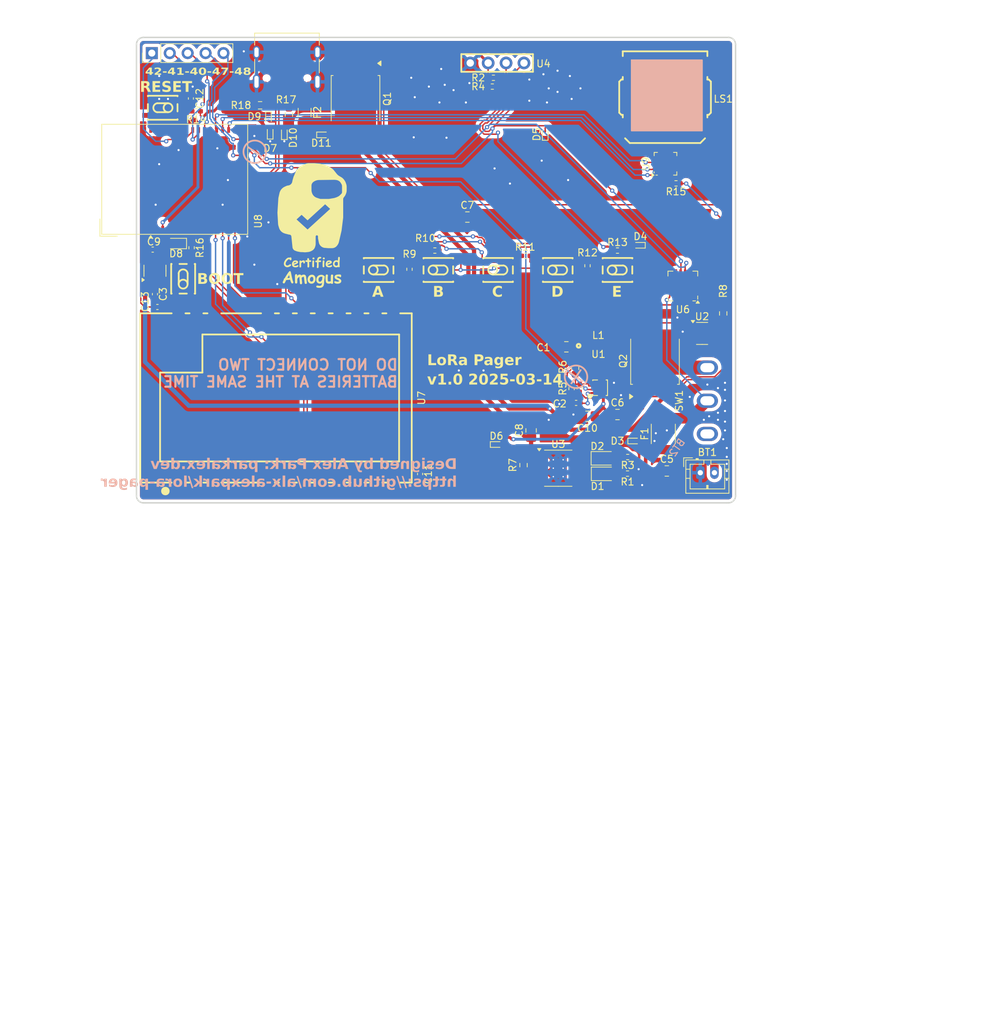
<source format=kicad_pcb>
(kicad_pcb (version 20241229) (generator "pcbnew") (generator_version "9.0")
  (layers (0 "F.Cu" signal) (2 "B.Cu" signal) (13 "F.Paste" user) (15 "B.Paste" user) (5 "F.SilkS" user "F.Silkscreen") (7 "B.SilkS" user "B.Silkscreen") (1 "F.Mask" user) (3 "B.Mask" user) (25 "Edge.Cuts" user))
  (net 0 "")
  (net 1 "GND")
  (net 2 "+5V")
  (net 3 "+3V3")
  (net 4 "Net-(BT1-+)")
  (net 5 "Net-(D1-K)")
  (net 6 "D+")
  (net 7 "D-")
  (net 8 "Net-(U1-CBST)")
  (net 9 "Net-(J1-CC1)")
  (net 10 "Net-(J1-CC2)")
  (net 11 "Net-(U1-FB)")
  (net 12 "Net-(U8-EN)")
  (net 13 "BUSY")
  (net 14 "CS")
  (net 15 "RXEN")
  (net 16 "MOSI")
  (net 17 "Net-(D1-A)")
  (net 18 "TXEN")
  (net 19 "SCK")
  (net 20 "Net-(D2-A)")
  (net 21 "NRST")
  (net 22 "MISO")
  (net 23 "Net-(D2-K)")
  (net 24 "Net-(D8-K)")
  (net 25 "Net-(F2-Pad1)")
  (net 26 "Net-(U1-SW)")
  (net 27 "Net-(U9-OUTN)")
  (net 28 "Net-(U9-OUTP)")
  (net 29 "Net-(Q2-G)")
  (net 30 "Net-(Q2-D)")
  (net 31 "Net-(U3-PROG)")
  (net 32 "Net-(U8-IO14)")
  (net 33 "Net-(U8-IO15)")
  (net 34 "Net-(U8-IO16)")
  (net 35 "Net-(U8-IO17)")
  (net 36 "Net-(U8-IO18)")
  (net 37 "Net-(U9-~{SD_MODE})")
  (net 39 "SCL")
  (net 40 "Net-(U8-IO0)")
  (net 43 "VBUS")
  (net 44 "+BATT")
  (net 47 "EN")
  (net 48 "SDA")
  (net 55 "Vin")
  (net 60 "Net-(Q1-G)")
  (net 65 "LRCLK")
  (net 66 "DIN")
  (net 67 "BCLK")
  (net 78 "IO41")
  (net 79 "IO47")
  (net 80 "IO42")
  (net 81 "IO40")
  (net 82 "IO48")
  (footprint "Capacitor_SMD:C_0805_2012Metric_Pad1.18x1.45mm_HandSolder" (layer "F.Cu") (at 133.75 106.5 90)
    (property "Reference" "C8")
    (property "Value" "10uF")
  )
  (footprint "Capacitor_SMD:C_0805_2012Metric_Pad1.18x1.45mm_HandSolder" (layer "F.Cu") (at 153 112.25)
    (property "Reference" "C5")
    (property "Value" "10uF")
  )
  (footprint "LED_SMD:LED_0603_1608Metric" (layer "F.Cu") (at 83.4 80 180)
    (property "Reference" "D8")
    (property "Value" "Green")
  )
  (footprint "Capacitor_SMD:C_0805_2012Metric_Pad1.18x1.45mm_HandSolder" (layer "F.Cu") (at 124.7125 76.25)
    (property "Reference" "C7")
    (property "Value" "22uF")
  )
  (footprint "Capacitor_SMD:C_0402_1005Metric_Pad0.74x0.62mm_HandSolder" (layer "F.Cu") (at 140.640203 100.513912 90)
    (property "Reference" "C4" (hide yes))
    (property "Value" "10pF")
  )
  (footprint "Package_TO_SOT_SMD:SOT-23-5" (layer "F.Cu") (at 80.4 83.8625 90)
    (property "Reference" "U5" (hide yes))
    (property "Value" "ME6211C33M5")
  )
  (footprint "Resistor_SMD:R_0402_1005Metric_Pad0.72x0.64mm_HandSolder" (layer "F.Cu") (at 86.25 61.25 180)
    (property "Reference" "R14")
    (property "Value" "10k")
  )
  (footprint "Fuse:Fuse_1206_3216Metric_Pad1.42x1.75mm_HandSolder" (layer "F.Cu") (at 101.625 61.425 -90)
    (property "Reference" "F2")
    (property "Value" "1A/1.8A")
  )
  (footprint "easyeda2kicad:SW-SMD_4P-L4.2-W3.3-P2.15-LS5.1" (layer "F.Cu") (at 129.0625 83.75 180)
    (property "Reference" "SW4" (hide yes))
    (property "Value" "TS-1089S-02526" (hide yes))
  )
  (footprint "Package_DFN_QFN:TQFN-16-1EP_3x3mm_P0.5mm_EP1.23x1.23mm" (layer "F.Cu") (at 152.81 68.69 90)
    (property "Reference" "U9")
    (property "Value" "MAX98357A")
  )
  (footprint "Fuse:Fuse_1812_4532Metric_Pad1.30x3.40mm_HandSolder" (layer "F.Cu") (at 152.5 107 90)
    (property "Reference" "F1")
    (property "Value" "4A/8A")
  )
  (footprint "Resistor_SMD:R_0402_1005Metric_Pad0.72x0.64mm_HandSolder" (layer "F.Cu") (at 147.45 110.275 180)
    (property "Reference" "R3")
    (property "Value" "1k")
  )
  (footprint "Diode_SMD:D_SOD-923" (layer "F.Cu") (at 104.2 64.6)
    (property "Reference" "D11")
    (property "Value" "D_TVS")
  )
  (footprint "Capacitor_SMD:C_0402_1005Metric_Pad0.74x0.62mm_HandSolder" (layer "F.Cu") (at 140.1325 102.6)
    (property "Reference" "C2")
    (property "Value" "10nF")
  )
  (footprint "Resistor_SMD:R_0402_1005Metric_Pad0.72x0.64mm_HandSolder" (layer "F.Cu") (at 128.4025 56.5)
    (property "Reference" "R2")
    (property "Value" "10k")
  )
  (footprint "LED_SMD:LED_0805_2012Metric_Pad1.15x1.40mm_HandSolder" (layer "F.Cu") (at 144.15 112.66)
    (property "Reference" "D1")
    (property "Value" "Green")
  )
  (footprint "Package_TO_SOT_SMD:TO-252-2" (layer "F.Cu") (at 151.3225 96.66 90)
    (property "Reference" "Q2")
    (property "Value" "AOD403")
  )
  (footprint "Resistor_SMD:R_0603_1608Metric_Pad0.98x0.95mm_HandSolder" (layer "F.Cu") (at 132.675 111.425 -90)
    (property "Reference" "R7")
    (property "Value" "2.2k")
  )
  (footprint "easyeda2kicad:SW-SMD_4P-L4.2-W3.3-P2.15-LS5.1" (layer "F.Cu") (at 84.4 85 -90)
    (property "Reference" "SW8" (hide yes))
    (property "Value" "TS-1089S-02526")
  )
  (footprint "Connector_JST:JST_PH_B2B-PH-K_1x02_P2.00mm_Vertical" (layer "F.Cu") (at 157.75 112.5)
    (property "Reference" "BT1")
    (property "Value" "li-ion")
  )
  (footprint "easyeda2kicad:SW-SMD_4P-L4.2-W3.3-P2.15-LS5.1" (layer "F.Cu") (at 120.59375 83.75 180)
    (property "Reference" "SW3" (hide yes))
    (property "Value" "TS-1089S-02526" (hide yes))
  )
  (footprint "Resistor_SMD:R_0603_1608Metric_Pad0.98x0.95mm_HandSolder" (layer "F.Cu") (at 95.3125 60.4 180)
    (property "Reference" "R18")
    (property "Value" "5.1k")
  )
  (footprint "easyeda2kicad:BUZ-SMD_4P-L13.0-W13.0-P11.4-BL" (layer "F.Cu") (at 152.75 59.25 180)
    (property "Reference" "LS1")
    (property "Value" "Speaker")
  )
  (footprint "easyeda2kicad:WIRELM-SMD_E22-900M30S" (layer "F.Cu") (at 98.98 101.9 -90)
    (property "Reference" "U7")
    (property "Value" "E22-900M30S")
  )
  (footprint "Capacitor_SMD:C_0805_2012Metric_Pad1.18x1.45mm_HandSolder" (layer "F.Cu") (at 138.75 94.645 180)
    (property "Reference" "C1")
    (property "Value" "10uF")
  )
  (footprint "Package_TO_SOT_SMD:TSOT-23-6" (layer "F.Cu") (at 158 92.75)
    (property "Reference" "U2")
    (property "Value" "LTC4412xS6")
  )
  (footprint "Resistor_SMD:R_0603_1608Metric_Pad0.98x0.95mm_HandSolder" (layer "F.Cu") (at 139.99 97.625 90)
    (property "Reference" "R6")
    (property "Value" "100k")
  )
  (footprint "Connector_USB:USB_C_Receptacle_G-Switch_GT-USB-7010ASV" (layer "F.Cu") (at 99.125 53.95 180)
    (property "Reference" "J1" (hide yes))
    (property "Value" "USB_C_Receptacle_USB2.0_14P")
  )
  (footprint "Connector_PinHeader_2.54mm:PinHeader_1x05_P2.54mm_Vertical" (layer "F.Cu") (at 79.959999 52.999999 90)
    (property "Reference" "J3" (hide yes))
    (property "Value" "Conn_01x05_Socket")
  )
  (footprint "Package_DFN_QFN:Texas_RGV0016A_VQFN-16-1EP_4x4mm_P0.65mm_EP2.1x2.1mm" (layer "F.Cu") (at 155.275 86.025 180)
    (property "Reference" "U6")
    (property "Value" "INA3221")
  )
  (footprint "Diode_SMD:D_SOD-923" (layer "F.Cu") (at 149.08 80.25 180)
    (property "Reference" "D4")
    (property "Value" "D_TVS")
  )
  (footprint "LED_SMD:LED_0805_2012Metric_Pad1.15x1.40mm_HandSolder" (layer "F.Cu") (at 144.125 110.46)
    (property "Reference" "D2")
    (property "Value" "Red")
  )
  (footprint "easyeda2kicad:OLED-TH_L27.8-W27.2-P2.54_C9900033791" (layer "F.Cu") (at 128.93 54.4)
    (property "Reference" "U4")
    (property "Value" "HS96L03W2C03")
  )
  (footprint "Capacitor_SMD:C_0402_1005Metric_Pad0.74x0.62mm_HandSolder" (layer "F.Cu") (at 80.0825 80.8625 180)
    (property "Reference" "C9")
    (property "Value" "1uF")
  )
  (footprint "Capacitor_SMD:C_0402_1005Metric_Pad0.74x0.62mm_HandSolder" (layer "F.Cu") (at 118 112.6825 -90)
    (property "Reference" "C11")
    (property "Value" "100nF")
  )
  (footprint "Resistor_SMD:R_0603_1608Metric_Pad0.98x0.95mm_HandSolder" (layer "F.Cu") (at 99.4 61.7125 -90)
    (property "Reference" "R17")
    (property "Value" "5.1k")
  )
  (footprint "easyeda2kicad:SW-SMD_4P-L4.2-W3.3-P2.15-LS5.1" (layer "F.Cu") (at 137.53125 83.75 180)
    (property "Reference" "SW5" (hide yes))
    (property "Value" "TS-1089S-02526" (hide yes))
  )
  (footprint "RF_Module:ESP32-S2-MINI-1" (layer "F.Cu") (at 83.2 70.9 90)
    (property "Reference" "U8")
    (property "Value" "ESP32-S3-MINI-1")
  )
  (footprint "easyeda2kicad:SW-SMD_4P-L4.2-W3.3-P2.15-LS5.1" (layer "F.Cu") (at 112.125 83.75 180)
    (property "Reference" "SW2" (hide yes))
    (property "Value" "TS-1089S-02526" (hide yes))
  )
  (footprint "Resistor_SMD:R_0402_1005Metric_Pad0.72x0.64mm_HandSolder" (layer "F.Cu") (at 141.75 83.1525 90)
    (property "Reference" "R12")
    (property "Value" "10k")
  )
  (footprint "Diode_SMD:D_SOD-923" (layer "F.Cu") (at 135.75 64.5 90)
    (property "Reference" "D5")
    (property "Value" "D_TVS")
  )
  (footprint "Resistor_SMD:R_0603_1608Metric_Pad0.98x0.95mm_HandSolder" (layer "F.Cu") (at 161 89.9125 90)
    (property "Reference" "R8")
    (property "Value" "470k")
  )
  (footprint "Package_TO_SOT_SMD:TO-252-2" (layer "F.Cu") (at 108.85 59.49 -90)
    (property "Reference" "Q1")
    (property "Value" "AOD403")
  )
  (footprint "Capacitor_SMD:C_0805_2012Metric_Pad1.18x1.45mm_HandSolder" (layer "F.Cu") (at 146 104.25)
    (property "Reference" "C6")
    (property "Value" "22uF")
  )
  (footprint "Capacitor_SMD:C_0402_1005Metric_Pad0.74x0.62mm_HandSolder" (layer "F.Cu") (at 85.5 59.4325 90)
    (property "Reference" "C12")
    (property "Value" "1uF")
  )
  (footprint "Diode_SMD:D_SOD-923" (layer "F.Cu") (at 98.75 64.4 90)
    (property "Reference" "D10")
    (property "Value" "D_TVS")
  )
  (footprint "easyeda2kicad:SW-TH_SS-12D10L5" (layer "F.Cu") (at 158.75 102.3 90)
    (property "Reference" "SW1")
    (property "Value" "SS-12D10L5")
  )
  (footprint "Resistor_SMD:R_0402_1005Metric_Pad0.72x0.64mm_HandSolder" (layer "F.Cu") (at 154.3 71.475 180)
    (property "Reference" "R15")
    (property "Value" "1M")
  )
  (footprint "easyeda2kicad:VQFN-7_L2.1-W2.1-P0.50-BL" (layer "F.Cu") (at 143.3 100.45)
    (property "Reference" "U1")
    (property "Value" "TPS61230ARNSR")
  )
  (footprint "Capacitor_SMD:C_0402_1005Metric_Pad0.74x0.62mm_HandSolder" (layer "F.Cu") (at 80.75 89 180)
    (property "Reference" "C13")
    (property "Value" "100nF")
  )
  (footprint "Diode_SMD:D_SOD-923" (layer "F.Cu") (at 148.33 108)
    (property "Reference" "D3")
    (property "Value" "D_TVS")
  )
  (footprint "Diode_SMD:D_SOD-923" (layer "F.Cu") (at 96.5 62.18 -90)
    (property "Reference" "D9")
    (property "Value" "D_TVS")
  )
  (footprint "Resistor_SMD:R_0402_1005Metric_Pad0.72x0.64mm_HandSolder" (layer "F.Cu") (at 146 81)
    (property "Reference" "R13")
    (property "Value" "10k")
  )
  (footprint "easyeda2kicad:SW-SMD_4P-L4.2-W3.3-P2.15-LS5.1" (layer "F.Cu") (at 146 83.75 180)
    (property "Reference" "SW6" (hide yes))
    (property "Value" "TS-1089S-02526" (hide yes))
  )
  (footprint "Resistor_SMD:R_0402_1005Metric_Pad0.72x0.64mm_HandSolder" (layer "F.Cu") (at 85.6 80.6 -90)
    (property "Reference" "R16")
    (property "Value" "1k")
  )
  (footprint "Resistor_SMD:R_0402_1005Metric_Pad0.72x0.64mm_HandSolder" (layer "F.Cu") (at 133 81.75 180)
    (property "Reference" "R11")
    (property "Value" "10k")
  )
  (footprint "Diode_SMD:D_SOD-923" (layer "F.Cu") (at 128.83 108.5)
    (property "Reference" "D6")
    (property "Value" "D_TVS")
  )
  (footprint "Resistor_SMD:R_0402_1005Metric_Pad0.72x0.64mm_HandSolder" (layer "F.Cu") (at 139.49 100.575 90)
    (property "Reference" "R5")
    (property "Value" "316k")
  )
  (footprint "Package_SO:SOIC-8-1EP_3.9x4.9mm_P1.27mm_EP2.41x3.3mm_ThermalVias" (layer "F.Cu") (at 137.6 111.86)
    (property "Reference" "U3")
    (property "Value" "TP4056-42-ESOP8")
  )
  (footprint "easyeda2kicad:SW-SMD_4P-L4.2-W3.3-P2.15-LS5.1" (layer "F.Cu") (at 81.5 60.75)
    (property "Reference" "SW7" (hide yes))
    (property "Value" "TS-1089S-02526")
  )
  (footprint "Resistor_SMD:R_0402_1005Metric_Pad0.72x0.64mm_HandSolder" (layer "F.Cu") (at 128.25 57.75)
    (property "Reference" "R4")
    (property "Value" "10k")
  )
  (footprint "Resistor_SMD:R_0402_1005Metric_Pad0.72x0.64mm_HandSolder" (layer "F.Cu") (at 147.425 112.625 180)
    (property "Reference" "R1")
    (property "Value" "1k")
  )
  (footprint "Capacitor_SMD:C_0402_1005Metric_Pad0.74x0.62mm_HandSolder" (layer "F.Cu") (at 80.4 87.18 -90)
    (property "Reference" "C3")
    (property "Value" "1uF")
  )
  (footprint "Diode_SMD:D_SOD-923" (layer "F.Cu") (at 96.740902 64.33 90)
    (property "Reference" "D7")
    (property "Value" "D_TVS")
  )
  (footprint "74438356010:WE-MAPI_4020" (layer "F.Cu") (at 143.29 96.5)
    (property "Reference" "L1")
    (property "Value" "1uH")
  )
  (footprint "Resistor_SMD:R_0402_1005Metric_Pad0.72x0.64mm_HandSolder" (layer "F.Cu") (at 120.0975 81 180)
    (property "Reference" "R10")
    (property "Value" "10k")
  )
  (footprint "Capacitor_SMD:C_0805_2012Metric_Pad1.18x1.45mm_HandSolder" (layer "F.Cu") (at 141.75 104.5 180)
    (property "Reference" "C10")
    (property "Value" "22uF")
  )
  (footprint "Resistor_SMD:R_0402_1005Metric_Pad0.72x0.64mm_HandSolder" (layer "F.Cu") (at 116.5 83.6525 90)
    (property "Reference" "R9")
    (property "Value" "10k")
  )
  (footprint "easyeda2kicad:BATTERY-SMD_18650-1S-L77.1-W20.7-1" (layer "B.Cu") (at 117.339169 82.944446 55)
    (property "Reference" "BT2")
    (property "Value" "li-ion")
  )
  (gr_poly (pts (xy 106.509306 81.896826) (xy 106.515732 81.897229) (xy 106.521994 81.8979) (xy 106.528093 81.898839) (xy 106.534029 81.900048) (xy 106.539802 81.901524) (xy 106.545413 81.903269) (xy 106.550861 81.905283) (xy 106.556147 81.907565) (xy 106.561272 81.910115) (xy 106.566235 81.912934) (xy 106.571037 81.916022) (xy 106.575678 81.919378) (xy 106.580158 81.923002) (xy 106.584478 81.926895) (xy 106.588639 81.931056) (xy 106.59258 81.935412) (xy 106.596266 81.939888) (xy 106.599699 81.944484) (xy 106.602877 81.9492) (xy 106.605801 81.954036) (xy 106.60847 81.958992) (xy 106.610886 81.964068) (xy 106.613047 81.969265) (xy 106.614954 81.974581) (xy 106.616606 81.980018) (xy 106.618005 81.985575) (xy 106.619149 81.991251) (xy 106.620039 81.997048) (xy 106.620674 82.002966) (xy 106.621056 82.009003) (xy 106.621183 82.01516) (xy 106.620857 82.049949) (xy 106.619881 82.08875) (xy 106.618253 82.131565) (xy 106.615974 82.178393) (xy 106.609462 82.284087) (xy 106.600346 82.405834) (xy 106.591665 82.52758) (xy 106.585463 82.633274) (xy 106.581742 82.722915) (xy 106.580502 82.796504) (xy 106.581794 82.943348) (xy 106.583411 83.00685) (xy 106.585678 83.063739) (xy 106.588596 83.114015) (xy 106.592167 83.157678) (xy 106.596392 83.194727) (xy 106.601272 83.225163) (xy 106.601901 83.228737) (xy 106.602449 83.232227) (xy 106.602915 83.235632) (xy 106.603298 83.238953) (xy 106.603597 83.242189) (xy 106.603812 83.245341) (xy 106.603941 83.248407) (xy 106.603984 83.251389) (xy 106.603843 83.257539) (xy 106.60342 83.263555) (xy 106.602714 83.269437) (xy 106.601726 83.275184) (xy 106.600455 83.280798) (xy 106.598902 83.286276) (xy 106.597066 83.291621) (xy 106.594947 83.296831) (xy 106.592545 83.301908) (xy 106.589861 83.306849) (xy 106.586893 83.311657) (xy 106.583642 83.31633) (xy 106.580107 83.32087) (xy 106.576289 83.325274) (xy 106.572188 83.329545) (xy 106.567803 83.333681) (xy 106.563242 83.337515) (xy 106.558588 83.341102) (xy 106.553841 83.344441) (xy 106.549002 83.347532) (xy 106.54407 83.350377) (xy 106.539045 83.352974) (xy 106.533928 83.355323) (xy 106.528719 83.357425) (xy 106.523417 83.35928) (xy 106.518023 83.360887) (xy 106.512538 83.362248) (xy 106.50696 83.36336) (xy 106.50129 83.364226) (xy 106.495529 83.364844) (xy 106.489676 83.365215) (xy 106.483732 83.365339) (xy 106.475495 83.365106) (xy 106.467528 83.364406) (xy 106.45983 83.36324) (xy 106.452402 83.361608) (xy 106.445243 83.35951) (xy 106.438354 83.356945) (xy 106.431733 83.353914) (xy 106.425382 83.350416) (xy 106.4193 83.346452) (xy 106.413487 83.342022) (xy 106.407942 83.337126) (xy 106.402666 83.331763) (xy 106.397659 83.325934) (xy 106.39292 83.319638) (xy 106.38845 83.312877) (xy 106.384248 83.305649) (xy 106.368798 83.314621) (xy 106.353206 83.323001) (xy 106.337473 83.330787) (xy 106.3216 83.337979) (xy 106.305587 83.344578) (xy 106.289435 83.350584) (xy 106.273145 83.355996) (xy 106.256719 83.360814) (xy 106.240152 83.365265) (xy 106.223443 83.369123) (xy 106.206592 83.372387) (xy 106.189597 83.375057) (xy 106.17246 83.377134) (xy 106.155181 83.378618) (xy 106.137758 83.379508) (xy 106.120193 83.379805) (xy 106.095137 83.3793) (xy 106.070618 83.377784) (xy 106.046637 83.375258) (xy 106.023194 83.371722) (xy 106.000288 83.367176) (xy 105.97792 83.361619) (xy 105.956089 83.355052) (xy 105.934795 83.347474) (xy 105.914039 83.338887) (xy 105.893819 83.329288) (xy 105.874137 83.31868) (xy 105.854991 83.307061) (xy 105.836383 83.294432) (xy 105.818311 83.280793) (xy 105.800775 83.266143) (xy 105.783776 83.250483) (xy 105.767232 83.233697) (xy 105.751756 83.216345) (xy 105.737348 83.198428) (xy 105.724008 83.179946) (xy 105.711736 83.160899) (xy 105.700531 83.141286) (xy 105.690394 83.121108) (xy 105.681324 83.100365) (xy 105.673322 83.079057) (xy 105.666387 83.057183) (xy 105.660519 83.034744) (xy 105.655719 83.01174) (xy 105.651985 82.988171) (xy 105.649318 82.964037) (xy 105.647718 82.939337) (xy 105.647185 82.914072) (xy 105.647249 82.910454) (xy 105.879621 82.910454) (xy 105.879903 82.922553) (xy 105.88075 82.934433) (xy 105.882161 82.946095) (xy 105.884138 82.957537) (xy 105.886679 82.96876) (xy 105.889786 82.979764) (xy 105.893458 82.990549) (xy 105.897695 83.001115) (xy 105.902499 83.011462) (xy 105.907869 83.02159) (xy 105.913805 83.031498) (xy 105.920307 83.041188) (xy 105.927376 83.050659) (xy 105.935012 83.05991) (xy 105.943215 83.068943) (xy 105.951985 83.077756) (xy 105.961118 83.086188) (xy 105.970434 83.094076) (xy 105.979933 83.10142) (xy 105.989616 83.10822) (xy 105.999482 83.114476) (xy 106.009533 83.120188) (xy 106.019767 83.125356) (xy 106.030186 83.12998) (xy 106.040789 83.13406) (xy 106.051577 83.137596) (xy 106.06255 83.140588) (xy 106.073708 83.143036) (xy 106.085051 83.14494) (xy 106.096579 83.1463) (xy 106.108293 83.147116) (xy 106.120193 83.147388) (xy 106.137063 83.147134) (xy 106.152895 83.146371) (xy 106.167687 83.1451) (xy 106.181436 83.143319) (xy 106.187919 83.142239) (xy 106.194141 83.14103) (xy 106.2001 83.139695) (xy 106.205798 83.138233) (xy 106.211233 83.136643) (xy 106.216405 83.134926) (xy 106.221314 83.133081) (xy 106.225961 83.13111) (xy 106.229146 83.129613) (xy 106.232602 83.127833) (xy 106.236327 83.125771) (xy 106.240321 83.123425) (xy 106.244583 83.120797) (xy 106.249115 83.117887) (xy 106.258984 83.111217) (xy 106.269926 83.103417) (xy 106.281939 83.094486) (xy 106.295022 83.084424) (xy 106.309173 83.073232) (xy 106.313002 83.070025) (xy 106.316801 83.066733) (xy 106.320571 83.063357) (xy 106.324312 83.059895) (xy 106.328025 83.056349) (xy 106.331711 83.052718) (xy 106.33537 83.049001) (xy 106.339004 83.045199) (xy 106.338334 83.008234) (xy 106.338111 82.940748) (xy 106.338334 82.84274) (xy 106.339004 82.714212) (xy 106.335201 82.707204) (xy 106.331256 82.700422) (xy 106.32717 82.693865) (xy 106.322943 82.687535) (xy 106.318575 82.681431) (xy 106.314066 82.675552) (xy 106.309416 82.6699) (xy 106.304625 82.664474) (xy 106.299693 82.659274) (xy 106.294619 82.6543) (xy 106.289405 82.649552) (xy 106.284049 82.64503) (xy 106.278553 82.640734) (xy 106.272915 82.636664) (xy 106.267136 82.63282) (xy 106.261217 82.629202) (xy 106.255156 82.625808) (xy 106.248954 82.622632) (xy 106.242611 82.619676) (xy 106.236127 82.616938) (xy 106.229501 82.61442) (xy 106.222735 82.61212) (xy 106.215828 82.61004) (xy 106.20878 82.608178) (xy 106.20159 82.606535) (xy 106.19426 82.605112) (xy 106.186788 82.603907) (xy 106.179175 82.602921) (xy 106.171421 82.602155) (xy 106.163527 82.601607) (xy 106.155491 82.601279) (xy 106.147314 82.601169) (xy 106.130844 82.601473) (xy 106.114897 82.602384) (xy 106.099473 82.603903) (xy 106.084571 82.60603) (xy 106.070192 82.608764) (xy 106.056337 82.612106) (xy 106.043004 82.616055) (xy 106.030194 82.620612) (xy 106.017908 82.625777) (xy 106.006144 82.631549) (xy 105.994905 82.637929) (xy 105.984189 82.644916) (xy 105.973996 82.652512) (xy 105.964327 82.660714) (xy 105.955182 82.669525) (xy 105.946561 82.678943) (xy 105.938451 82.688855) (xy 105.930866 82.699375) (xy 105.923804 82.710502) (xy 105.917265 82.722237) (xy 105.911251 82.73458) (xy 105.90576 82.747531) (xy 105.900792 82.761089) (xy 105.896348 82.775254) (xy 105.892427 82.790028) (xy 105.889029 82.805409) (xy 105.886154 82.821397) (xy 105.883802 82.837993) (xy 105.881972 82.855197) (xy 105.880666 82.873008) (xy 105.879882 82.891427) (xy 105.879621 82.910454) (xy 105.647249 82.910454) (xy 105.647722 82.884031) (xy 105.649333 82.854725) (xy 105.652019 82.826154) (xy 105.655779 82.798317) (xy 105.660612 82.771215) (xy 105.66652 82.744848) (xy 105.673501 82.719216) (xy 105.681556 82.694318) (xy 105.690684 82.670155) (xy 105.700886 82.646727) (xy 105.712162 82.624034) (xy 105.72451 82.602075) (xy 105.737932 82.580851) (xy 105.752427 82.560363) (xy 105.767995 82.540608) (xy 105.784636 82.521589) (xy 105.802153 82.50341) (xy 105.820327 82.486405) (xy 105.839156 82.470572) (xy 105.858642 82.455912) (xy 105.878783 82.442424) (xy 105.899581 82.43011) (xy 105.921035 82.418968) (xy 105.943146 82.408999) (xy 105.965913 82.400203) (xy 105.989337 82.39258) (xy 106.013418 82.386129) (xy 106.038155 82.380852) (xy 106.06355 82.376747) (xy 106.089601 82.373815) (xy 106.11631 82.372056) (xy 106.143676 82.371469) (xy 106.160413 82.371695) (xy 106.176693 82.372373) (xy 106.192517 82.373504) (xy 106.207886 82.375086) (xy 106.222804 82.377121) (xy 106.23727 82.379608) (xy 106.251286 82.382547) (xy 106.264855 82.385939) (xy 106.271471 82.387804) (xy 106.277973 82.389782) (xy 106.284363 82.391873) (xy 106.290639 82.394077) (xy 106.296802 82.396395) (xy 106.302852 82.398825) (xy 106.308789 82.401369) (xy 106.314613 82.404025) (xy 106.320323 82.406795) (xy 106.325921 82.409677) (xy 106.331405 82.412673) (xy 106.336776 82.415782) (xy 106.342034 82.419003) (xy 106.347178 82.422338) (xy 106.35221 82.425786) (xy 106.357128 82.429347) (xy 106.363267 82.287083) (xy 106.369977 82.168671) (xy 106.377257 82.074111) (xy 106.381111 82.035776) (xy 106.385108 82.003403) (xy 106.38737 81.990481) (xy 106.388755 81.984333) (xy 106.390311 81.978393) (xy 106.392035 81.972661) (xy 106.39393 81.967138) (xy 106.395994 81.961823) (xy 106.398229 81.956717) (xy 106.400632 81.951819) (xy 106.403206 81.94713) (xy 106.405948 81.942649) (xy 106.408861 81.938376) (xy 106.411943 81.934312) (xy 106.415195 81.930456) (xy 106.418616 81.926809) (xy 106.422207 81.92337) (xy 106.425968 81.920139) (xy 106.429898 81.917117) (xy 106.433998 81.914303) (xy 106.438267 81.911698) (xy 106.442706 81.909301) (xy 106.447314 81.907113) (xy 106.452091 81.905133) (xy 106.457039 81.903361) (xy 106.462155 81.901798) (xy 106.467441 81.900443) (xy 106.472897 81.899297) (xy 106.478522 81.898359) (xy 106.484316 81.89763) (xy 106.49028 81.897109) (xy 106.496413 81.896796) (xy 106.502715 81.896692)) (stroke (width -0.000001)) (fill yes) (layer "F.SilkS"))
  (gr_poly (pts (xy 104.78312 84.390077) (xy 104.791319 84.390581) (xy 104.799362 84.391421) (xy 104.807252 84.392598) (xy 104.814987 84.39411) (xy 104.822568 84.395959) (xy 104.829994 84.398143) (xy 104.837266 84.400664) (xy 104.844383 84.403521) (xy 104.851346 84.406714) (xy 104.858155 84.410243) (xy 104.864809 84.414108) (xy 104.871308 84.41831) (xy 104.877654 84.422847) (xy 104.883845 84.427721) (xy 104.889881 84.43293) (xy 104.895653 84.438253) (xy 104.901053 84.443758) (xy 104.90608 84.449445) (xy 104.910735 84.455313) (xy 104.915018 84.461362) (xy 104.918929 84.467594) (xy 104.922467 84.474007) (xy 104.925633 84.480601) (xy 104.928427 84.487378) (xy 104.930848 84.494336) (xy 104.932896 84.501475) (xy 104.934573 84.508797) (xy 104.935876 84.5163) (xy 104.936808 84.523985) (xy 104.937367 84.531852) (xy 104.937553 84.539901) (xy 104.93728 84.553599) (xy 104.936463 84.569114) (xy 104.9351 84.586445) (xy 104.933192 84.605594) (xy 104.930739 84.626559) (xy 104.927741 84.649342) (xy 104.924198 84.673941) (xy 104.92011 84.700358) (xy 104.916294 84.726863) (xy 104.912987 84.751733) (xy 104.910189 84.774969) (xy 104.9079 84.79657) (xy 104.90612 84.816537) (xy 104.904849 84.834868) (xy 104.904086 84.851566) (xy 104.903831 84.866628) (xy 104.904485 84.946055) (xy 104.906447 85.020396) (xy 104.909717 85.089649) (xy 104.911842 85.122368) (xy 104.914296 85.153814) (xy 104.917366 85.183682) (xy 104.920764 85.212241) (xy 104.924488 85.239493) (xy 104.928539 85.265436) (xy 104.932918 85.290071) (xy 104.937624 85.313398) (xy 104.942656 85.335417) (xy 104.948017 85.356128) (xy 104.955246 85.359234) (xy 104.962403 85.36216) (xy 104.969488 85.364904) (xy 104.976501 85.367466) (xy 104.983441 85.369847) (xy 104.990308 85.372046) (xy 104.997103 85.374063) (xy 105.003824 85.375898) (xy 105.010765 85.377533) (xy 105.017633 85.378949) (xy 105.024428 85.380148) (xy 105.03115 85.381128) (xy 105.037799 85.38189) (xy 105.044375 85.382435) (xy 105.050879 85.382761) (xy 105.05731 85.38287) (xy 105.089976 85.382289) (xy 105.123443 85.380545) (xy 105.157709 85.377638) (xy 105.192773 85.373568) (xy 105.228635 85.368336) (xy 105.265293 85.361941) (xy 105.302747 85.354383) (xy 105.340996 85.345663) (xy 105.340706 85.250032) (xy 105.339871 85.142192) (xy 105.338119 85.025337) (xy 105.337556 84.94685) (xy 105.337901 84.888279) (xy 105.338934 84.831743) (xy 105.340657 84.777241) (xy 105.343071 84.724774) (xy 105.346176 84.674341) (xy 105.349974 84.625943) (xy 105.354464 84.57958) (xy 105.359649 84.535251) (xy 105.360854 84.526738) (xy 105.362301 84.518496) (xy 105.363989 84.510524) (xy 105.365918 84.502822) (xy 105.368088 84.495391) (xy 105.370499 84.48823) (xy 105.373151 84.481339) (xy 105.376044 84.474718) (xy 105.379177 84.468367) (xy 105.382552 84.462287) (xy 105.386168 84.456476) (xy 105.390025 84.450936) (xy 105.394122 84.445667) (xy 105.398461 84.440667) (xy 105.40304 84.435938) (xy 105.407861 84.431479) (xy 105.412922 84.42729) (xy 105.418224 84.423371) (xy 105.423767 84.419723) (xy 105.429551 84.416345) (xy 105.435576 84.413237) (xy 105.441841 84.4104) (xy 105.448347 84.407832) (xy 105.455094 84.405535) (xy 105.462082 84.403508) (xy 105.469311 84.401752) (xy 105.47678 84.400265) (xy 105.48449 84.399049) (xy 105.492441 84.398103) (xy 105.500633 84.397428) (xy 105.509065 84.397022) (xy 105.517738 84.396887) (xy 105.526242 84.397055) (xy 105.53459 84.397559) (xy 105.542782 84.3984) (xy 105.550818 84.399576) (xy 105.558699 84.401088) (xy 105.566424 84.402937) (xy 105.573995 84.405122) (xy 105.581411 84.407642) (xy 105.588673 84.410499) (xy 105.595781 84.413692) (xy 105.602736 84.417221) (xy 105.609537 84.421087) (xy 105.616184 84.425288) (xy 105.62268 84.429825) (xy 105.629022 84.434699) (xy 105.635212 84.439908) (xy 105.64111 84.445372) (xy 105.646598 84.451009) (xy 105.651677 84.456818) (xy 105.656347 84.462799) (xy 105.660608 84.468953) (xy 105.664461 84.47528) (xy 105.667904 84.481779) (xy 105.67094 84.488451) (xy 105.673566 84.495295) (xy 105.675784 84.502312) (xy 105.677594 84.509502) (xy 105.678996 84.516864) (xy 105.679989 84.524398) (xy 105.680575 84.532105) (xy 105.680753 84.539985) (xy 105.680522 84.548037) (xy 105.663945 84.871857) (xy 105.659808 84.944381) (xy 105.658774 84.958297) (xy 105.658516 84.959668) (xy 105.65843 84.957314) (xy 105.658727 85.054985) (xy 105.65962 85.192185) (xy 105.660745 85.427055) (xy 105.6608 85.433541) (xy 105.660967 85.44079) (xy 105.661629 85.457576) (xy 105.662726 85.477414) (xy 105.66425 85.500305) (xy 105.666285 85.522689) (xy 105.667731 85.542166) (xy 105.668595 85.558736) (xy 105.668809 85.56593) (xy 105.668881 85.572398) (xy 105.668695 85.580446) (xy 105.668137 85.588312) (xy 105.667207 85.595996) (xy 105.665904 85.603499) (xy 105.66423 85.610821) (xy 105.662184 85.61796) (xy 105.659765 85.624919) (xy 105.656975 85.631695) (xy 105.653812 85.63829) (xy 105.650277 85.644703) (xy 105.646371 85.650935) (xy 105.642092 85.656985) (xy 105.637441 85.662853) (xy 105.632418 85.66854) (xy 105.627023 85.674045) (xy 105.621256 85.679368) (xy 105.615353 85.684578) (xy 105.609278 85.689451) (xy 105.603031 85.693989) (xy 105.596611 85.698189) (xy 105.590019 85.702054) (xy 105.583255 85.705583) (xy 105.576317 85.708775) (xy 105.569207 85.711631) (xy 105.561924 85.714151) (xy 105.554468 85.716335) (xy 105.54684 85.718183) (xy 105.539037 85.719695) (xy 105.531062 85.720871) (xy 105.522914 85.721711) (xy 105.514591 85.722215) (xy 105.506096 85.722383) (xy 105.494245 85.722042) (xy 105.482801 85.721021) (xy 105.471765 85.719318) (xy 105.461137 85.716933) (xy 105.450917 85.713868) (xy 105.441104 85.710121) (xy 105.4317 85.705693) (xy 105.422703 85.700584) (xy 105.414113 85.694793) (xy 105.405931 85.688322) (xy 105.398158 85.681169) (xy 105.390791 85.673334) (xy 105.383833 85.664818) (xy 105.377282 85.655621) (xy 105.371139 85.645743) (xy 105.365404 85.635183) (xy 105.34676 85.641801) (xy 105.328035 85.647992) (xy 105.30923 85.653756) (xy 105.290343 85.659093) (xy 105.271375 85.664003) (xy 105.252325 85.668486) (xy 105.233194 85.672542) (xy 105.213981 85.676171) (xy 105.194686 85.679373) (xy 105.175309 85.682148) (xy 105.155849 85.684496) (xy 105.136307 85.686418) (xy 105.116682 85.687912) (xy 105.096975 85.688979) (xy 105.077184 85.68962) (xy 105.05731 85.689833) (xy 105.036876 85.689561) (xy 105.01685 85.688743) (xy 104.997234 85.68738) (xy 104.978026 85.685473) (xy 104.959228 85.68302) (xy 104.940838 85.680022) (xy 104.922857 85.676479) (xy 104.905284 85.672391) (xy 104.888121 85.667758) (xy 104.871366 85.662581) (xy 104.85502 85.656858) (xy 104.839082 85.65059) (xy 104.823553 85.643777) (xy 104.808433 85.636419) (xy 104.793721 85.628517) (xy 104.779418 85.620069) (xy 104.763976 85.609754) (xy 104.749334 85.598867) (xy 104.73549 85.587408) (xy 104.722447 85.575376) (xy 104.710202 85.562772) (xy 104.698757 85.549596) (xy 104.688111 85.535847) (xy 104.678264 85.521527) (xy 104.669217 85.506634) (xy 104.660969 85.491169) (xy 104.653521 85.475131) (xy 104.646871 85.458522) (xy 104.641021 85.44134) (xy 104.635971 85.423587) (xy 104.63172 85.405261) (xy 104.628268 85.386363) (xy 104.617638 85.314655) (xy 104.608426 85.244873) (xy 104.600632 85.177017) (xy 104.594255 85.111087) (xy 104.589295 85.047083) (xy 104.585752 84.985005) (xy 104.583627 84.924853) (xy 104.582918 84.866628) (xy 104.583463 84.828167) (xy 104.585098 84.788361) (xy 104.587824 84.747211) (xy 104.59164 84.704717) (xy 104.596545 84.660878) (xy 104.602541 84.615695) (xy 104.609628 84.569167) (xy 104.617804 84.521294) (xy 104.619365 84.513211) (xy 104.621141 84.505384) (xy 104.623134 84.497814) (xy 104.625342 84.490501) (xy 104.627766 84.483444) (xy 104.630406 84.476644) (xy 104.633261 84.4701) (xy 104.636333 84.463813) (xy 104.63962 84.457783) (xy 104.643123 84.452009) (xy 104.646841 84.446492) (xy 104.650776 84.441231) (xy 104.654926 84.436227) (xy 104.659292 84.43148) (xy 104.663873 84.426989) (xy 104.668671 84.422755) (xy 104.673684 84.418778) (xy 104.678913 84.415057) (xy 104.684357 84.411593) (xy 104.690018 84.408385) (xy 104.695894 84.405434) (xy 104.701986 84.402739) (xy 104.708293 84.400302) (xy 104.714816 84.39812) (xy 104.721555 84.396196) (xy 104.72851 84.394528) (xy 104.73568 84.393116) (xy 104.743067 84.391962) (xy 104.750668 84.391064) (xy 104.758486 84.390422) (xy 104.766519 84.390037) (xy 104.774768 84.389909)) (stroke (width -0.000001)) (fill yes) (layer "F.SilkS"))
  (gr_poly (pts (xy 100.329259 82.393371) (xy 100.348303 82.393964) (xy 100.36693 82.394953) (xy 100.38514 82.396338) (xy 100.402933 82.398119) (xy 100.42031 82.400295) (xy 100.43727 82.402866) (xy 100.453813 82.405834) (xy 100.469939 82.409197) (xy 100.485648 82.412955) (xy 100.50094 82.41711) (xy 100.515816 82.42166) (xy 100.530274 82.426605) (xy 100.544315 82.431947) (xy 100.55794 82.437684) (xy 100.571147 82.443816) (xy 100.587683 82.452471) (xy 100.603153 82.461705) (xy 100.617555 82.471518) (xy 100.624356 82.476642) (xy 100.630891 82.481911) (xy 100.637158 82.487325) (xy 100.643159 82.492884) (xy 100.648894 82.498587) (xy 100.654361 82.504435) (xy 100.659562 82.510428) (xy 100.664497 82.516566) (xy 100.669164 82.522849) (xy 100.673565 82.529276) (xy 100.677699 82.535848) (xy 100.681567 82.542565) (xy 100.685167 82.549427) (xy 100.688501 82.556434) (xy 100.691568 82.563586) (xy 100.694369 82.570882) (xy 100.696903 82.578323) (xy 100.69917 82.585909) (xy 100.70117 82.59364) (xy 100.702904 82.601516) (xy 100.704371 82.609536) (xy 100.705571 82.617701) (xy 100.706505 82.626012) (xy 100.707172 82.634466) (xy 100.707705 82.65181) (xy 100.707271 82.664158) (xy 100.705967 82.676328) (xy 100.703794 82.688322) (xy 100.700753 82.700139) (xy 100.696842 82.711779) (xy 100.692062 82.723242) (xy 100.686414 82.734529) (xy 100.679896 82.745639) (xy 100.672509 82.756572) (xy 100.664254 82.767329) (xy 100.65513 82.777909) (xy 100.645136 82.788313) (xy 100.634274 82.79854) (xy 100.622543 82.80859) (xy 100.609943 82.818464) (xy 100.596475 82.828162) (xy 100.589744 82.832697) (xy 100.582215 82.837486) (xy 100.564763 82.847829) (xy 100.544118 82.85919) (xy 100.520279 82.871568) (xy 100.493248 82.884964) (xy 100.463024 82.899378) (xy 100.429607 82.914809) (xy 100.392997 82.931257) (xy 100.088236 83.066002) (xy 100.093733 83.071788) (xy 100.099371 83.07739) (xy 100.10515 83.082809) (xy 100.111071 83.088044) (xy 100.117132 83.093095) (xy 100.123335 83.097963) (xy 100.129679 83.102647) (xy 100.136165 83.107148) (xy 100.142792 83.111464) (xy 100.14956 83.115598) (xy 100.156469 83.119547) (xy 100.16352 83.123313) (xy 100.170712 83.126896) (xy 100.178046 83.130294) (xy 100.185521 83.133509) (xy 100.193137 83.13654) (xy 100.200895 83.139388) (xy 100.208794 83.142051) (xy 100.216834 83.144531) (xy 100.225015 83.146827) (xy 100.233338 83.148939) (xy 100.241801 83.150868) (xy 100.250407 83.152612) (xy 100.259153 83.154173) (xy 100.268041 83.15555) (xy 100.27707 83.156744) (xy 100.28624 83.157754) (xy 100.295552 83.15858) (xy 100.305005 83.159222) (xy 100.3146 83.159681) (xy 100.324336 83.159957) (xy 100.334213 83.160049) (xy 100.349216 83.159854) (xy 100.36393 83.159271) (xy 100.378354 83.1583) (xy 100.392488 83.15694) (xy 100.406332 83.155192) (xy 100.419887 83.153055) (xy 100.433152 83.15053) (xy 100.446127 83.147616) (xy 100.458812 83.144313) (xy 100.471208 83.140622) (xy 100.483314 83.136542) (xy 100.49513 83.132074) (xy 100.506656 83.127216) (xy 100.517893 83.121971) (xy 100.528839 83.116337) (xy 100.539497 83.110314) (xy 100.548762 83.104948) (xy 100.557795 83.099928) (xy 100.566595 83.095255) (xy 100.575162 83.090927) (xy 100.583495 83.086946) (xy 100.591596 83.083311) (xy 100.599463 83.080023) (xy 100.607098 83.07708) (xy 100.614499 83.074484) (xy 100.621667 83.072234) (xy 100.628601 83.07033) (xy 100.635303 83.068772) (xy 100.641771 83.06756) (xy 100.648006 83.066695) (xy 100.654008 83.066175) (xy 100.659776 83.066002) (xy 100.671165 83.066359) (xy 100.676584 83.066805) (xy 100.681819 83.06743) (xy 100.686871 83.068232) (xy 100.691738 83.069214) (xy 100.696423 83.070373) (xy 100.700923 83.071711) (xy 100.70524 83.073227) (xy 100.709373 83.074922) (xy 100.713323 83.076795) (xy 100.717088 83.078847) (xy 100.720671 83.081077) (xy 100.724069 83.083485) (xy 100.727284 83.086072) (xy 100.730315 83.088837) (xy 100.733162 83.09178) (xy 100.735826 83.094902) (xy 100.738306 83.098202) (xy 100.740602 83.101681) (xy 100.742715 83.105338) (xy 100.744643 83.109173) (xy 100.746389 83.113187) (xy 100.74795 83.117379) (xy 100.749328 83.121749) (xy 100.750522 83.126298) (xy 100.751532 83.131025) (xy 100.752359 83.135931) (xy 100.753002 83.141015) (xy 100.753461 83.146277) (xy 100.753737 83.151718) (xy 100.753829 83.157337) (xy 100.753681 83.163743) (xy 100.753239 83.170075) (xy 100.752501 83.176333) (xy 100.751469 83.182517) (xy 100.750141 83.188627) (xy 100.748519 83.194662) (xy 100.746602 83.200624) (xy 100.744389 83.206511) (xy 100.741882 83.212324) (xy 100.73908 83.218062) (xy 100.735983 83.223727) (xy 100.73259 83.229317) (xy 100.728903 83.234833) (xy 100.724921 83.240275) (xy 100.720644 83.245643) (xy 100.716072 83.250936) (xy 100.711205 83.256156) (xy 100.706043 83.261301) (xy 100.700586 83.266372) (xy 100.694834 83.271368) (xy 100.682445 83.28114) (xy 100.668877 83.290614) (xy 100.654128 83.299792) (xy 100.6382 83.308673) (xy 100.621092 83.317257) (xy 100.602805 83.325545) (xy 100.586918 83.332116) (xy 100.570911 83.338263) (xy 100.554785 83.343986) (xy 100.538538 83.349285) (xy 100.522171 83.35416) (xy 100.505685 83.358611) (xy 100.489078 83.362638) (xy 100.472351 83.366241) (xy 100.455504 83.36942) (xy 100.438537 83.372175) (xy 100.42145 83.374507) (xy 100.404243 83.376414) (xy 100.386916 83.377897) (xy 100.369468 83.378957) (xy 100.351901 83.379593) (xy 100.334213 83.379805) (xy 100.307503 83.379402) (xy 100.281408 83.378194) (xy 100.255927 83.376181) (xy 100.231061 83.373362) (xy 100.20681 83.369737) (xy 100.183174 83.365308) (xy 100.160152 83.360073) (xy 100.137745 83.354032) (xy 100.115953 83.347186) (xy 100.094775 83.339534) (xy 100.074212 83.331077) (xy 100.054264 83.321815) (xy 100.03493 83.311747) (xy 100.016211 83.300873) (xy 99.998107 83.289194) (xy 99.980617 83.27671) (xy 99.96222 83.262103) (xy 99.94501 83.246768) (xy 99.928986 83.230706) (xy 99.914149 83.213916) (xy 99.9005 83.196398) (xy 99.888037 83.178152) (xy 99.87676 83.159178) (xy 99.866671 83.139477) (xy 99.857769 83.119048) (xy 99.850053 83.097892) (xy 99.843525 83.076007) (xy 99.838183 83.053395) (xy 99.834028 83.030056) (xy 99.831061 83.005988) (xy 99.82928 82.981194) (xy 99.828687 82.955671) (xy 99.829157 82.927347) (xy 99.830566 82.899574) (xy 99.832915 82.872352) (xy 99.836204 82.845681) (xy 99.837723 82.836298) (xy 100.070146 82.836298) (xy 100.273623 82.748575) (xy 100.303368 82.734911) (xy 100.331558 82.721502) (xy 100.358194 82.708347) (xy 100.383275 82.695447) (xy 100.406801 82.682801) (xy 100.428773 82.670409) (xy 100.44919 82.658271) (xy 100.468052 82.646386) (xy 100.460335 82.642226) (xy 100.452327 82.638333) (xy 100.444029 82.634709) (xy 100.435442 82.631354) (xy 100.426565 82.628266) (xy 100.417398 82.625448) (xy 100.407941 82.622897) (xy 100.398195 82.620615) (xy 100.388159 82.618602) (xy 100.377833 82.616857) (xy 100.367218 82.61538) (xy 100.356313 82.614172) (xy 100.345119 82.613232) (xy 100.333635 82.612561) (xy 100.321861 82.612158) (xy 100.309799 82.612024) (xy 100.29938 82.612243) (xy 100.289153 82.6129) (xy 100.279117 82.613995) (xy 100.269271 82.615527) (xy 100.259616 82.617498) (xy 100.250152 82.619907) (xy 100.240879 82.622754) (xy 100.231797 82.626039) (xy 100.222905 82.629762) (xy 100.214204 82.633923) (xy 100.205694 82.638522) (xy 100.197375 82.643559) (xy 100.189246 82.649035) (xy 100.181308 82.654948) (xy 100.173561 82.661299) (xy 100.166004 82.668089) (xy 100.158636 82.675317) (xy 100.151451 82.682982) (xy 100.14445 82.691086) (xy 100.137633 82.699628) (xy 100.130999 82.708608) (xy 100.124548 82.718026) (xy 100.118282 82.727882) (xy 100.112199 82.738176) (xy 100.106299 82.748908) (xy 100.100583 82.760079) (xy 100.095051 82.771687) (xy 100.089703 82.783733) (xy 100.084538 82.796217) (xy 100.079557 82.809139) (xy 100.074759 82.8225) (xy 100.070146 82.836298) (xy 99.837723 82.836298) (xy 99.840432 82.819561) (xy 99.845601 82.793992) (xy 99.851708 82.768975) (xy 99.858756 82.744508) (xy 99.866743 82.720592) (xy 99.87567 82.697228) (xy 99.885537 82.674414) (xy 99.896343 82.652152) (xy 99.908089 82.630441) (xy 99.920775 82.60928) (xy 99.934401 82.588671) (xy 99.948966 82.568612) (xy 99.96606 82.547368) (xy 99.983881 82.527494) (xy 100.00243 82.508991) (xy 100.021707 82.491858) (xy 100.041712 82.476096) (xy 100.062445 82.461704) (xy 100.083905 82.448683) (xy 100.106093 82.437033) (xy 100.129009 82.426753) (xy 100.152653 82.417844) (xy 100.177025 82.410306) (xy 100.202124 82.404138) (xy 100.227951 82.399341) (xy 100.254506 82.395914) (xy 100.281788 82.393858) (xy 100.309799 82.393173)) (stroke (width -0.000001)) (fill yes) (layer "F.SilkS"))
  (gr_poly (pts (xy 101.503799 82.385269) (xy 101.514573 82.385973) (xy 101.524994 82.387148) (xy 101.535062 82.388792) (xy 101.544776 82.390907) (xy 101.554138 82.393491) (xy 101.563146 82.396545) (xy 101.571801 82.400068) (xy 101.580102 82.404062) (xy 101.58805 82.408525) (xy 101.595646 82.413459) (xy 101.602887 82.418862) (xy 101.609776 82.424735) (xy 101.616311 82.431077) (xy 101.622493 82.43789) (xy 101.628322 82.445172) (xy 101.633798 82.452925) (xy 101.63892 82.461147) (xy 101.643689 82.469839) (xy 101.648105 82.479001) (xy 101.652168 82.488632) (xy 101.655877 82.498734) (xy 101.659233 82.509305) (xy 101.662236 82.520346) (xy 101.664885 82.531857) (xy 101.667181 82.543838) (xy 101.669124 82.556289) (xy 101.670714 82.56921) (xy 101.671951 82.5826) (xy 101.672834 82.59646) (xy 101.673364 82.61079) (xy 101.67354 82.62559) (xy 101.673483 82.646671) (xy 101.673313 82.663795) (xy 101.67303 82.676965) (xy 101.672634 82.68618) (xy 101.671188 82.702934) (xy 101.668888 82.718608) (xy 101.665733 82.733201) (xy 101.663835 82.740092) (xy 101.661724 82.746713) (xy 101.659398 82.753064) (xy 101.656859 82.759144) (xy 101.654106 82.764954) (xy 101.65114 82.770494) (xy 101.64796 82.775764) (xy 101.644566 82.780764) (xy 101.640958 82.785493) (xy 101.637137 82.789952) (xy 101.633102 82.794141) (xy 101.628853 82.798059) (xy 101.624391 82.801708) (xy 101.619715 82.805086) (xy 101.614825 82.808193) (xy 101.609721 82.811031) (xy 101.604404 82.813598) (xy 101.598873 82.815896) (xy 101.593128 82.817922) (xy 101.58717 82.819679) (xy 101.580998 82.821165) (xy 101.574612 82.822382) (xy 101.568012 82.823327) (xy 101.561199 82.824003) (xy 101.554171 82.824409) (xy 101.54693 82.824544) (xy 101.53992 82.824429) (xy 101.533133 82.824084) (xy 101.526567 82.82351) (xy 101.520225 82.822707) (xy 101.514105 82.821673) (xy 101.508207 82.82041) (xy 101.502532 82.818918) (xy 101.497079 82.817195) (xy 101.491849 82.815243) (xy 101.486842 82.813062) (xy 101.482057 82.810651) (xy 101.477495 82.80801) (xy 101.473155 82.80514) (xy 101.469037 82.80204) (xy 101.465142 82.79871) (xy 101.46147 82.795151) (xy 101.45802 82.791362) (xy 101.454793 82.787344) (xy 101.451789 82.783096) (xy 101.449006 82.778618) (xy 101.446447 82.77391) (xy 101.44411 82.768974) (xy 101.441995 82.763807) (xy 101.440104 82.758411) (xy 101.438434 82.752785) (xy 101.436988 82.74693) (xy 101.435763 82.740845) (xy 101.434762 82.73453) (xy 101.433983 82.727986) (xy 101.433426 82.721212) (xy 101.433092 82.714209) (xy 101.432981 82.706976) (xy 101.428464 82.615642) (xy 101.403481 82.620273) (xy 101.379403 82.626027) (xy 101.356229 82.632905) (xy 101.333959 82.640906) (xy 101.312594 82.65003) (xy 101.292133 82.660278) (xy 101.272576 82.671649) (xy 101.253924 82.684143) (xy 101.236176 82.697761) (xy 101.219332 82.712503) (xy 101.203393 82.728368) (xy 101.188358 82.745356) (xy 101.174228 82.763468) (xy 101.161002 82.782703) (xy 101.14868 82.803061) (xy 101.137263 82.824544) (xy 101.138169 83.279422) (xy 101.138031 83.285795) (xy 101.137618 83.292027) (xy 101.136929 83.298118) (xy 101.135965 83.304067) (xy 101.134725 83.309874) (xy 101.13321 83.315541) (xy 101.131419 83.321066) (xy 101.129353 83.326449) (xy 101.127011 83.331691) (xy 101.124393 83.336792) (xy 101.1215 83.341752) (xy 101.118331 83.34657) (xy 101.114887 83.351248) (xy 101.111167 83.355784) (xy 101.107171 83.360179) (xy 101.1029 83.364432) (xy 101.098417 83.368593) (xy 101.093786 83.372486) (xy 101.089006 83.37611) (xy 101.084078 83.379465) (xy 101.079002 83.382553) (xy 101.073778 83.385371) (xy 101.068405 83.387922) (xy 101.062884 83.390204) (xy 101.057214 83.392217) (xy 101.051396 83.393962) (xy 101.04543 83.395439) (xy 101.039315 83.396647) (xy 101.033052 83.397587) (xy 101.026641 83.398258) (xy 101.02008 83.398661) (xy 101.013372 83.398795) (xy 101.006462 83.398654) (xy 100.99975 83.39823) (xy 100.993236 83.397524) (xy 100.98692 83.396534) (xy 100.980802 83.395263) (xy 100.974881 83.393708) (xy 100.969159 83.391871) (xy 100.963634 83.389752) (xy 100.958306 83.387349) (xy 100.953177 83.384664) (xy 100.948246 83.381697) (xy 100.943512 83.378447) (xy 100.938976 83.374914) (xy 100.934638 83.371099) (xy 100.930498 83.367001) (xy 100.926556 83.36262) (xy 100.923051 83.35848) (xy 100.919772 83.354199) (xy 100.91672 83.349776) (xy 100.913894 83.345212) (xy 100.911294 83.340507) (xy 100.90892 83.33566) (xy 100.906772 83.330672) (xy 100.904851 83.325543) (xy 100.903155 83.320272) (xy 100.901686 83.31486) (xy 100.900442 83.309307) (xy 100.899425 83.303613) (xy 100.898634 83.297777) (xy 100.898069 83.2918) (xy 100.89773 83.285681) (xy 100.897617 83.279422) (xy 100.897617 82.687079) (xy 100.897729 82.671368) (xy 100.898068 82.652264) (xy 100.898633 82.629768) (xy 100.899423 82.603881) (xy 100.900783 82.554822) (xy 100.901122 82.535549) (xy 100.901235 82.51978) (xy 100.901351 82.513517) (xy 100.901701 82.507388) (xy 100.902284 82.501393) (xy 100.9031 82.495533) (xy 100.904149 82.489806) (xy 100.905431 82.484214) (xy 100.906947 82.478757) (xy 100.908695 82.473433) (xy 100.910677 82.468244) (xy 100.912891 82.463189) (xy 100.915339 82.458268) (xy 100.91802 82.453481) (xy 100.920934 82.448829) (xy 100.924081 82.444311) (xy 100.92746 82.439927) (xy 100.931073 82.435677) (xy 100.935016 82.431515) (xy 100.939156 82.427623) (xy 100.943494 82.423998) (xy 100.94803 82.420642) (xy 100.952763 82.417555) (xy 100.957695 82.414736) (xy 100.962824 82.412185) (xy 100.968151 82.409903) (xy 100.973676 82.40789) (xy 100.979399 82.406145) (xy 100.98532 82.404668) (xy 100.991438 82.40346) (xy 100.997754 82.40252) (xy 101.004268 82.401849) (xy 101.01098 82.401446) (xy 101.01789 82.401312) (xy 101.03012 82.401715) (xy 101.035997 82.402218) (xy 101.041715 82.402923) (xy 101.047274 82.403829) (xy 101.052673 82.404937) (xy 101.057914 82.406245) (xy 101.062996 82.407756) (xy 101.067919 82.409467) (xy 101.072682 82.41138) (xy 101.077287 82.413494) (xy 101.081733 82.41581) (xy 101.08602 82.418327) (xy 101.090147 82.421045) (xy 101.094116 82.423965) (xy 101.097926 82.427086) (xy 101.101577 82.430408) (xy 101.105069 82.433932) (xy 101.108402 82.437657) (xy 101.111575 82.441583) (xy 101.11459 82.445711) (xy 101.117446 82.45004) (xy 101.120143 82.454571) (xy 101.122681 82.459303) (xy 101.12506 82.464236) (xy 101.12728 82.46937) (xy 101.129342 82.474706) (xy 101.131244 82.480244) (xy 101.134571 82.491922) (xy 101.137263 82.504406) (xy 101.157409 82.489951) (xy 101.177831 82.476429) (xy 101.198529 82.463839) (xy 101.219502 82.452181) (xy 101.24075 82.441456) (xy 101.262274 82.431664) (xy 101.284074 82.422804) (xy 101.306149 82.414877) (xy 101.3285 82.407883) (xy 101.351126 82.401821) (xy 101.374028 82.396691) (xy 101.397205 82.392495) (xy 101.420658 82.38923) (xy 101.444387 82.386899) (xy 101.468391 82.3855) (xy 101.492671 82.385034)) (stroke (width -0.000001)) (fill yes) (layer "F.SilkS"))
  (gr_poly (pts (xy 100.517209 82.562268) (xy 100.517245 82.564467) (xy 100.517178 82.561938)) (stroke (width -0.000001)) (fill yes) (layer "F.SilkS"))
  (gr_poly (pts (xy 102.891616 81.98366) (xy 102.89866 81.984116) (xy 102.905576 81.984875) (xy 102.912366 81.985938) (xy 102.919028 81.987305) (xy 102.925563 81.988976) (xy 102.931971 81.990951) (xy 102.938252 81.99323) (xy 102.944406 81.995812) (xy 102.950432 81.998698) (xy 102.956332 82.001888) (xy 102.962104 82.005382) (xy 102.967749 82.009179) (xy 102.973268 82.01328) (xy 102.978659 82.017686) (xy 102.983922 82.022394) (xy 102.989069 82.027322) (xy 102.993884 82.032385) (xy 102.998367 82.037581) (xy 103.002518 82.042912) (xy 103.006337 82.048377) (xy 103.009824 82.053976) (xy 103.012979 82.059709) (xy 103.015801 82.065577) (xy 103.018292 82.071578) (xy 103.02045 82.077715) (xy 103.022277 82.083985) (xy 103.023771 82.090389) (xy 103.024933 82.096928) (xy 103.025763 82.103601) (xy 103.026262 82.110409) (xy 103.026428 82.11735) (xy 103.026262 82.124292) (xy 103.025763 82.131099) (xy 103.024933 82.137772) (xy 103.023771 82.144311) (xy 103.022277 82.150715) (xy 103.02045 82.156985) (xy 103.018292 82.163122) (xy 103.015801 82.169123) (xy 103.012979 82.174991) (xy 103.009824 82.180724) (xy 103.006337 82.186324) (xy 103.002518 82.191788) (xy 102.998367 82.197119) (xy 102.993884 82.202316) (xy 102.989069 82.207378) (xy 102.983922 82.212306) (xy 102.978659 82.217015) (xy 102.973268 82.22142) (xy 102.967749 82.225521) (xy 102.962104 82.229318) (xy 102.956332 82.232812) (xy 102.950432 82.236002) (xy 102.944406 82.238888) (xy 102.938252 82.24147) (xy 102.931971 82.243749) (xy 102.925563 82.245724) (xy 102.919028 82.247395) (xy 102.912366 82.248762) (xy 102.905576 82.249825) (xy 102.89866 82.250585) (xy 102.891616 82.25104) (xy 102.884446 82.251192) (xy 102.877271 82.25104) (xy 102.870217 82.250585) (xy 102.863283 82.249825) (xy 102.856468 82.248762) (xy 102.849774 82.247395) (xy 102.8432 82.245724) (xy 102.836746 82.243749) (xy 102.830412 82.24147) (xy 102.824198 82.238888) (xy 102.818104 82.236002) (xy 102.81213 82.232812) (xy 102.806276 82.229318) (xy 102.800543 82.225521) (xy 102.794929 82.22142) (xy 102.789436 82.217015) (xy 102.784063 82.212306) (xy 102.778916 82.207378) (xy 102.774101 82.202316) (xy 102.769618 82.197119) (xy 102.765467 82.191788) (xy 102.761648 82.186324) (xy 102.758161 82.180724) (xy 102.755006 82.174991) (xy 102.752184 82.169123) (xy 102.749693 82.163122) (xy 102.747535 82.156985) (xy 102.745708 82.150715) (xy 102.744214 82.144311) (xy 102.743052 82.137772) (xy 102.742222 82.131099) (xy 102.741724 82.124292) (xy 102.741558 82.11735) (xy 102.741724 82.110409) (xy 102.742222 82.103601) (xy 102.743052 82.096928) (xy 102.744214 82.090389) (xy 102.745708 82.083985) (xy 102.747535 82.077715) (xy 102.749693 82.071578) (xy 102.752184 82.065577) (xy 102.755006 82.059709) (xy 102.758161 82.053976) (xy 102.761648 82.048377) (xy 102.765467 82.042912) (xy 102.769618 82.037581) (xy 102.774101 82.032385) (xy 102.778916 82.027322) (xy 102.784063 82.022394) (xy 102.789436 82.017686) (xy 102.794929 82.01328) (xy 102.800543 82.009179) (xy 102.806276 82.005382) (xy 102.81213 82.001888) (xy 102.818104 81.998698) (xy 102.824198 81.995812) (xy 102.830412 81.99323) (xy 102.836746 81.990951) (xy 102.8432 81.988976) (xy 102.849774 81.987305) (xy 102.856468 81.985938) (xy 102.863283 81.984875) (xy 102.870217 81.984116) (xy 102.877271 81.98366) (xy 102.884446 81.983508)) (stroke (width -0.000001)) (fill yes) (layer "F.SilkS"))
  (gr_poly (pts (xy 104.322721 82.390595) (xy 104.32928 82.390997) (xy 104.335691 82.391668) (xy 104.341954 82.392608) (xy 104.348069 82.393816) (xy 104.354035 82.395293) (xy 104.359853 82.397038) (xy 104.365523 82.399051) (xy 104.371044 82.401333) (xy 104.376417 82.403884) (xy 104.381642 82.406703) (xy 104.386719 82.40979) (xy 104.391647 82.413146) (xy 104.396427 82.416771) (xy 104.401059 82.420664) (xy 104.405542 82.424825) (xy 104.409813 82.429082) (xy 104.413809 82.433487) (xy 104.417529 82.43804) (xy 104.420973 82.442742) (xy 104.424142 82.447592) (xy 104.427035 82.452591) (xy 104.429652 82.457738) (xy 104.431994 82.463033) (xy 104.434061 82.468477) (xy 104.435852 82.474069) (xy 104.437367 82.479809) (xy 104.438607 82.485698) (xy 104.439571 82.491735) (xy 104.44026 82.497921) (xy 104.440673 82.504254) (xy 104.440811 82.510737) (xy 104.440669 82.531493) (xy 104.440245 82.553522) (xy 104.438549 82.601396) (xy 104.435724 82.654357) (xy 104.431769 82.712407) (xy 104.427811 82.770452) (xy 104.424985 82.823412) (xy 104.423291 82.871285) (xy 104.422726 82.914072) (xy 104.422895 82.943745) (xy 104.423403 82.981218) (xy 104.42425 83.02649) (xy 104.425438 83.079562) (xy 104.42815 83.177913) (xy 104.42883 83.215387) (xy 104.429057 83.245059) (xy 104.428919 83.251544) (xy 104.428505 83.257888) (xy 104.427816 83.264091) (xy 104.426852 83.270153) (xy 104.425611 83.276073) (xy 104.424096 83.281852) (xy 104.422304 83.28749) (xy 104.420238 83.292987) (xy 104.417895 83.298342) (xy 104.415278 83.303556) (xy 104.412384 83.308629) (xy 104.409216 83.313561) (xy 104.405772 83.318352) (xy 104.402052 83.323001) (xy 104.398057 83.327509) (xy 104.393787 83.331876) (xy 104.389304 83.335927) (xy 104.384673 83.339717) (xy 104.379893 83.343246) (xy 104.374964 83.346514) (xy 104.369888 83.34952) (xy 104.364663 83.352265) (xy 104.359289 83.354749) (xy 104.353768 83.356971) (xy 104.348098 83.358932) (xy 104.342279 83.360632) (xy 104.336312 83.36207) (xy 104.330197 83.363247) (xy 104.323933 83.364162) (xy 104.317522 83.364816) (xy 104.310961 83.365208) (xy 104.304253 83.365339) (xy 104.297545 83.365208) (xy 104.290986 83.364816) (xy 104.284575 83.364162) (xy 104.278312 83.363247) (xy 104.272197 83.36207) (xy 104.266231 83.360632) (xy 104.260413 83.358932) (xy 104.254743 83.356971) (xy 104.249222 83.354749) (xy 104.243848 83.352265) (xy 104.238623 83.34952) (xy 104.233547 83.346514) (xy 104.228619 83.343246) (xy 104.223839 83.339717) (xy 104.219207 83.335927) (xy 104.214724 83.331876) (xy 104.210454 83.327509) (xy 104.206459 83.323001) (xy 104.20274 83.318352) (xy 104.199296 83.313561) (xy 104.196127 83.308629) (xy 104.193234 83.303556) (xy 104.190617 83.298342) (xy 104.188274 83.292987) (xy 104.186208 83.28749) (xy 104.184416 83.281852) (xy 104.182901 83.276073) (xy 104.181661 83.270153) (xy 104.180696 83.264091) (xy 104.180007 83.257888) (xy 104.179593 83.251544) (xy 104.179456 83.245059) (xy 104.17923 83.215387) (xy 104.178552 83.177913) (xy 104.177421 83.132638) (xy 104.175837 83.079562) (xy 104.173804 82.981218) (xy 104.173125 82.914072) (xy 104.173267 82.893315) (xy 104.173691 82.871285) (xy 104.175387 82.823412) (xy 104.178212 82.770452) (xy 104.182167 82.712407) (xy 104.186126 82.654357) (xy 104.188954 82.601396) (xy 104.19065 82.553522) (xy 104.191216 82.510737) (xy 104.191354 82.504254) (xy 104.191767 82.497921) (xy 104.192456 82.491735) (xy 104.19342 82.485698) (xy 104.19466 82.479809) (xy 104.196175 82.474069) (xy 104.197966 82.468477) (xy 104.200033 82.463033) (xy 104.202375 82.457738) (xy 104.204992 82.452591) (xy 104.207885 82.447592) (xy 104.211054 82.442742) (xy 104.214498 82.43804) (xy 104.218218 82.433487) (xy 104.222214 82.429082) (xy 104.226485 82.424825) (xy 104.230967 82.420664) (xy 104.235598 82.416771) (xy 104.240377 82.413146) (xy 104.245304 82.40979) (xy 104.25038 82.406703) (xy 104.255605 82.403884) (xy 104.260978 82.401333) (xy 104.266499 82.399051) (xy 104.272169 82.397038) (xy 104.277987 82.395293) (xy 104.283954 82.393816) (xy 104.290069 82.392608) (xy 104.296332 82.391668) (xy 104.302744 82.390997) (xy 104.309305 82.390595) (xy 104.316013 82.39046)) (stroke (width -0.000001)) (fill yes) (layer "F.SilkS"))
  (gr_poly (pts (xy 104.040037 84.439162) (xy 104.065944 84.440416) (xy 104.090907 84.442506) (xy 104.114924 84.445431) (xy 104.137997 84.449192) (xy 104.160125 84.453788) (xy 104.181309 84.45922) (xy 104.201548 84.465487) (xy 104.211313 84.468938) (xy 104.220842 84.472608) (xy 104.230135 84.476496) (xy 104.239192 84.480602) (xy 104.248012 84.484926) (xy 104.256596 84.489467) (xy 104.264944 84.494228) (xy 104.273056 84.499206) (xy 104.280931 84.504402) (xy 104.288571 84.509816) (xy 104.295974 84.515448) (xy 104.303141 84.521298) (xy 104.310072 84.527367) (xy 104.316766 84.533653) (xy 104.323225 84.540157) (xy 104.329447 84.54688) (xy 104.338532 84.548105) (xy 104.347329 84.549604) (xy 104.355837 84.551375) (xy 104.364057 84.553418) (xy 104.371988 84.555734) (xy 104.379631 84.558323) (xy 104.386985 84.561184) (xy 104.394051 84.564318) (xy 104.400829 84.567724) (xy 104.407318 84.571403) (xy 104.413519 84.575355) (xy 104.419431 84.579579) (xy 104.425055 84.584075) (xy 104.430391 84.588844) (xy 104.435438 84.593886) (xy 104.440196 84.5992) (xy 104.444667 84.604787) (xy 104.448849 84.610646) (xy 104.452742 84.616777) (xy 104.456347 84.623182) (xy 104.459664 84.629858) (xy 104.462692 84.636807) (xy 104.465432 84.644029) (xy 104.467883 84.651523) (xy 104.470046 84.65929) (xy 104.471921 84.667329) (xy 104.473507 84.675641) (xy 104.474805 84.684225) (xy 104.475814 84.693081) (xy 104.476535 84.70221) (xy 104.476968 84.711612) (xy 104.477112 84.721286) (xy 104.47673 84.741687) (xy 104.475586 84.763941) (xy 104.473679 84.788049) (xy 104.471009 84.81401) (xy 104.467576 84.841824) (xy 104.46338 84.871492) (xy 104.45842 84.903012) (xy 104.452697 84.936386) (xy 104.441106 85.005168) (xy 104.43075 85.074895) (xy 104.42163 85.145567) (xy 104.413745 85.217184) (xy 104.407095 85.289745) (xy 104.401682 85.363252) (xy 104.397504 85.437703) (xy 104.394562 85.513098) (xy 104.392708 85.559238) (xy 104.390056 85.603771) (xy 104.386604 85.646696) (xy 104.382353 85.688013) (xy 104.377302 85.727722) (xy 104.371452 85.765824) (xy 104.364803 85.802318) (xy 104.357354 85.837204) (xy 104.349106 85.870483) (xy 104.340058 85.902153) (xy 104.330211 85.932216) (xy 104.319564 85.960671) (xy 104.308118 85.987517) (xy 104.295873 86.012756) (xy 104.282828 86.036388) (xy 104.268983 86.058411) (xy 104.259235 86.07236) (xy 104.249027 86.085867) (xy 104.238361 86.098931) (xy 104.227236 86.111552) (xy 104.215652 86.12373) (xy 104.203609 86.135465) (xy 104.191108 86.146758) (xy 104.178148 86.157607) (xy 104.164729 86.168014) (xy 104.150851 86.177978) (xy 104.136515 86.187499) (xy 104.12172 86.196577) (xy 104.106466 86.205213) (xy 104.090753 86.213405) (xy 104.074582 86.221155) (xy 104.057952 86.228462) (xy 104.040863 86.235326) (xy 104.023315 86.241747) (xy 103.986844 86.253261) (xy 103.948538 86.263004) (xy 103.908397 86.270975) (xy 103.866421 86.277175) (xy 103.822611 86.281603) (xy 103.776965 86.28426) (xy 103.729485 86.285146) (xy 103.674714 86.284446) (xy 103.623478 86.282348) (xy 103.575774 86.27885) (xy 103.531604 86.273954) (xy 103.490968 86.267659) (xy 103.453866 86.259964) (xy 103.420296 86.250871) (xy 103.390261 86.240379) (xy 103.363759 86.228488) (xy 103.340791 86.215198) (xy 103.321356 86.200509) (xy 103.305455 86.184422) (xy 103.29883 86.175853) (xy 103.293087 86.166935) (xy 103.288229 86.157667) (xy 103.284253 86.14805) (xy 103.281162 86.138082) (xy 103.278953 86.127766) (xy 103.277628 86.117099) (xy 103.277186 86.106082) (xy 103.277345 86.098184) (xy 103.277822 86.090477) (xy 103.278617 86.082961) (xy 103.27973 86.075635) (xy 103.281161 86.0685) (xy 103.282909 86.061555) (xy 103.284976 86.054802) (xy 103.287361 86.048239) (xy 103.290063 86.041866) (xy 103.293083 86.035685) (xy 103.296421 86.029695) (xy 103.300077 86.023895) (xy 103.304051 86.018286) (xy 103.308343 86.012867) (xy 103.312952 86.00764) (xy 103.317879 86.002604) (xy 103.323066 85.997816) (xy 103.328454 85.993337) (xy 103.33404 85.989167) (xy 103.339827 85.985306) (xy 103.345813 85.981754) (xy 103.351999 85.978511) (xy 103.358385 85.975577) (xy 103.36497 85.972951) (xy 103.371756 85.970635) (xy 103.378741 85.968627) (xy 103.385926 85.966929) (xy 103.393311 85.965539) (xy 103.400896 85.964458) (xy 103.408681 85.963686) (xy 103.416666 85.963222) (xy 103.42485 85.963068) (xy 103.43864 85.963377) (xy 103.453847 85.964303) (xy 103.47047 85.965848) (xy 103.488511 85.96801) (xy 103.507968 85.97079) (xy 103.528842 85.974189) (xy 103.551134 85.978205) (xy 103.574843 85.98284) (xy 103.598915 85.987472) (xy 103.622297 85.991486) (xy 103.644987 85.994883) (xy 103.666988 85.997663) (xy 103.688298 85.999824) (xy 103.708917 86.001368) (xy 103.728846 86.002295) (xy 103.748085 86.002604) (xy 103.769386 86.00219) (xy 103.78998 86.00095) (xy 103.809864 85.998884) (xy 103.82904 85.995991) (xy 103.847508 85.992271) (xy 103.865266 85.987724) (xy 103.882317 85.982351) (xy 103.898659 85.976152) (xy 103.914292 85.969126) (xy 103.929217 85.961273) (xy 103.943433 85.952593) (xy 103.95694 85.943087) (xy 103.969739 85.932755) (xy 103.98183 85.921595) (xy 103.993211 85.909609) (xy 104.003884 85.896797) (xy 104.013513 85.883384) (xy 104.022633 85.869018) (xy 104.031245 85.853698) (xy 104.039348 85.837424) (xy 104.046942 85.820197) (xy 104.054027 85.802015) (xy 104.060604 85.78288) (xy 104.066672 85.762792) (xy 104.072231 85.741749) (xy 104.077282 85.719753) (xy 104.081824 85.696803) (xy 104.085857 85.6729) (xy 104.089382 85.648042) (xy 104.092398 85.622231) (xy 104.094906 85.595466) (xy 104.096906 85.567748) (xy 104.089434 85.575186) (xy 104.081844 85.582389) (xy 104.074136 85.589356) (xy 104.06631 85.596087) (xy 104.058366 85.602582) (xy 104.050304 85.60884) (xy 104.042124 85.614863) (xy 104.033826 85.62065) (xy 104.02541 85.6262) (xy 104.016876 85.631514) (xy 104.008224 85.636593) (xy 103.999454 85.641434) (xy 103.990565 85.64604) (xy 103.981559 85.65041) (xy 103.972434 85.654543) (xy 103.963191 85.65844) (xy 103.953835 85.6621) (xy 103.94437 85.665524) (xy 103.934796 85.668712) (xy 103.925112 85.671663) (xy 103.91532 85.674379) (xy 103.905419 85.676859) (xy 103.895408 85.679102) (xy 103.885289 85.68111) (xy 103.87506 85.682881) (xy 103.864723 85.684417) (xy 103.854276 85.685716) (xy 103.84372 85.686779) (xy 103.833056 85.687606) (xy 103.822282 85.688196) (xy 103.811399 85.688551) (xy 103.800406 85.688669) (xy 103.77182 85.688083) (xy 103.743906 85.686325) (xy 103.716665 85.683395) (xy 103.690095 85.679294) (xy 103.664198 85.674021) (xy 103.638972 85.667576) (xy 103.614419 85.659959) (xy 103.590538 85.65117) (xy 103.567329 85.64121) (xy 103.544793 85.630077) (xy 103.522928 85.617773) (xy 103.501735 85.604297) (xy 103.481215 85.58965) (xy 103.461366 85.573831) (xy 103.44219 85.556839) (xy 103.423686 85.538677) (xy 103.406227 85.519456) (xy 103.389895 85.499581) (xy 103.374689 85.479052) (xy 103.360609 85.457869) (xy 103.347656 85.436032) (xy 103.335828 85.413541) (xy 103.325128 85.390396) (xy 103.315553 85.366597) (xy 103.307105 85.342143) (xy 103.299784 85.317036) (xy 103.293588 85.291274) (xy 103.288519 85.264859) (xy 103.284577 85.237789) (xy 103.281761 85.210066) (xy 103.280071 85.181688) (xy 103.279508 85.152656) (xy 103.2798 85.137542) (xy 103.5981 85.137542) (xy 103.598304 85.154569) (xy 103.598917 85.17106) (xy 103.599939 85.187015) (xy 103.601369 85.202434) (xy 103.603208 85.217318) (xy 103.605456 85.231665) (xy 103.608113 85.245477) (xy 103.611178 85.258752) (xy 103.614653 85.271492) (xy 103.618536 85.283696) (xy 103.622828 85.295363) (xy 103.627529 85.306495) (xy 103.632638 85.317091) (xy 103.638157 85.327151) (xy 103.644085 85.336675) (xy 103.650421 85.345663) (xy 103.657165 85.354112) (xy 103.664318 85.362015) (xy 103.67188 85.369374) (xy 103.679851 85.376187) (xy 103.68823 85.382455) (xy 103.697018 85.388178) (xy 103.706215 85.393355) (xy 103.715821 85.397988) (xy 103.725836 85.402075) (xy 103.736259 85.405618) (xy 103.747092 85.408615) (xy 103.758333 85.411068) (xy 103.769983 85.412975) (xy 103.782041 85.414337) (xy 103.794509 85.415155) (xy 103.807385 85.415427) (xy 103.819308 85.414996) (xy 103.831241 85.413701) (xy 103.843182 85.411544) (xy 103.855132 85.408524) (xy 103.867091 85.404641) (xy 103.879059 85.399895) (xy 103.891036 85.394286) (xy 103.903022 85.387814) (xy 103.915017 85.380479) (xy 103.927021 85.372281) (xy 103.939034 85.36322) (xy 103.951056 85.353296) (xy 103.963087 85.342509) (xy 103.975127 85.330859) (xy 103.987176 85.318346) (xy 103.999235 85.30497) (xy 104.010267 85.291899) (xy 104.020691 85.278845) (xy 104.030507 85.26581) (xy 104.039713 85.252792) (xy 104.048311 85.239793) (xy 104.056301 85.226813) (xy 104.063682 85.21385) (xy 104.070454 85.200906) (xy 104.076617 85.187979) (xy 104.082172 85.175071) (xy 104.087118 85.162182) (xy 104.091456 85.14931) (xy 104.095185 85.136457) (xy 104.098305 85.123622) (xy 104.100817 85.110805) (xy 104.10272 85.098007) (xy 104.10835 85.068157) (xy 104.114199 85.03442) (xy 104.120267 84.996795) (xy 104.126552 84.955281) (xy 104.139778 84.860591) (xy 104.153877 84.750351) (xy 104.144013 84.74472) (xy 104.134184 84.739453) (xy 104.124392 84.734548) (xy 104.114637 84.730007) (xy 104.104917 84.725828) (xy 104.095234 84.722013) (xy 104.085587 84.718561) (xy 104.075977 84.715472) (xy 104.066419 84.712747) (xy 104.056934 84.710384) (xy 104.047523 84.708386) (xy 104.038184 84.706751) (xy 104.028919 84.705479) (xy 104.019727 84.70457) (xy 104.010609 84.704025) (xy 104.001563 84.703844) (xy 103.977341 84.704348) (xy 103.9538 84.70586) (xy 103.93094 84.708381) (xy 103.908762 84.71191) (xy 103.887265 84.716447) (xy 103.86645 84.721993) (xy 103.846315 84.728547) (xy 103.826862 84.736109) (xy 103.808091 84.74468) (xy 103.79 84.754259) (xy 103.772591 84.764846) (xy 103.755863 84.776442) (xy 103.739817 84.789046) (xy 103.724451 84.802658) (xy 103.709767 84.817278) (xy 103.695764 84.832907) (xy 103.683937 84.847859) (xy 103.672873 84.863356) (xy 103.662572 84.879398) (xy 103.653034 84.895985) (xy 103.644259 84.913116) (xy 103.636248 84.930793) (xy 103.628999 84.949015) (xy 103.622514 84.967782) (xy 103.616792 84.987094) (xy 103.611832 85.006951) (xy 103.607636 85.027353) (xy 103.604203 85.0483) (xy 103.601533 85.069793) (xy 103.599625 85.091831) (xy 103.598481 85.114414) (xy 103.5981 85.137542) (xy 103.2798 85.137542) (xy 103.280262 85.113596) (xy 103.282524 85.07548) (xy 103.286294 85.038309) (xy 103.291572 85.002083) (xy 103.298357 84.966802) (xy 103.306651 84.932465) (xy 103.316453 84.899073) (xy 103.327762 84.866625) (xy 103.34058 84.835122) (xy 103.354905 84.804564) (xy 103.370738 84.774951) (xy 103.388079 84.746283) (xy 103.406928 84.718559) (xy 103.427285 84.691781) (xy 103.449149 84.665947) (xy 103.472522 84.641058) (xy 103.498069 84.616559) (xy 103.524717 84.59364) (xy 103.552463 84.572302) (xy 103.581308 84.552545) (xy 103.611253 84.534368) (xy 103.642297 84.517772) (xy 103.67444 84.502757) (xy 103.707682 84.489322) (xy 103.742024 84.477468) (xy 103.777464 84.467194) (xy 103.814003 84.458501) (xy 103.851642 84.451389) (xy 103.890379 84.445857) (xy 103.930215 84.441905) (xy 103.97115 84.439535) (xy 104.013184 84.438744)) (stroke (width -0.000001)) (fill yes) (layer "F.SilkS"))
  (gr_poly (pts (xy 104.353023 81.98366) (xy 104.360068 81.984116) (xy 104.366985 81.984875) (xy 104.373775 81.985938) (xy 104.380438 81.987305) (xy 104.386974 81.988976) (xy 104.393382 81.990951) (xy 104.399663 81.99323) (xy 104.405817 81.995812) (xy 104.411843 81.998698) (xy 104.417742 82.001888) (xy 104.423514 82.005382) (xy 104.429158 82.009179) (xy 104.434676 82.01328) (xy 104.440065 82.017686) (xy 104.445328 82.022394) (xy 104.450475 82.027322) (xy 104.455291 82.032385) (xy 104.459774 82.037581) (xy 104.463924 82.042912) (xy 104.467743 82.048377) (xy 104.47123 82.053976) (xy 104.474385 82.059709) (xy 104.477207 82.065577) (xy 104.479698 82.071578) (xy 104.481856 82.077715) (xy 104.483683 82.083985) (xy 104.485177 82.090389) (xy 104.486339 82.096928) (xy 104.487169 82.103601) (xy 104.487667 82.110409) (xy 104.487833 82.11735) (xy 104.487667 82.124292) (xy 104.487169 82.131099) (xy 104.486339 82.137772) (xy 104.485177 82.144311) (xy 104.483683 82.150715) (xy 104.481856 82.156985) (xy 104.479698 82.163122) (xy 104.477207 82.169123) (xy 104.474385 82.174991) (xy 104.47123 82.180724) (xy 104.467743 82.186324) (xy 104.463924 82.191788) (xy 104.459774 82.197119) (xy 104.455291 82.202316) (xy 104.450475 82.207378) (xy 104.445328 82.212306) (xy 104.440065 82.217015) (xy 104.434676 82.22142) (xy 104.429158 82.225521) (xy 104.423514 82.229318) (xy 104.417742 82.232812) (xy 104.411843 82.236002) (xy 104.405817 82.238888) (xy 104.399663 82.24147) (xy 104.393382 82.243749) (xy 104.386974 82.245724) (xy 104.380438 82.247395) (xy 104.373775 82.248762) (xy 104.366985 82.249825) (xy 104.360068 82.250585) (xy 104.353023 82.25104) (xy 104.345851 82.251192) (xy 104.338677 82.25104) (xy 104.331623 82.250585) (xy 104.324689 82.249825) (xy 104.317876 82.248762) (xy 104.311182 82.247395) (xy 104.304608 82.245724) (xy 104.298155 82.243749) (xy 104.291821 82.24147) (xy 104.285608 82.238888) (xy 104.279515 82.236002) (xy 104.273541 82.232812) (xy 104.267688 82.229318) (xy 104.261955 82.225521) (xy 104.256342 82.22142) (xy 104.250849 82.217015) (xy 104.245476 82.212306) (xy 104.240328 82.207378) (xy 104.235513 82.202316) (xy 104.23103 82.197119) (xy 104.226879 82.191788) (xy 104.223061 82.186324) (xy 104.219574 82.180724) (xy 104.216419 82.174991) (xy 104.213596 82.169123) (xy 104.211106 82.163122) (xy 104.208948 82.156985) (xy 104.207121 82.150715) (xy 104.205627 82.144311) (xy 104.204465 82.137772) (xy 104.203635 82.131099) (xy 104.203136 82.124292) (xy 104.20297 82.11735) (xy 104.203136 82.110409) (xy 104.203635 82.103601) (xy 104.204465 82.096928) (xy 104.205627 82.090389) (xy 104.207121 82.083985) (xy 104.208948 82.077715) (xy 104.211106 82.071578) (xy 104.213596 82.065577) (xy 104.216419 82.059709) (xy 104.219574 82.053976) (xy 104.223061 82.048377) (xy 104.226879 82.042912) (xy 104.23103 82.037581) (xy 104.235513 82.032385) (xy 104.240328 82.027322) (xy 104.245476 82.022394) (xy 104.250849 82.017686) (xy 104.256342 82.01328) (xy 104.261955 82.009179) (xy 104.267688 82.005382) (xy 104.273541 82.001888) (xy 104.279515 81.998698) (xy 104.285608 81.995812) (xy 104.291821 81.99323) (xy 104.298155 81.990951) (xy 104.304608 81.988976) (xy 104.311182 81.987305) (xy 104.317876 81.985938) (xy 104.324689 81.984875) (xy 104.331623 81.984116) (xy 104.338677 81.98366) (xy 104.345851 81.983508)) (stroke (width -0.000001)) (fill yes) (layer "F.SilkS"))
  (gr_poly (pts (xy 102.861309 82.390595) (xy 102.867869 82.390997) (xy 102.874281 82.391668) (xy 102.880545 82.392608) (xy 102.88666 82.393816) (xy 102.892627 82.395293) (xy 102.898445 82.397038) (xy 102.904115 82.399051) (xy 102.909636 82.401333) (xy 102.915009 82.403884) (xy 102.920234 82.406703) (xy 102.92531 82.40979) (xy 102.930237 82.413146) (xy 102.935016 82.416771) (xy 102.939647 82.420664) (xy 102.944129 82.424825) (xy 102.9484 82.429082) (xy 102.952396 82.433487) (xy 102.956116 82.43804) (xy 102.95956 82.442742) (xy 102.962729 82.447592) (xy 102.965622 82.452591) (xy 102.96824 82.457738) (xy 102.970582 82.463033) (xy 102.972648 82.468477) (xy 102.974439 82.474069) (xy 102.975954 82.479809) (xy 102.977194 82.485698) (xy 102.978158 82.491735) (xy 102.978847 82.497921) (xy 102.97926 82.504254) (xy 102.979398 82.510737) (xy 102.979257 82.531493) (xy 102.978834 82.553522) (xy 102.977139 82.601396) (xy 102.974314 82.654357) (xy 102.970356 82.712407) (xy 102.966401 82.770452) (xy 102.963575 82.823412) (xy 102.961879 82.871285) (xy 102.961314 82.914072) (xy 102.961483 82.943745) (xy 102.961992 82.981218) (xy 102.964026 83.079562) (xy 102.96674 83.177913) (xy 102.967418 83.215387) (xy 102.967644 83.245059) (xy 102.967506 83.251544) (xy 102.967093 83.257888) (xy 102.966404 83.264091) (xy 102.96544 83.270153) (xy 102.9642 83.276073) (xy 102.962685 83.281852) (xy 102.960894 83.28749) (xy 102.958827 83.292987) (xy 102.956485 83.298342) (xy 102.953868 83.303556) (xy 102.950975 83.308629) (xy 102.947806 83.313561) (xy 102.944362 83.318352) (xy 102.940642 83.323001) (xy 102.936646 83.327509) (xy 102.932375 83.331876) (xy 102.927892 83.335927) (xy 102.92326 83.339717) (xy 102.918481 83.343246) (xy 102.913553 83.346514) (xy 102.908477 83.34952) (xy 102.903252 83.352265) (xy 102.897879 83.354749) (xy 102.892358 83.356971) (xy 102.886689 83.358932) (xy 102.880871 83.360632) (xy 102.874905 83.36207) (xy 102.86879 83.363247) (xy 102.862527 83.364162) (xy 102.856115 83.364816) (xy 102.849555 83.365208) (xy 102.842847 83.365339) (xy 102.836138 83.365208) (xy 102.829578 83.364816) (xy 102.823166 83.364162) (xy 102.816902 83.363247) (xy 102.810787 83.36207) (xy 102.80482 83.360632) (xy 102.799002 83.358932) (xy 102.793332 83.356971) (xy 102.787811 83.354749) (xy 102.782438 83.352265) (xy 102.777213 83.34952) (xy 102.772137 83.346514) (xy 102.76721 83.343246) (xy 102.762431 83.339717) (xy 102.7578 83.335927) (xy 102.753318 83.331876) (xy 102.749047 83.327509) (xy 102.745051 83.323001) (xy 102.741331 83.318352) (xy 102.737887 83.313561) (xy 102.734718 83.308629) (xy 102.731825 83.303556) (xy 102.729208 83.298342) (xy 102.726866 83.292987) (xy 102.724799 83.28749) (xy 102.723008 83.281852) (xy 102.721493 83.276073) (xy 102.720253 83.270153) (xy 102.719289 83.264091) (xy 102.7186 83.257888) (xy 102.718187 83.251544) (xy 102.718049 83.245059) (xy 102.717822 83.215387) (xy 102.717143 83.177913) (xy 102.716012 83.132638) (xy 102.714431 83.079562) (xy 102.712396 82.981218) (xy 102.711719 82.914072) (xy 102.71186 82.893315) (xy 102.712284 82.871285) (xy 102.713978 82.823412) (xy 102.716803 82.770452) (xy 102.720761 82.712407) (xy 102.724716 82.654357) (xy 102.727542 82.601396) (xy 102.729238 82.553522) (xy 102.729803 82.510737) (xy 102.729941 82.504254) (xy 102.730354 82.497921) (xy 102.731043 82.491735) (xy 102.732007 82.485698) (xy 102.733247 82.479809) (xy 102.734763 82.474069) (xy 102.736553 82.468477) (xy 102.73862 82.463033) (xy 102.740962 82.457738) (xy 102.743579 82.452591) (xy 102.746472 82.447592) (xy 102.749641 82.442742) (xy 102.753086 82.43804) (xy 102.756805 82.433487) (xy 102.760801 82.429082) (xy 102.765072 82.424825) (xy 102.769555 82.420664) (xy 102.774187 82.416771) (xy 102.778966 82.413146) (xy 102.783894 82.40979) (xy 102.78897 82.406703) (xy 102.794195 82.403884) (xy 102.799568 82.401333) (xy 102.805089 82.399051) (xy 102.810758 82.397038) (xy 102.816576 82.395293) (xy 102.822542 82.393816) (xy 102.828657 82.392608) (xy 102.83492 82.391668) (xy 102.841332 82.390997) (xy 102.847892 82.390595) (xy 102.8546 82.39046)) (stroke (width -0.000001)) (fill yes) (layer "F.SilkS"))
  (gr_poly (pts (xy 100.581961 85.514023) (xy 100.582002 85.516494) (xy 100.581926 85.513653)) (stroke (width -0.000001)) (fill yes) (layer "F.SilkS"))
  (gr_poly (pts (xy 102.714056 84.424357) (xy 102.742007 84.426537) (xy 102.769214 84.43017) (xy 102.795675 84.435257) (xy 102.821392 84.441797) (xy 102.846363 84.449791) (xy 102.87059 84.459238) (xy 102.894071 84.470139) (xy 102.916808 84.482493) (xy 102.9388 84.4963) (xy 102.960047 84.511561) (xy 102.980549 84.528275) (xy 103.000306 84.546442) (xy 103.019319 84.566063) (xy 103.037586 84.587137) (xy 103.055108 84.609665) (xy 103.070033 84.630907) (xy 103.083995 84.652777) (xy 103.096994 84.675272) (xy 103.10903 84.698395) (xy 103.120103 84.722145) (xy 103.130214 84.746521) (xy 103.139361 84.771524) (xy 103.147546 84.797154) (xy 103.154767 84.82341) (xy 103.161026 84.850294) (xy 103.166322 84.877804) (xy 103.170655 84.905941) (xy 103.174025 84.934705) (xy 103.176432 84.964095) (xy 103.177877 84.994113) (xy 103.178358 85.024757) (xy 103.177795 85.058166) (xy 103.176105 85.090958) (xy 103.173289 85.123132) (xy 103.169347 85.154689) (xy 103.164278 85.185628) (xy 103.158082 85.215949) (xy 103.150761 85.245652) (xy 103.142313 85.274738) (xy 103.132738 85.303207) (xy 103.122037 85.331057) (xy 103.11021 85.35829) (xy 103.097257 85.384906) (xy 103.083177 85.410903) (xy 103.067971 85.436284) (xy 103.051639 85.461046) (xy 103.03418 85.485191) (xy 103.013546 85.510957) (xy 102.99205 85.53506) (xy 102.96969 85.557501) (xy 102.946467 85.57828) (xy 102.922381 85.597397) (xy 102.897432 85.614852) (xy 102.87162 85.630644) (xy 102.844946 85.644774) (xy 102.817408 85.657241) (xy 102.789007 85.668046) (xy 102.759744 85.677189) (xy 102.729617 85.68467) (xy 102.698627 85.690488) (xy 102.666775 85.694644) (xy 102.63406 85.697138) (xy 102.600481 85.697969) (xy 102.57383 85.697392) (xy 102.547652 85.695662) (xy 102.521945 85.692778) (xy 102.496711 85.68874) (xy 102.471949 85.683549) (xy 102.44766 85.677204) (xy 102.423842 85.669706) (xy 102.400497 85.661054) (xy 102.377624 85.651248) (xy 102.355224 85.640289) (xy 102.333296 85.628176) (xy 102.31184 85.614909) (xy 102.290856 85.600489) (xy 102.270345 85.584915) (xy 102.250306 85.568187) (xy 102.23074 85.550305) (xy 102.210151 85.529681) (xy 102.190824 85.508211) (xy 102.172761 85.485897) (xy 102.155961 85.462738) (xy 102.140423 85.438734) (xy 102.126148 85.413886) (xy 102.113135 85.388193) (xy 102.101386 85.361655) (xy 102.090899 85.334272) (xy 102.081674 85.306044) (xy 102.073712 85.276971) (xy 102.067013 85.247054) (xy 102.061576 85.216291) (xy 102.057402 85.184684) (xy 102.05449 85.152232) (xy 102.05284 85.118935) (xy 102.374918 85.118935) (xy 102.375226 85.136122) (xy 102.376153 85.1528) (xy 102.377697 85.16897) (xy 102.379859 85.18463) (xy 102.382638 85.199782) (xy 102.386035 85.214425) (xy 102.39005 85.22856) (xy 102.394683 85.242186) (xy 102.399933 85.255302) (xy 102.405801 85.267911) (xy 102.412287 85.28001) (xy 102.41939 85.291601) (xy 102.427111 85.302683) (xy 102.43545 85.313256) (xy 102.444407 85.323321) (xy 102.453982 85.332877) (xy 102.461912 85.340057) (xy 102.470005 85.346774) (xy 102.478262 85.353028) (xy 102.486683 85.358819) (xy 102.495267 85.364146) (xy 102.504015 85.369011) (xy 102.512926 85.373412) (xy 102.522 85.37735) (xy 102.531238 85.380825) (xy 102.54064 85.383837) (xy 102.550205 85.386385) (xy 102.559933 85.38847) (xy 102.569825 85.390092) (xy 102.579881 85.39125) (xy 102.590099 85.391945) (xy 102.600481 85.392177) (xy 102.613022 85.391909) (xy 102.625354 85.391105) (xy 102.637477 85.389765) (xy 102.64939 85.38789) (xy 102.661095 85.385478) (xy 102.67259 85.38253) (xy 102.683877 85.379046) (xy 102.694954 85.375027) (xy 102.705823 85.370471) (xy 102.716482 85.36538) (xy 102.726933 85.359753) (xy 102.737174 85.353589) (xy 102.747207 85.34689) (xy 102.757031 85.339655) (xy 102.766646 85.331884) (xy 102.776052 85.323577) (xy 102.786354 85.313326) (xy 102.796037 85.30263) (xy 102.805103 85.291488) (xy 102.813551 85.279902) (xy 102.821381 85.267871) (xy 102.828594 85.255394) (xy 102.835188 85.242472) (xy 102.841165 85.229105) (xy 102.846525 85.215293) (xy 102.851266 85.201036) (xy 102.85539 85.186333) (xy 102.858897 85.171185) (xy 102.861785 85.155593) (xy 102.864056 85.139554) (xy 102.865709 85.123071) (xy 102.866745 85.106142) (xy 102.867749 85.060801) (xy 102.866982 85.018376) (xy 102.864443 84.978866) (xy 102.860133 84.942273) (xy 102.854052 84.908595) (xy 102.846199 84.877833) (xy 102.836575 84.849987) (xy 102.825179 84.825056) (xy 102.818817 84.813685) (xy 102.812012 84.803042) (xy 102.804764 84.793128) (xy 102.797073 84.783944) (xy 102.78894 84.775488) (xy 102.780364 84.767761) (xy 102.771345 84.760763) (xy 102.761883 84.754494) (xy 102.751978 84.748954) (xy 102.74163 84.744143) (xy 102.73084 84.740061) (xy 102.719607 84.736708) (xy 102.707931 84.734084) (xy 102.695812 84.732189) (xy 102.68325 84.731023) (xy 102.670246 84.730586) (xy 102.652605 84.730959) (xy 102.635437 84.732367) (xy 102.618741 84.73481) (xy 102.602518 84.738289) (xy 102.586766 84.742804) (xy 102.571488 84.748354) (xy 102.556681 84.75494) (xy 102.542348 84.762561) (xy 102.528486 84.771218) (xy 102.515097 84.78091) (xy 102.50218 84.791639) (xy 102.489736 84.803402) (xy 102.477763 84.816202) (xy 102.466264 84.830037) (xy 102.455236 84.844908) (xy 102.444682 84.860814) (xy 102.436233 84.874766) (xy 102.428329 84.889009) (xy 102.420971 84.903542) (xy 102.414158 84.918366) (xy 102.40789 84.933481) (xy 102.402167 84.948887) (xy 102.39699 84.964583) (xy 102.392357 84.98057) (xy 102.38827 84.996848) (xy 102.384727 85.013417) (xy 102.38173 85.030277) (xy 102.379277 85.047427) (xy 102.37737 85.064868) (xy 102.376008 85.0826) (xy 102.37519 85.100622) (xy 102.374918 85.118935) (xy 102.05284 85.118935) (xy 102.052437 85.087034) (xy 102.053259 85.055568) (xy 102.055308 85.024538) (xy 102.058583 84.993944) (xy 102.063084 84.963787) (xy 102.068811 84.934065) (xy 102.075765 84.904779) (xy 102.083945 84.875929) (xy 102.093352 84.847515) (xy 102.103985 84.819536) (xy 102.115843 84.791994) (xy 102.128929 84.764888) (xy 102.14324 84.738218) (xy 102.158778 84.711983) (xy 102.175542 84.686185) (xy 102.193533 84.660822) (xy 102.216164 84.6321) (xy 102.239877 84.60523) (xy 102.26467 84.580214) (xy 102.290545 84.557051) (xy 102.317501 84.53574) (xy 102.345537 84.516283) (xy 102.374655 84.498679) (xy 102.404854 84.482928) (xy 102.436133 84.46903) (xy 102.468494 84.456985) (xy 102.501936 84.446793) (xy 102.536459 84.438454) (xy 102.572062 84.431969) (xy 102.608747 84.427336) (xy 102.646513 84.424557) (xy 102.68536 84.42363)) (stroke (width -0.000001)) (fill yes) (layer "F.SilkS"))
  (gr_poly (pts (xy 103.712618 68.675891) (xy 103.740515 68.678514) (xy 103.768342 68.681726) (xy 103.796087 68.685527) (xy 103.823743 68.689913) (xy 103.851299 68.694884) (xy 103.878747 68.700438) (xy 103.906077 68.706573) (xy 103.93328 68.713288) (xy 104.652219 68.898818) (xy 104.701042 68.912418) (xy 104.749251 68.927859) (xy 104.796796 68.945118) (xy 104.843629 68.964175) (xy 104.889698 68.985007) (xy 104.934956 69.007592) (xy 104.979351 69.03191) (xy 105.022834 69.057938) (xy 105.452452 69.326457) (xy 105.475997 69.341523) (xy 105.499202 69.357071) (xy 105.522059 69.373095) (xy 105.544562 69.389588) (xy 105.566702 69.406545) (xy 105.588473 69.423958) (xy 105.609868 69.441823) (xy 105.63088 69.460132) (xy 105.651501 69.47888) (xy 105.671724 69.498059) (xy 105.691542 69.517666) (xy 105.710947 69.537692) (xy 105.729934 69.558131) (xy 105.748494 69.578979) (xy 105.76662 69.600227) (xy 105.784306 69.621871) (xy 106.176682 70.112336) (xy 106.192816 70.132102) (xy 106.209316 70.151541) (xy 106.226176 70.170648) (xy 106.243391 70.189418) (xy 106.260958 70.207847) (xy 106.27887 70.22593) (xy 106.297123 70.243661) (xy 106.315713 70.261036) (xy 106.334633 70.278051) (xy 106.353879 70.2947) (xy 106.373446 70.310979) (xy 106.39333 70.326882) (xy 106.413524 70.342406) (xy 106.434025 70.357545) (xy 106.454828 70.372294) (xy 106.475926 70.386649) (xy 106.503443 70.405011) (xy 106.823324 70.593189) (xy 106.853033 70.611191) (xy 106.882224 70.629943) (xy 106.910883 70.649433) (xy 106.938998 70.669649) (xy 106.966554 70.69058) (xy 106.99354 70.712213) (xy 107.019942 70.734536) (xy 107.045747 70.757538) (xy 107.070943 70.781205) (xy 107.095514 70.805527) (xy 107.11945 70.830491) (xy 107.142737 70.856086) (xy 107.165361 70.882298) (xy 107.187309 70.909117) (xy 107.208569 70.93653) (xy 107.229128 70.964526) (xy 107.287668 71.046533) (xy 107.314041 71.084848) (xy 107.339025 71.124029) (xy 107.362599 71.164038) (xy 107.384745 71.204837) (xy 107.405443 71.246388) (xy 107.424673 71.288653) (xy 107.442417 71.331594) (xy 107.458654 71.375172) (xy 107.519443 71.547317) (xy 107.528508 71.57392) (xy 107.537002 71.600689) (xy 107.544922 71.627614) (xy 107.552265 71.654686) (xy 107.559032 71.681895) (xy 107.565219 71.709233) (xy 107.570825 71.73669) (xy 107.575848 71.764256) (xy 107.580287 71.791922) (xy 107.58414 71.81968) (xy 107.587405 71.847518) (xy 107.59008 71.875429) (xy 107.592164 71.903403) (xy 107.593654 71.931431) (xy 107.59455 71.959503) (xy 107.594849 71.987609) (xy 107.594849 72.432275) (xy 107.594472 72.46381) (xy 107.593345 72.495296) (xy 107.59147 72.52672) (xy 107.58885 72.558068) (xy 107.585487 72.589328) (xy 107.581384 72.620487) (xy 107.576545 72.65153) (xy 107.57097 72.682446) (xy 107.564664 72.713221) (xy 107.557629 72.743841) (xy 107.549868 72.774295) (xy 107.541383 72.804568) (xy 107.532177 72.834647) (xy 107.522253 72.86452) (xy 107.511613 72.894173) (xy 107.500261 72.923593) (xy 107.448732 73.052293) (xy 107.435182 73.084625) (xy 107.420587 73.116469) (xy 107.40496 73.147799) (xy 107.388317 73.178591) (xy 107.370673 73.208819) (xy 107.352041 73.238459) (xy 107.332438 73.267486) (xy 107.311877 73.295875) (xy 107.17813 73.474178) (xy 107.168747 73.48723) (xy 107.159926 73.500612) (xy 107.151671 73.514305) (xy 107.14399 73.528291) (xy 107.136888 73.542553) (xy 107.130372 73.55707) (xy 107.124447 73.571826) (xy 107.11912 73.586801) (xy 107.114397 73.601977) (xy 107.110283 73.617336) (xy 107.106786 73.63286) (xy 107.103911 73.64853) (xy 107.101664 73.664327) (xy 107.100052 73.680234) (xy 107.09908 73.696232) (xy 107.098755 73.712303) (xy 107.098755 76.325063) (xy 106.867245 78.177146) (xy 106.499539 79.761206) (xy 106.491413 79.79419) (xy 106.482416 79.826904) (xy 106.472558 79.859331) (xy 106.461846 79.891455) (xy 106.450288 79.923258) (xy 106.437891 79.954726) (xy 106.424664 79.985841) (xy 106.410615 80.016587) (xy 106.395751 80.046948) (xy 106.38008 80.076907) (xy 106.36361 80.106449) (xy 106.346349 80.135555) (xy 106.328305 80.164212) (xy 106.309485 80.192401) (xy 106.289898 80.220106) (xy 106.269551 80.247312) (xy 106.220934 80.310481) (xy 106.206566 80.328664) (xy 106.191748 80.346447) (xy 106.176486 80.363822) (xy 106.160791 80.380781) (xy 106.144671 80.397316) (xy 106.128135 80.41342) (xy 106.111192 80.429085) (xy 106.093851 80.444302) (xy 106.076121 80.459065) (xy 106.05801 80.473365) (xy 106.039529 80.487193) (xy 106.020685 80.500544) (xy 106.001488 80.513408) (xy 105.981946 80.525778) (xy 105.962068 80.537645) (xy 105.941864 80.549003) (xy 105.917188 80.561963) (xy 105.89216 80.574123) (xy 105.866802 80.58548) (xy 105.841132 80.596028) (xy 105.81517 80.605761) (xy 105.788935 80.614675) (xy 105.762449 80.622764) (xy 105.735729 80.630024) (xy 105.708797 80.636449) (xy 105.68167 80.642033) (xy 105.65437 80.646773) (xy 105.626916 80.650662) (xy 105.599327 80.653696) (xy 105.571624 80.65587) (xy 105.543825 80.657178) (xy 105.515951 80.657615) (xy 104.949016 80.657615) (xy 104.585214 80.624542) (xy 104.545098 80.623707) (xy 104.505174 80.621215) (xy 104.465491 80.617081) (xy 104.426097 80.611323) (xy 104.387039 80.603956) (xy 104.348367 80.594997) (xy 104.310127 80.584462) (xy 104.272369 80.572369) (xy 104.23514 80.558733) (xy 104.198489 80.543571) (xy 104.162463 80.526899) (xy 104.127111 80.508735) (xy 104.092482 80.489093) (xy 104.058622 80.467992) (xy 104.025581 80.445446) (xy 103.993407 80.421474) (xy 103.956828 80.393031) (xy 103.903912 80.340115) (xy 103.886184 80.321906) (xy 103.868971 80.303254) (xy 103.852282 80.284171) (xy 103.836122 80.264667) (xy 103.8205 80.244754) (xy 103.805422 80.224443) (xy 103.790896 80.203745) (xy 103.776928 80.182671) (xy 103.763526 80.161233) (xy 103.750697 80.139442) (xy 103.738448 80.11731) (xy 103.726787 80.094846) (xy 103.71572 80.072063) (xy 103.705255 80.048973) (xy 103.695399 80.025585) (xy 103.686159 80.001911) (xy 103.679598 79.98391) (xy 103.673408 79.96578) (xy 103.667591 79.947527) (xy 103.662146 79.929159) (xy 103.657075 79.910682) (xy 103.652378 79.892104) (xy 103.648057 79.873431) (xy 103.644111 79.85467) (xy 103.534481 79.30652) (xy 103.532703 79.297026) (xy 103.531161 79.287499) (xy 103.529855 79.27794) (xy 103.528785 79.268354) (xy 103.527953 79.258743) (xy 103.527357 79.24911) (xy 103.527 79.239458) (xy 103.52688 79.229791) (xy 103.52688 79.003969) (xy 103.526665 78.995457) (xy 103.526026 78.987058) (xy 103.524975 78.978781) (xy 103.523521 78.970637) (xy 103.521674 78.962635) (xy 103.519446 78.954787) (xy 103.516846 78.947103) (xy 103.513885 78.939593) (xy 103.510573 78.932268) (xy 103.506921 78.925138) (xy 103.50294 78.918213) (xy 103.498638 78.911504) (xy 103.494028 78.90502) (xy 103.489119 78.898774) (xy 103.483921 78.892774) (xy 103.478446 78.887031) (xy 103.472703 78.881556) (xy 103.466703 78.876359) (xy 103.460456 78.871451) (xy 103.453972 78.866841) (xy 103.447263 78.86254) (xy 103.440338 78.858559) (xy 103.433208 78.854908) (xy 103.425883 78.851597) (xy 103.418373 78.848636) (xy 103.41069 78.846037) (xy 103.402843 78.843809) (xy 103.394842 78.841963) (xy 103.386699 78.840509) (xy 103.378423 78.839458) (xy 103.370025 78.838819) (xy 103.361516 78.838604) (xy 103.353006 78.838819) (xy 103.344608 78.839458) (xy 103.336333 78.840509) (xy 103.328189 78.841963) (xy 103.320189 78.843809) (xy 103.312342 78.846037) (xy 103.304658 78.848636) (xy 103.297149 78.851597) (xy 103.289824 78.854908) (xy 103.282694 78.858559) (xy 103.275769 78.86254) (xy 103.269059 78.866841) (xy 103.262576 78.871451) (xy 103.256329 78.876359) (xy 103.250329 78.881556) (xy 103.244586 78.887031) (xy 103.23911 78.892774) (xy 103.233913 78.898774) (xy 103.229004 78.90502) (xy 103.224393 78.911504) (xy 103.220092 78.918213) (xy 103.21611 78.925138) (xy 103.212458 78.932268) (xy 103.209146 78.939593) (xy 103.206186 78.947103) (xy 103.203586 78.954787) (xy 103.201357 78.962635) (xy 103.199511 78.970637) (xy 103.198057 78.978781) (xy 103.197005 78.987058) (xy 103.196366 78.995457) (xy 103.196151 79.003969) (xy 103.196151 80.028038) (xy 103.19543 80.069434) (xy 103.19327 80.110748) (xy 103.189676 80.151944) (xy 103.184653 80.192981) (xy 103.178208 80.233824) (xy 103.170344 80.274433) (xy 103.161068 80.31477) (xy 103.150385 80.354799) (xy 103.123172 80.450049) (xy 103.115499 80.475535) (xy 103.107125 80.500762) (xy 103.098056 80.525717) (xy 103.088301 80.550384) (xy 103.077866 80.574751) (xy 103.066761 80.598803) (xy 103.054991 80.622526) (xy 103.042565 80.645907) (xy 103.02949 80.668931) (xy 103.015774 80.691585) (xy 103.001423 80.713854) (xy 102.986447 80.735725) (xy 102.970852 80.757183) (xy 102.954645 80.778215) (xy 102.937835 80.798807) (xy 102.920429 80.818944) (xy 102.90523 80.835645) (xy 102.889655 80.851961) (xy 102.873709 80.867886) (xy 102.8574 80.883415) (xy 102.840737 80.898542) (xy 102.823726 80.913261) (xy 102.806375 80.927567) (xy 102.788692 80.941455) (xy 102.770684 80.954919) (xy 102.752359 80.967953) (xy 102.733725 80.980552) (xy 102.714789 80.992711) (xy 102.695558 81.004423) (xy 102.67604 81.015684) (xy 102.656243 81.026488) (xy 102.636174 81.036829) (xy 102.554001 81.077906) (xy 102.526872 81.091084) (xy 102.499474 81.10363) (xy 102.471819 81.11554) (xy 102.443918 81.12681) (xy 102.415783 81.137438) (xy 102.387424 81.14742) (xy 102.358853 81.156752) (xy 102.330081 81.165433) (xy 102.301119 81.173457) (xy 102.271978 81.180822) (xy 102.242671 81.187526) (xy 102.213207 81.193563) (xy 102.183598 81.198931) (xy 102.153856 81.203628) (xy 102.123992 81.207648) (xy 102.094016 81.21099) (xy 101.800447 81.24036) (xy 101.769081 81.243113) (xy 101.73767 81.245121) (xy 101.706229 81.246383) (xy 101.674772 81.2469) (xy 101.643311 81.246668) (xy 101.611859 81.245689) (xy 101.580432 81.243961) (xy 101.549041 81.241484) (xy 101.310995 81.219855) (xy 101.177407 81.219855) (xy 101.144751 81.219452) (xy 101.11213 81.218244) (xy 101.079558 81.216234) (xy 101.04705 81.213422) (xy 101.014622 81.20981) (xy 100.982288 81.205399) (xy 100.950063 81.200192) (xy 100.917963 81.194189) (xy 100.653446 81.141273) (xy 100.627773 81.135844) (xy 100.602228 81.129878) (xy 100.576822 81.123374) (xy 100.551562 81.116336) (xy 100.526456 81.108765) (xy 100.501515 81.100662) (xy 100.476746 81.092028) (xy 100.452157 81.082866) (xy 100.277361 81.015662) (xy 100.258284 81.007931) (xy 100.239532 80.999554) (xy 100.221119 80.990542) (xy 100.20306 80.980906) (xy 100.18537 80.970658) (xy 100.168065 80.959809) (xy 100.151159 80.948371) (xy 100.134667 80.936353) (xy 100.118604 80.923768) (xy 100.102986 80.910627) (xy 100.087828 80.896941) (xy 100.073143 80.882721) (xy 100.058949 80.867979) (xy 100.045258 80.852726) (xy 100.032088 80.836973) (xy 100.019451 80.820731) (xy 100.007775 80.804598) (xy 99.996677 80.788112) (xy 99.986164 80.771286) (xy 99.976241 80.754138) (xy 99.966915 80.736683) (xy 99.958192 80.718937) (xy 99.950078 80.700915) (xy 99.942579 80.682634) (xy 99.935702 80.66411) (xy 99.929453 80.645358) (xy 99.923838 80.626395) (xy 99.918863 80.607236) (xy 99.914534 80.587897) (xy 99.910858 80.568395) (xy 99.907841 80.548744) (xy 99.905489 80.528961) (xy 99.75 79) (xy 99.74827 78.986228) (xy 99.745914 78.972678) (xy 99.742947 78.959364) (xy 99.739385 78.9463) (xy 99.735243 78.9335) (xy 99.730538 78.920978) (xy 99.725284 78.908749) (xy 99.719498 78.896827) (xy 99.713195 78.885225) (xy 99.70639 78.873958) (xy 99.6991 78.863041) (xy 99.69134 78.852486) (xy 99.683126 78.842308) (xy 99.674473 78.832522) (xy 99.665397 78.823141) (xy 99.655913 78.81418) (xy 99.646038 78.805652) (xy 99.635786 78.797573) (xy 99.625174 78.789955) (xy 99.614218 78.782813) (xy 99.602931 78.776162) (xy 99.591332 78.770015) (xy 99.579434 78.764386) (xy 99.567255 78.759289) (xy 99.554808 78.75474) (xy 99.542111 78.750751) (xy 99.529178 78.747337) (xy 99.516025 78.744512) (xy 99.502669 78.742291) (xy 99.489124 78.740686) (xy 99.475406 78.739713) (xy 99.461531 78.739386) (xy 99.452646 78.73925) (xy 99.443777 78.738841) (xy 99.434928 78.738161) (xy 99.426106 78.737211) (xy 99.417317 78.735991) (xy 99.408568 78.734502) (xy 99.399864 78.732745) (xy 99.391212 78.730721) (xy 98.896672 78.607094) (xy 98.732545 78.548489) (xy 98.696096 78.53479) (xy 98.660189 78.519926) (xy 98.624847 78.503912) (xy 98.590097 78.486769) (xy 98.555965 78.468513) (xy 98.522476 78.449162) (xy 98.489656 78.428736) (xy 98.457531 78.407251) (xy 98.426127 78.384726) (xy 98.395469 78.361178) (xy 98.365583 78.336627) (xy 98.336495 78.311089) (xy 98.308231 78.284583) (xy 98.280817 78.257127) (xy 98.254277 78.228739) (xy 98.228639 78.199437) (xy 98.209315 78.175997) (xy 98.190621 78.152094) (xy 98.172567 78.127741) (xy 98.155158 78.102952) (xy 98.138402 78.077741) (xy 98.122306 78.052119) (xy 98.106877 78.026102) (xy 98.092122 77.999701) (xy 98.078049 77.972931) (xy 98.064664 77.945805) (xy 98.051975 77.918335) (xy 98.039988 77.890535) (xy 98.028712 77.862419) (xy 98.018152 77.833999) (xy 98.008316 77.805289) (xy 97.999212 77.776303) (xy 97.91606 77.499152) (xy 97.905484 77.461927) (xy 97.896006 77.424434) (xy 97.887633 77.386699) (xy 97.880366 77.348744) (xy 97.874212 77.310594) (xy 97.869174 77.272272) (xy 97.865256 77.233803) (xy 97.862462 77.195211) (xy 97.827225 76.584421) (xy 100.484172 76.584421) (xy 102.047337 78.011781) (xy 105.246672 75.090385) (xy 104.534282 74.439906) (xy 102.047337 76.713141) (xy 101.196536 75.933943) (xy 100.484172 76.584421) (xy 97.827225 76.584421) (xy 97.772193 75.630532) (xy 97.89785 73.651396) (xy 97.899764 73.625344) (xy 97.90219 73.599343) (xy 97.905128 73.5734) (xy 97.908576 73.547523) (xy 97.912534 73.52172) (xy 97.917001 73.495997) (xy 97.921976 73.470362) (xy 97.927457 73.444822) (xy 98.0592 72.859306) (xy 98.0782 72.784979) (xy 98.101323 72.712309) (xy 98.128452 72.641442) (xy 98.159472 72.57252) (xy 98.194266 72.505689) (xy 98.232717 72.441092) (xy 98.274708 72.378875) (xy 98.320125 72.319181) (xy 98.368849 72.262156) (xy 98.420764 72.207942) (xy 98.475755 72.156686) (xy 98.533704 72.10853) (xy 98.594495 72.06362) (xy 98.658012 72.0221) (xy 98.724138 71.984114) (xy 98.792757 71.949807) (xy 99.025868 71.84158) (xy 99.051503 71.830243) (xy 99.07751 71.819863) (xy 99.103863 71.810447) (xy 99.130533 71.802004) (xy 99.140735 71.79918) (xy 102.600839 71.79918) (xy 102.600839 72.398673) (xy 102.601729 72.445645) (xy 102.604395 72.492501) (xy 102.60883 72.539188) (xy 102.615024 72.585658) (xy 102.622972 72.63186) (xy 102.632664 72.677745) (xy 102.644094 72.723262) (xy 102.657254 72.768362) (xy 102.670735 72.811489) (xy 102.683076 72.848616) (xy 102.696713 72.885192) (xy 102.711625 72.921185) (xy 102.727792 72.956564) (xy 102.745193 72.991298) (xy 102.763807 73.025356) (xy 102.783613 73.058706) (xy 102.804591 73.091318) (xy 102.82672 73.12316) (xy 102.849978 73.154201) (xy 102.874345 73.184411) (xy 102.8998 73.213757) (xy 102.926323 73.24221) (xy 102.953892 73.269737) (xy 102.982487 73.296307) (xy 103.012087 73.32189) (xy 103.030971 73.337275) (xy 103.050177 73.352222) (xy 103.069696 73.366725) (xy 103.089522 73.380776) (xy 103.109647 73.39437) (xy 103.130066 73.4075) (xy 103.15077 73.420159) (xy 103.171753 73.432341) (xy 103.193008 73.444039) (xy 103.214527 73.455248) (xy 103.236303 73.465959) (xy 103.258331 73.476168) (xy 103.280601 73.485867) (xy 103.303108 73.495049) (xy 103.325844 73.50371) (xy 103.348803 73.511841) (xy 103.523086 73.570485) (xy 103.68928 73.624415) (xy 103.761006 73.646573) (xy 103.820705 73.663905) (xy 103.865042 73.675196) (xy 103.880408 73.678196) (xy 103.890682 73.67923) (xy 104.962112 73.67923) (xy 104.991864 73.678895) (xy 105.021582 73.677892) (xy 105.051256 73.676221) (xy 105.080877 73.673883) (xy 105.110437 73.670881) (xy 105.139925 73.667214) (xy 105.169333 73.662883) (xy 105.19865 73.657891) (xy 105.445109 73.613084) (xy 105.739591 73.564004) (xy 105.765094 73.559495) (xy 105.790503 73.55449) (xy 105.815808 73.548989) (xy 105.841 73.542994) (xy 105.866072 73.536508) (xy 105.891014 73.529531) (xy 105.915818 73.522067) (xy 105.940475 73.514117) (xy 106.139641 73.447719) (xy 106.334903 73.358965) (xy 106.355682 73.349237) (xy 106.376218 73.339053) (xy 106.396505 73.328419) (xy 106.416535 73.31734) (xy 106.436302 73.305821) (xy 106.455798 73.293866) (xy 106.475016 73.28148) (xy 106.493951 73.268669) (xy 106.512593 73.255437) (xy 106.530938 73.241789) (xy 106.548976 73.22773) (xy 106.566703 73.213266) (xy 106.58411 73.1984) (xy 106.601191 73.183138) (xy 106.617939 73.167485) (xy 106.634346 73.151445) (xy 106.83986 72.94595) (xy 106.850775 72.934474) (xy 106.861066 72.922524) (xy 106.87072 72.910126) (xy 106.879728 72.897307) (xy 106.888079 72.884092) (xy 106.89576 72.870508) (xy 106.902762 72.856581) (xy 106.909074 72.842337) (xy 106.914683 72.827802) (xy 106.919581 72.813002) (xy 106.923755 72.797965) (xy 106.927195 72.782714) (xy 106.929889 72.767278) (xy 106.931827 72.751682) (xy 106.932998 72.735952) (xy 106.933391 72.720115) (xy 106.933391 71.875836) (xy 106.933126 71.857616) (xy 106.932334 71.839438) (xy 106.931016 71.821314) (xy 106.929176 71.803255) (xy 106.926816 71.785271) (xy 106.923938 71.767375) (xy 106.920545 71.749576) (xy 106.916639 71.731886) (xy 106.912224 71.714317) (xy 106.907301 71.696879) (xy 106.901873 71.679584) (xy 106.895942 71.662443) (xy 106.889511 71.645466) (xy 106.882583 71.628665) (xy 106.87516 71.612052) (xy 106.867245 71.595636) (xy 106.768026 71.430271) (xy 106.737334 71.379154) (xy 106.728685 71.365089) (xy 106.719732 71.351233) (xy 106.710478 71.337589) (xy 106.700928 71.324163) (xy 106.691087 71.310958) (xy 106.680957 71.29798) (xy 106.670545 71.285234) (xy 106.659853 71.272723) (xy 106.648885 71.260452) (xy 106.637647 71.248427) (xy 106.626142 71.236651) (xy 106.614375 71.225129) (xy 106.602348 71.213866) (xy 106.590068 71.202866) (xy 106.577537 71.192135) (xy 106.56476 71.181676) (xy 106.549324 71.169651) (xy 106.533581 71.158045) (xy 106.51754 71.146862) (xy 106.50121 71.136108) (xy 106.484602 71.125789) (xy 106.467724 71.115909) (xy 106.450586 71.106475) (xy 106.433196 71.097492) (xy 106.409515 71.085665) (xy 106.388269 71.075353) (xy 106.366802 71.06556) (xy 106.345126 71.056289) (xy 106.32325 71.047543) (xy 106.301184 71.039323) (xy 106.278936 71.031634) (xy 106.256519 71.024477) (xy 106.23394 71.017855) (xy 106.21121 71.011772) (xy 106.188339 71.006229) (xy 106.165336 71.001229) (xy 106.142211 70.996775) (xy 106.118974 70.99287) (xy 106.095635 70.989517) (xy 106.072204 70.986718) (xy 106.04869 70.984475) (xy 105.841985 70.967251) (xy 103.664464 70.996282) (xy 103.627121 70.997308) (xy 103.589874 70.999384) (xy 103.552744 71.002505) (xy 103.515753 71.006667) (xy 103.478921 71.011863) (xy 103.442271 71.018089) (xy 103.405825 71.025339) (xy 103.369603 71.033609) (xy 103.333627 71.042892) (xy 103.29792 71.053185) (xy 103.262501 71.06448) (xy 103.227394 71.076775) (xy 103.192618 71.090062) (xy 103.158197 71.104337) (xy 103.124152 71.119595) (xy 103.090503 71.13583) (xy 103.037401 71.162381) (xy 103.019375 71.171675) (xy 103.001591 71.181406) (xy 102.984058 71.191569) (xy 102.966783 71.20216) (xy 102.949774 71.213174) (xy 102.93304 71.224605) (xy 102.916588 71.236449) (xy 102.900426 71.248701) (xy 102.851426 71.286814) (xy 102.829499 71.304648) (xy 102.808439 71.323354) (xy 102.788265 71.342901) (xy 102.769 71.363255) (xy 102.750664 71.384382) (xy 102.733279 71.40625) (xy 102.716864 71.428826) (xy 102.701442 71.452076) (xy 102.687032 71.475967) (xy 102.673657 71.500465) (xy 102.661337 71.525539) (xy 102.650093 71.551155) (xy 102.639946 71.577278) (xy 102.630917 71.603877) (xy 102.623027 71.630919) (xy 102.616297 71.658369) (xy 102.612684 71.675751) (xy 102.609548 71.693216) (xy 102.606892 71.710753) (xy 102.604716 71.728353) (xy 102.603021 71.746005) (xy 102.601809 71.7637) (xy 102.601082 71.781428) (xy 102.600839 71.79918) (xy 99.140735 71.79918) (xy 99.157495 71.794541) (xy 99.184721 71.788067) (xy 99.212184 71.782591) (xy 99.239857 71.778119) (xy 99.313305 71.767628) (xy 99.341259 71.763034) (xy 99.368799 71.757311) (xy 99.395901 71.750485) (xy 99.422541 71.742581) (xy 99.448695 71.733622) (xy 99.474338 71.723634) (xy 99.499447 71.712642) (xy 99.523997 71.70067) (xy 99.547965 71.687744) (xy 99.571325 71.673887) (xy 99.594055 71.659125) (xy 99.616129 71.643482) (xy 99.637524 71.626983) (xy 99.658215 71.609653) (xy 99.678179 71.591516) (xy 99.697391 71.572598) (xy 99.715827 71.552923) (xy 99.733463 71.532516) (xy 99.750274 71.511401) (xy 99.766238 71.489604) (xy 99.781329 71.467149) (xy 99.795523 71.444061) (xy 99.808797 71.420364) (xy 99.821125 71.396084) (xy 99.832485 71.371244) (xy 99.842851 71.345871) (xy 99.8522 71.319988) (xy 99.860508 71.293621) (xy 99.86775 71.266793) (xy 99.873902 71.239531) (xy 99.87894 71.211858) (xy 99.88284 71.183799) (xy 99.884466 71.171039) (xy 99.886336 71.158317) (xy 99.888449 71.145635) (xy 99.890806 71.132997) (xy 99.893405 71.120407) (xy 99.896246 71.107869) (xy 99.899328 71.095385) (xy 99.902651 71.082959) (xy 100.027534 70.633386) (xy 100.034421 70.609468) (xy 100.041755 70.585689) (xy 100.049533 70.562056) (xy 100.057753 70.538576) (xy 100.066414 70.515254) (xy 100.075513 70.492098) (xy 100.085048 70.469113) (xy 100.095016 70.446306) (xy 100.403104 69.759038) (xy 100.424076 69.71449) (xy 100.446669 69.670799) (xy 100.470852 69.628007) (xy 100.4966 69.586156) (xy 100.523884 69.545291) (xy 100.552677 69.505454) (xy 100.582951 69.466688) (xy 100.614678 69.429036) (xy 100.745567 69.279454) (xy 100.770824 69.251406) (xy 100.796832 69.224129) (xy 100.823574 69.197635) (xy 100.851032 69.171939) (xy 100.879185 69.147053) (xy 100.908017 69.122991) (xy 100.937509 69.099766) (xy 100.967641 69.077391) (xy 100.998396 69.055881) (xy 101.029755 69.035247) (xy 101.061699 69.015505) (xy 101.094211 68.996665) (xy 101.127271 68.978743) (xy 101.160861 68.961752) (xy 101.194962 68.945704) (xy 101.229556 68.930614) (xy 101.727006 68.722004) (xy 101.75752 68.709652) (xy 101.788298 68.698075) (xy 101.819326 68.687276) (xy 101.850588 68.677259) (xy 101.88207 68.668026) (xy 101.913756 68.65958) (xy 101.945632 68.651924) (xy 101.977684 68.645061) (xy 102.009895 68.638995) (xy 102.042252 68.633728) (xy 102.074739 68.629262) (xy 102.107342 68.625602) (xy 102.140045 68.622751) (xy 102.172835 68.62071) (xy 102.205695 68.619483) (xy 102.238611 68.619074) (xy 103.030786 68.619074)) (stroke (width -0.000001)) (fill yes) (layer "F.SilkS"))
  (gr_poly (pts (xy 100.422657 84.338951) (xy 100.430632 84.339551) (xy 100.438498 84.34055) (xy 100.446255 84.341949) (xy 100.453903 84.343747) (xy 100.461443 84.345946) (xy 100.468873 84.348543) (xy 100.476194 84.351541) (xy 100.483406 84.354938) (xy 100.49051 84.358735) (xy 100.497505 84.362931) (xy 100.50439 84.367528) (xy 100.511167 84.372523) (xy 100.517835 84.377919) (xy 100.524394 84.383714) (xy 100.530845 84.389909) (xy 100.537039 84.396199) (xy 100.542835 84.402571) (xy 100.54823 84.409026) (xy 100.553226 84.415561) (xy 100.557822 84.422179) (xy 100.562019 84.428879) (xy 100.565815 84.43566) (xy 100.569213 84.442523) (xy 100.57221 84.449467) (xy 100.574808 84.456494) (xy 100.577006 84.463602) (xy 100.578805 84.470791) (xy 100.580203 84.478062) (xy 100.581203 84.485415) (xy 100.581802 84.49285) (xy 100.581926 84.497525) (xy 100.581838 84.496587) (xy 100.581746 84.496369) (xy 100.581634 84.496442) (xy 100.581348 84.49746) (xy 100.58098 84.49964) (xy 100.580531 84.502983) (xy 100.579387 84.513158) (xy 100.577915 84.527984) (xy 100.576117 84.547461) (xy 100.573991 84.571588) (xy 100.571538 84.600365) (xy 100.593411 84.575725) (xy 100.615139 84.552675) (xy 100.636722 84.531214) (xy 100.658159 84.511343) (xy 100.679451 84.493062) (xy 100.700598 84.476371) (xy 100.7216 84.461269) (xy 100.742456 84.447757) (xy 100.763167 84.435834) (xy 100.783732 84.425501) (xy 100.804152 84.416758) (xy 100.824427 84.409604) (xy 100.844557 84.404041) (xy 100.864541 84.400066) (xy 100.884379 84.397682) (xy 100.904072 84.396887) (xy 100.926083 84.397418) (xy 100.947348 84.399013) (xy 100.967868 84.401669) (xy 100.987643 84.405389) (xy 101.006674 84.410171) (xy 101.024959 84.416017) (xy 101.0425 84.422924) (xy 101.059296 84.430895) (xy 101.075347 84.439929) (xy 101.090653 84.450025) (xy 101.105215 84.461184) (xy 101.119031 84.473406) (xy 101.132103 84.486691) (xy 101.14443 84.501039) (xy 101.156013 84.516449) (xy 101.16685 84.532923) (xy 101.175774 84.525197) (xy 101.184817 84.517717) (xy 101.193978 84.510482) (xy 101.203257 84.503492) (xy 101.212654 84.496747) (xy 101.222169 84.490248) (xy 101.231803 84.483994) (xy 101.241554 84.477985) (xy 101.251424 84.472222) (xy 101.261411 84.466703) (xy 101.271517 84.46143) (xy 101.281741 84.456403) (xy 101.292082 84.45162) (xy 101.302542 84.447083) (xy 101.313119 84.442791) (xy 101.323814 84.438744) (xy 101.334624 84.434943) (xy 101.345543 84.431387) (xy 101.356571 84.428076) (xy 101.367707 84.42501) (xy 101.378953 84.422189) (xy 101.390308 84.419614) (xy 101.401772 84.417284) (xy 101.413344 84.4152) (xy 101.425026 84.41336) (xy 101.436817 84.411766) (xy 101.448716 84.410417) (xy 101.460725 84.409313) (xy 101.472843 84.408455) (xy 101.485069 84.407842) (xy 101.497405 84.407474) (xy 101.509849 84.407351) (xy 101.537764 84.408237) (xy 101.564534 84.410894) (xy 101.59016 84.415322) (xy 101.61464 84.421522) (xy 101.626452 84.425286) (xy 101.637977 84.429493) (xy 101.649216 84.434143) (xy 101.660168 84.439236) (xy 101.670835 84.444771) (xy 101.681216 84.450749) (xy 101.69131 84.45717) (xy 101.701118 84.464034) (xy 101.71064 84.471341) (xy 101.719876 84.47909) (xy 101.728826 84.487283) (xy 101.73749 84.495918) (xy 101.753958 84.514517) (xy 101.769283 84.534887) (xy 101.783462 84.557028) (xy 101.796497 84.580941) (xy 101.808388 84.606624) (xy 101.819134 84.634079) (xy 101.821237 84.640761) (xy 101.823477 84.649178) (xy 101.828364 84.671216) (xy 101.833796 84.700194) (xy 101.839773 84.736111) (xy 101.846295 84.778968) (xy 101.853363 84.828765) (xy 101.860975 84.885502) (xy 101.869134 84.949178) (xy 101.886574 85.059054) (xy 101.90634 85.200325) (xy 101.928431 85.37299) (xy 101.952848 85.577048) (xy 101.953216 85.585242) (xy 101.953157 85.593254) (xy 101.952672 85.601084) (xy 101.951759 85.608732) (xy 101.950419 85.616199) (xy 101.948653 85.623484) (xy 101.946459 85.630587) (xy 101.943839 85.637508) (xy 101.940791 85.644248) (xy 101.937317 85.650806) (xy 101.933416 85.657182) (xy 101.929087 85.663377) (xy 101.924332 85.66939) (xy 101.91915 85.675222) (xy 101.913541 85.680872) (xy 101.907505 85.68634) (xy 101.901187 85.69155) (xy 101.894733 85.696423) (xy 101.888143 85.700961) (xy 101.881416 85.705162) (xy 101.874554 85.709027) (xy 101.867555 85.712557) (xy 101.860419 85.71575) (xy 101.853148 85.718606) (xy 101.84574 85.721127) (xy 101.838196 85.723312) (xy 101.830515 85.725161) (xy 101.822699 85.726673) (xy 101.814746 85.727849) (xy 101.806657 85.72869) (xy 101.798431 85.729194) (xy 101.790069 85.729362) (xy 101.773786 85.728844) (xy 101.758366 85.727291) (xy 101.75098 85.726126) (xy 101.743809 85.724702) (xy 101.736854 85.72302) (xy 101.730115 85.721078) (xy 101.723592 85.718878) (xy 101.717284 85.716419) (xy 101.711192 85.7137) (xy 101.705316 85.710723) (xy 101.699656 85.707487) (xy 101.694211 85.703993) (xy 101.688982 85.700239) (xy 101.683969 85.696226) (xy 101.679172 85.691955) (xy 101.67459 85.687424) (xy 101.670224 85.682635) (xy 101.666074 85.677587) (xy 101.662139 85.672279) (xy 101.658421 85.666713) (xy 101.654918 85.660888) (xy 101.65163 85.654805) (xy 101.648559 85.648462) (xy 101.645703 85.64186) (xy 101.643063 85.634999) (xy 101.640639 85.62788) (xy 101.636437 85.612864) (xy 101.633099 85.596812) (xy 101.627849 85.565329) (xy 101.622563 85.530756) (xy 101.611881 85.452346) (xy 101.601052 85.361581) (xy 101.590078 85.258463) (xy 101.578962 85.147422) (xy 101.568861 85.053824) (xy 101.559778 84.977666) (xy 101.551713 84.91895) (xy 101.543592 84.870169) (xy 101.539327 84.848218) (xy 101.534926 84.827893) (xy 101.530389 84.809194) (xy 101.525715 84.792121) (xy 101.520906 84.776674) (xy 101.515959 84.762853) (xy 101.510877 84.750658) (xy 101.505658 84.740089) (xy 101.500303 84.731146) (xy 101.494812 84.72383) (xy 101.489185 84.718139) (xy 101.483421 84.714074) (xy 101.477521 84.711635) (xy 101.471485 84.710822) (xy 101.467873 84.711031) (xy 101.463726 84.711657) (xy 101.459043 84.712702) (xy 101.453824 84.714164) (xy 101.448069 84.716045) (xy 101.441778 84.718343) (xy 101.434952 84.721059) (xy 101.427589 84.724192) (xy 101.419691 84.727744) (xy 101.411257 84.731714) (xy 101.402287 84.736101) (xy 101.392782 84.740907) (xy 101.38274 84.74613) (xy 101.372162 84.751771) (xy 101.349399 84.764307) (xy 101.326362 84.777441) (xy 101.304923 84.790103) (xy 101.285084 84.802293) (xy 101.266843 84.81401) (xy 101.250202 84.825256) (xy 101.23516 84.836029) (xy 101.221716 84.846329) (xy 101.209871 84.856158) (xy 101.210362 84.891113) (xy 101.211833 84.929702) (xy 101.214286 84.971924) (xy 101.217719 85.01778) (xy 101.222134 85.067269) (xy 101.22753 85.120391) (xy 101.233906 85.177146) (xy 101.241264 85.237535) (xy 101.255507 85.356859) (xy 101.261103 85.410525) (xy 101.265681 85.460195) (xy 101.269242 85.505868) (xy 101.271786 85.547544) (xy 101.273312 85.585223) (xy 101.273821 85.618905) (xy 101.273644 85.627103) (xy 101.273113 85.635129) (xy 101.272227 85.642982) (xy 101.270987 85.650662) (xy 101.269393 85.65817) (xy 101.267444 85.665505) (xy 101.265142 85.672668) (xy 101.262484 85.679657) (xy 101.259473 85.686475) (xy 101.256107 85.693119) (xy 101.252387 85.699591) (xy 101.248313 85.70589) (xy 101.243884 85.712017) (xy 101.239101 85.717971) (xy 101.233963 85.723753) (xy 101.228471 85.729362) (xy 101.222708 85.734712) (xy 101.216754 85.739717) (xy 101.210609 85.744377) (xy 101.204273 85.748692) (xy 101.197747 85.752662) (xy 101.191029 85.756287) (xy 101.184121 85.759566) (xy 101.177022 85.7625) (xy 101.169733 85.765089) (xy 101.162252 85.767333) (xy 101.154581 85.769232) (xy 101.146719 85.770786) (xy 101.138667 85.771994) (xy 101.130423 85.772857) (xy 101.121989 85.773375) (xy 101.113364 85.773548) (xy 101.10474 85.773375) (xy 101.096306 85.772857) (xy 101.088062 85.771994) (xy 101.08001 85.770786) (xy 101.072148 85.769232) (xy 101.064477 85.767333) (xy 101.056996 85.765089) (xy 101.049707 85.7625) (xy 101.042608 85.759566) (xy 101.0357 85.756287) (xy 101.028982 85.752662) (xy 101.022456 85.748692) (xy 101.01612 85.744377) (xy 101.009975 85.739717) (xy 101.004021 85.734712) (xy 100.998258 85.729362) (xy 100.992766 85.723753) (xy 100.987628 85.717971) (xy 100.982845 85.712017) (xy 100.978416 85.70589) (xy 100.974342 85.699591) (xy 100.970622 85.693119) (xy 100.967256 85.686475) (xy 100.964245 85.679657) (xy 100.961587 85.672668) (xy 100.959285 85.665505) (xy 100.957336 85.65817) (xy 100.955742 85.650662) (xy 100.954502 85.642982) (xy 100.953616 85.635129) (xy 100.953085 85.627103) (xy 100.952908 85.618905) (xy 100.952454 85.583824) (xy 100.951091 85.544855) (xy 100.94882 85.501998) (xy 100.945641 85.455253) (xy 100.941554 85.40462) (xy 100.936558 85.350099) (xy 100.930655 85.29169) (xy 100.923844 85.229392) (xy 100.911633 85.10818) (xy 100.902913 85.002664) (xy 100.89986 84.955792) (xy 100.897681 84.912844) (xy 100.896373 84.87382) (xy 100.895937 84.838721) (xy 100.895737 84.82059) (xy 100.895137 84.803404) (xy 100.894137 84.787161) (xy 100.892738 84.771864) (xy 100.890939 84.757511) (xy 100.88874 84.744103) (xy 100.886142 84.73164) (xy 100.883144 84.720122) (xy 100.866281 84.730264) (xy 100.849408 84.741215) (xy 100.832527 84.752974) (xy 100.815636 84.765542) (xy 100.798736 84.778918) (xy 100.781826 84.793102) (xy 100.764908 84.808095) (xy 100.74798 84.823896) (xy 100.731043 84.840505) (xy 100.714097 84.857923) (xy 100.697142 84.876149) (xy 100.680178 84.895184) (xy 100.663204 84.915027) (xy 100.646222 84.935679) (xy 100.629231 84.957139) (xy 100.61223 84.979407) (xy 100.61065 84.98157) (xy 100.608815 84.983987) (xy 100.606726 84.986658) (xy 100.604382 84.989583) (xy 100.601785 84.992763) (xy 100.598933 84.996197) (xy 100.595826 84.999885) (xy 100.592466 85.003828) (xy 100.588978 85.213408) (xy 100.587816 85.372406) (xy 100.587671 85.39014) (xy 100.587235 85.41078) (xy 100.586507 85.434325) (xy 100.585488 85.460777) (xy 100.584472 85.486357) (xy 100.583746 85.508447) (xy 100.583311 85.527049) (xy 100.583166 85.542163) (xy 100.582966 85.549908) (xy 100.582367 85.557443) (xy 100.581367 85.56477) (xy 100.579969 85.571888) (xy 100.57817 85.578796) (xy 100.575972 85.585496) (xy 100.573374 85.591986) (xy 100.570376 85.598267) (xy 100.566978 85.60434) (xy 100.563181 85.610203) (xy 100.558984 85.615858) (xy 100.554387 85.621304) (xy 100.549391 85.62654) (xy 100.543994 85.631568) (xy 100.538198 85.636387) (xy 100.532002 85.640997) (xy 100.526103 85.64508) (xy 100.520031 85.648899) (xy 100.513786 85.652455) (xy 100.507369 85.655748) (xy 100.500779 85.658777) (xy 100.494016 85.661542) (xy 100.487081 85.664045) (xy 100.479973 85.666284) (xy 100.472692 85.668259) (xy 100.465239 85.669971) (xy 100.457613 85.67142) (xy 100.449815 85.672605) (xy 100.441844 85.673527) (xy 100.4337 85.674185) (xy 100.425384 85.67458) (xy 100.416895 85.674712) (xy 100.404791 85.674376) (xy 100.393187 85.673368) (xy 100.382082 85.671688) (xy 100.371476 85.669336) (xy 100.361371 85.666311) (xy 100.351765 85.662615) (xy 100.342658 85.658246) (xy 100.334052 85.653205) (xy 100.325944 85.647492) (xy 100.318337 85.641106) (xy 100.311229 85.634049) (xy 100.30462 85.626319) (xy 100.298511 85.617917) (xy 100.292902 85.608842) (xy 100.287792 85.599096) (xy 100.283181 85.588676) (xy 100.280225 85.581141) (xy 100.277459 85.573069) (xy 100.274884 85.564462) (xy 100.272499 85.555319) (xy 100.270306 85.54564) (xy 100.268303 85.535425) (xy 100.266491 85.524674) (xy 100.26487 85.513388) (xy 100.263439 85.501565) (xy 100.2622 85.489206) (xy 100.261151 85.476312) (xy 100.260293 85.462881) (xy 100.259625 85.448915) (xy 100.259148 85.434412) (xy 100.258767 85.403799) (xy 100.258767 84.971271) (xy 100.258476 84.938859) (xy 100.257603 84.899763) (xy 100.256149 84.853982) (xy 100.254117 84.801515) (xy 100.252082 84.748538) (xy 100.250629 84.702392) (xy 100.249757 84.663076) (xy 100.249467 84.630594) (xy 100.249612 84.617735) (xy 100.250048 84.605031) (xy 100.250775 84.592482) (xy 100.251792 84.580087) (xy 100.2531 84.567847) (xy 100.254699 84.555761) (xy 100.256589 84.54383) (xy 100.258769 84.532053) (xy 100.261239 84.52043) (xy 100.264001 84.508962) (xy 100.267053 84.497648) (xy 100.270396 84.486489) (xy 100.274029 84.475484) (xy 100.277954 84.464633) (xy 100.282168 84.453937) (xy 100.286674 84.443394) (xy 100.292487 84.430722) (xy 100.298591 84.418868) (xy 100.304986 84.407831) (xy 100.311671 84.397612) (xy 100.318647 84.388211) (xy 100.325914 84.379627) (xy 100.333471 84.37186) (xy 100.34132 84.364911) (xy 100.349459 84.35878) (xy 100.353637 84.356021) (xy 100.357888 84.353466) (xy 100.362212 84.351116) (xy 100.366609 84.34897) (xy 100.371078 84.347029) (xy 100.37562 84.345291) (xy 100.380235 84.343759) (xy 100.384922 84.34243) (xy 100.389682 84.341306) (xy 100.394515 84.340386) (xy 100.399421 84.339671) (xy 100.404399 84.33916) (xy 100.414573 84.338752)) (stroke (width -0.000001)) (fill yes) (layer "F.SilkS"))
  (gr_poly (pts (xy 105.109566 82.393371) (xy 105.128611 82.393964) (xy 105.147238 82.394953) (xy 105.165449 82.396338) (xy 105.183242 82.398119) (xy 105.200619 82.400295) (xy 105.217578 82.402866) (xy 105.234121 82.405834) (xy 105.250246 82.409197) (xy 105.265954 82.412955) (xy 105.281246 82.41711) (xy 105.29612 82.42166) (xy 105.310577 82.426605) (xy 105.324618 82.431947) (xy 105.338241 82.437684) (xy 105.351447 82.443816) (xy 105.367991 82.452471) (xy 105.383467 82.461705) (xy 105.397875 82.471518) (xy 105.404678 82.476642) (xy 105.411215 82.481911) (xy 105.417485 82.487325) (xy 105.423487 82.492884) (xy 105.429223 82.498587) (xy 105.434692 82.504435) (xy 105.439894 82.510428) (xy 105.444829 82.516566) (xy 105.449497 82.522849) (xy 105.453899 82.529276) (xy 105.458033 82.535848) (xy 105.461901 82.542565) (xy 105.465502 82.549427) (xy 105.468836 82.556434) (xy 105.471903 82.563586) (xy 105.474704 82.570882) (xy 105.477237 82.578323) (xy 105.479504 82.585909) (xy 105.481504 82.59364) (xy 105.483238 82.601516) (xy 105.484705 82.609536) (xy 105.485905 82.617701) (xy 105.486838 82.626012) (xy 105.487505 82.634466) (xy 105.488038 82.65181) (xy 105.487603 82.664158) (xy 105.486299 82.676328) (xy 105.484125 82.688322) (xy 105.481081 82.700139) (xy 105.477169 82.711779) (xy 105.472387 82.723242) (xy 105.466736 82.734529) (xy 105.460216 82.745639) (xy 105.452826 82.756572) (xy 105.444569 82.767329) (xy 105.435442 82.777909) (xy 105.425447 82.788313) (xy 105.414583 82.79854) (xy 105.402851 82.80859) (xy 105.39025 82.818464) (xy 105.376781 82.828162) (xy 105.370056 82.832697) (xy 105.362531 82.837486) (xy 105.345082 82.847829) (xy 105.324437 82.85919) (xy 105.300597 82.871568) (xy 105.273564 82.884964) (xy 105.243338 82.899378) (xy 105.209922 82.914809) (xy 105.173316 82.931257) (xy 104.868563 83.066002) (xy 104.874059 83.071788) (xy 104.879697 83.07739) (xy 104.885476 83.082809) (xy 104.891397 83.088044) (xy 104.897458 83.093095) (xy 104.903661 83.097963) (xy 104.910005 83.102647) (xy 104.916491 83.107148) (xy 104.923118 83.111464) (xy 104.929886 83.115598) (xy 104.936796 83.119547) (xy 104.943846 83.123313) (xy 104.951039 83.126896) (xy 104.958372 83.130294) (xy 104.965847 83.133509) (xy 104.973463 83.13654) (xy 104.981221 83.139388) (xy 104.98912 83.142051) (xy 104.99716 83.144531) (xy 105.005342 83.146827) (xy 105.013664 83.148939) (xy 105.022128 83.150868) (xy 105.030733 83.152612) (xy 105.039478 83.154173) (xy 105.048365 83.15555) (xy 105.057393 83.156744) (xy 105.066561 83.157754) (xy 105.07587 83.15858) (xy 105.08532 83.159222) (xy 105.09491 83.159681) (xy 105.104641 83.159957) (xy 105.114513 83.160049) (xy 105.129523 83.159854) (xy 105.144241 83.159271) (xy 105.158669 83.1583) (xy 105.172806 83.15694) (xy 105.186652 83.155192) (xy 105.200207 83.153055) (xy 105.213473 83.15053) (xy 105.226448 83.147616) (xy 105.239133 83.144313) (xy 105.251529 83.140622) (xy 105.263635 83.136542) (xy 105.275451 83.132074) (xy 105.286979 83.127216) (xy 105.298218 83.121971) (xy 105.309168 83.116337) (xy 105.319829 83.110314) (xy 105.32909 83.104948) (xy 105.338119 83.099928) (xy 105.346917 83.095255) (xy 105.355483 83.090927) (xy 105.363817 83.086946) (xy 105.371918 83.083311) (xy 105.379787 83.080023) (xy 105.387422 83.07708) (xy 105.394824 83.074484) (xy 105.401993 83.072234) (xy 105.408928 83.07033) (xy 105.415628 83.068772) (xy 105.422094 83.06756) (xy 105.428325 83.066695) (xy 105.434322 83.066175) (xy 105.440082 83.066002) (xy 105.451472 83.066359) (xy 105.456892 83.066805) (xy 105.462128 83.06743) (xy 105.46718 83.068232) (xy 105.472048 83.069214) (xy 105.476732 83.070373) (xy 105.481233 83.071711) (xy 105.48555 83.073227) (xy 105.489684 83.074922) (xy 105.493634 83.076795) (xy 105.4974 83.078847) (xy 105.500982 83.081077) (xy 105.504381 83.083485) (xy 105.507596 83.086072) (xy 105.510627 83.088837) (xy 105.513474 83.09178) (xy 105.516138 83.094902) (xy 105.518618 83.098202) (xy 105.520914 83.101681) (xy 105.523027 83.105338) (xy 105.524956 83.109173) (xy 105.526701 83.113187) (xy 105.528263 83.117379) (xy 105.529641 83.121749) (xy 105.530835 83.126298) (xy 105.531845 83.131025) (xy 105.532672 83.135931) (xy 105.533315 83.141015) (xy 105.533774 83.146277) (xy 105.53405 83.151718) (xy 105.534141 83.157337) (xy 105.533994 83.163743) (xy 105.533552 83.170075) (xy 105.532814 83.176333) (xy 105.531782 83.182517) (xy 105.530455 83.188627) (xy 105.528833 83.194662) (xy 105.526915 83.200624) (xy 105.524703 83.206511) (xy 105.522196 83.212324) (xy 105.519394 83.218062) (xy 105.516298 83.223727) (xy 105.512906 83.229317) (xy 105.509219 83.234833) (xy 105.505237 83.240275) (xy 105.500961 83.245643) (xy 105.496389 83.250936) (xy 105.491522 83.256156) (xy 105.486361 83.261301) (xy 105.480905 83.266372) (xy 105.475153 83.271368) (xy 105.462766 83.28114) (xy 105.449198 83.290614) (xy 105.434451 83.299792) (xy 105.418524 83.308673) (xy 105.401417 83.317257) (xy 105.383131 83.325545) (xy 105.367245 83.332116) (xy 105.351238 83.338263) (xy 105.335111 83.343986) (xy 105.318863 83.349285) (xy 105.302494 83.35416) (xy 105.286005 83.358611) (xy 105.269396 83.362638) (xy 105.252666 83.366241) (xy 105.235817 83.36942) (xy 105.218847 83.372175) (xy 105.201757 83.374507) (xy 105.184548 83.376414) (xy 105.167218 83.377897) (xy 105.149769 83.378957) (xy 105.132201 83.379593) (xy 105.114513 83.379805) (xy 105.087809 83.379402) (xy 105.061719 83.378194) (xy 105.036242 83.376181) (xy 105.01138 83.373362) (xy 104.987132 83.369737) (xy 104.963498 83.365308) (xy 104.940478 83.360073) (xy 104.918073 83.354032) (xy 104.896281 83.347186) (xy 104.875104 83.339534) (xy 104.854541 83.331077) (xy 104.834593 83.321815) (xy 104.815259 83.311747) (xy 104.796539 83.300873) (xy 104.778434 83.289194) (xy 104.760943 83.27671) (xy 104.742546 83.262103) (xy 104.725336 83.246768) (xy 104.709313 83.230706) (xy 104.694476 83.213916) (xy 104.680827 83.196398) (xy 104.668365 83.178152) (xy 104.657089 83.159178) (xy 104.647 83.139477) (xy 104.638098 83.119048) (xy 104.630384 83.097892) (xy 104.623856 83.076007) (xy 104.618514 83.053395) (xy 104.61436 83.030056) (xy 104.611393 83.005988) (xy 104.609613 82.981194) (xy 104.609019 82.955671) (xy 104.609489 82.927347) (xy 104.610898 82.899574) (xy 104.613248 82.872352) (xy 104.616536 82.845681) (xy 104.618055 82.836298) (xy 104.850471 82.836298) (xy 105.053949 82.748575) (xy 105.083697 82.734911) (xy 105.11189 82.721502) (xy 105.138529 82.708347) (xy 105.163612 82.695447) (xy 105.187141 82.682801) (xy 105.209114 82.670409) (xy 105.229531 82.658271) (xy 105.248392 82.646386) (xy 105.240669 82.642226) (xy 105.232659 82.638333) (xy 105.22436 82.634709) (xy 105.215771 82.631354) (xy 105.206894 82.628266) (xy 105.197727 82.625448) (xy 105.188271 82.622897) (xy 105.178525 82.620615) (xy 105.168489 82.618602) (xy 105.158163 82.616857) (xy 105.147547 82.61538) (xy 105.13664 82.614172) (xy 105.125443 82.613232) (xy 105.113955 82.612561) (xy 105.102175 82.612158) (xy 105.090104 82.612024) (xy 105.07969 82.612243) (xy 105.069466 82.6129) (xy 105.059432 82.613995) (xy 105.049589 82.615527) (xy 105.039936 82.617498) (xy 105.030474 82.619907) (xy 105.021202 82.622754) (xy 105.012121 82.626039) (xy 105.003231 82.629762) (xy 104.994531 82.633923) (xy 104.986022 82.638522) (xy 104.977703 82.643559) (xy 104.969575 82.649035) (xy 104.961638 82.654948) (xy 104.953892 82.661299) (xy 104.946337 82.668089) (xy 104.938967 82.675317) (xy 104.931782 82.682982) (xy 104.92478 82.691086) (xy 104.917961 82.699628) (xy 104.911327 82.708608) (xy 104.904876 82.718026) (xy 104.898609 82.727882) (xy 104.892525 82.738176) (xy 104.886626 82.748908) (xy 104.88091 82.760079) (xy 104.875377 82.771687) (xy 104.870029 82.783733) (xy 104.864864 82.796217) (xy 104.859883 82.809139) (xy 104.855085 82.8225) (xy 104.850471 82.836298) (xy 104.618055 82.836298) (xy 104.620765 82.819561) (xy 104.625933 82.793992) (xy 104.63204 82.768975) (xy 104.639088 82.744508) (xy 104.647074 82.720592) (xy 104.656001 82.697228) (xy 104.665867 82.674414) (xy 104.676673 82.652152) (xy 104.688418 82.630441) (xy 104.701104 82.60928) (xy 104.714728 82.588671) (xy 104.729293 82.568612) (xy 104.746387 82.547368) (xy 104.764209 82.527494) (xy 104.782759 82.508991) (xy 104.802036 82.491858) (xy 104.822041 82.476096) (xy 104.842773 82.461704) (xy 104.864232 82.448683) (xy 104.88642 82.437033) (xy 104.909334 82.426753) (xy 104.932976 82.417844) (xy 104.957346 82.410306) (xy 104.982443 82.404138) (xy 105.008267 82.399341) (xy 105.034819 82.395914) (xy 105.062098 82.393858) (xy 105.090104 82.393173)) (stroke (width -0.000001)) (fill yes) (layer "F.SilkS"))
  (gr_poly (pts (xy 106.589975 84.389217) (xy 106.61621 84.390635) (xy 106.628618 84.391698) (xy 106.640555 84.392997) (xy 106.652019 84.394532) (xy 106.663011 84.396304) (xy 106.673531 84.398312) (xy 106.683579 84.400556) (xy 106.693155 84.403036) (xy 106.702259 84.405753) (xy 106.710892 84.408705) (xy 106.719053 84.411894) (xy 106.726742 84.415319) (xy 106.733961 84.41898) (xy 106.738679 84.42159) (xy 106.743248 84.424334) (xy 106.747668 84.427212) (xy 106.751938 84.430224) (xy 106.756058 84.433371) (xy 106.760029 84.436651) (xy 106.763849 84.440065) (xy 106.767521 84.443613) (xy 106.771042 84.447296) (xy 106.774414 84.451112) (xy 106.777636 84.455062) (xy 106.780708 84.459146) (xy 106.783631 84.463365) (xy 106.786403 84.467717) (xy 106.789026 84.472203) (xy 106.7915 84.476824) (xy 106.793823 84.481578) (xy 106.795997 84.486466) (xy 106.79802 84.491489) (xy 106.799894 84.496645) (xy 106.801619 84.501935) (xy 106.803193 84.507359) (xy 106.804617 84.512918) (xy 106.805892 84.51861) (xy 106.807016 84.524436) (xy 106.807991 84.530397) (xy 106.808816 84.536491) (xy 106.809491 84.542719) (xy 106.810015 84.549081) (xy 106.81039 84.555578) (xy 106.81069 84.568972) (xy 106.81025 84.594315) (xy 106.808929 84.618023) (xy 106.806727 84.640096) (xy 106.803645 84.660534) (xy 106.799681 84.679336) (xy 106.794837 84.696504) (xy 106.789111 84.712037) (xy 106.782504 84.725935) (xy 106.775016 84.738198) (xy 106.770941 84.743717) (xy 106.766646 84.748826) (xy 106.76213 84.753527) (xy 106.757394 84.757819) (xy 106.752438 84.761702) (xy 106.747262 84.765177) (xy 106.741864 84.768243) (xy 106.736247 84.7709) (xy 106.730409 84.773148) (xy 106.72435 84.774987) (xy 106.718071 84.776418) (xy 106.711572 84.77744) (xy 106.704852 84.778053) (xy 106.697912 84.778258) (xy 106.683884 84.777881) (xy 106.670574 84.77675) (xy 106.657981 84.774865) (xy 106.646106 84.772226) (xy 106.634948 84.768834) (xy 106.624508 84.764687) (xy 106.619557 84.762331) (xy 106.614785 84.759786) (xy 106.610192 84.757053) (xy 106.605779 84.754132) (xy 106.601545 84.751022) (xy 106.59749 84.747723) (xy 106.593614 84.744236) (xy 106.589917 84.740561) (xy 106.5864 84.736697) (xy 106.583062 84.732644) (xy 106.579903 84.728403) (xy 106.576924 84.723974) (xy 106.574123 84.719355) (xy 106.571502 84.714549) (xy 106.566796 84.70437) (xy 106.562807 84.693438) (xy 106.559534 84.681751) (xy 106.547867 84.679844) (xy 106.53613 84.678191) (xy 106.524324 84.676793) (xy 106.512447 84.675649) (xy 106.500499 84.674759) (xy 106.488478 84.674123) (xy 106.476385 84.673742) (xy 106.464218 84.673615) (xy 106.430288 84.673915) (xy 106.398545 84.674814) (xy 106.36899 84.676313) (xy 106.341623 84.678411) (xy 106.316444 84.681109) (xy 106.293454 84.684406) (xy 106.272653 84.688303) (xy 106.25404 84.692799) (xy 106.237616 84.697895) (xy 106.223382 84.70359) (xy 106.211336 84.709885) (xy 106.201481 84.716779) (xy 106.193815 84.724273) (xy 106.188339 84.732366) (xy 106.186423 84.736637) (xy 106.185054 84.741058) (xy 106.184232 84.74563) (xy 106.183958 84.750351) (xy 106.184123 84.753216) (xy 106.184617 84.756142) (xy 106.185441 84.75913) (xy 106.186594 84.762179) (xy 106.188076 84.765289) (xy 106.189888 84.768461) (xy 106.192029 84.771694) (xy 106.194499 84.774988) (xy 106.197299 84.778343) (xy 106.200428 84.78176) (xy 106.203887 84.785238) (xy 106.207674 84.788777) (xy 106.211791 84.792378) (xy 106.216238 84.79604) (xy 106.221013 84.799763) (xy 106.226118 84.803548) (xy 106.237315 84.8113) (xy 106.24983 84.819298) (xy 106.263661 84.827542) (xy 106.278808 84.83603) (xy 106.295273 84.844764) (xy 106.313053 84.853743) (xy 106.33215 84.862967) (xy 106.352564 84.872436) (xy 106.407807 84.898161) (xy 106.458394 84.922433) (xy 106.504326 84.945252) (xy 106.545602 84.966618) (xy 106.582225 84.98653) (xy 106.614194 85.004988) (xy 106.641511 85.021992) (xy 106.664176 85.037543) (xy 106.68459 85.052926) (xy 106.703687 85.068555) (xy 106.721468 85.08443) (xy 106.737933 85.100549) (xy 106.753081 85.116914) (xy 106.766912 85.133524) (xy 106.779426 85.150379) (xy 106.790623 85.167479) (xy 106.800504 85.184825) (xy 106.809067 85.202416) (xy 106.816313 85.220253) (xy 106.822242 85.238334) (xy 106.826854 85.256661) (xy 106.830148 85.275233) (xy 106.832124 85.294051) (xy 106.832783 85.313113) (xy 106.832056 85.337734) (xy 106.829875 85.361601) (xy 106.82624 85.384715) (xy 106.821152 85.407074) (xy 106.81461 85.428679) (xy 106.806615 85.449531) (xy 106.797167 85.469629) (xy 106.786266 85.488972) (xy 106.773913 85.507562) (xy 106.760107 85.525397) (xy 106.744849 85.542479) (xy 106.728138 85.558807) (xy 106.709976 85.57438) (xy 106.690363 85.5892) (xy 106.669298 85.603265) (xy 106.646781 85.616577) (xy 106.627761 85.626574) (xy 106.608204 85.635926) (xy 106.588111 85.644634) (xy 106.567482 85.652696) (xy 106.546316 85.660113) (xy 106.524615 85.666886) (xy 106.502378 85.673013) (xy 106.479606 85.678495) (xy 106.456297 85.683332) (xy 106.432454 85.687524) (xy 106.408074 85.691072) (xy 106.38316 85.693974) (xy 106.35771 85.696231) (xy 106.331725 85.697844) (xy 106.305205 85.698811) (xy 106.27815 85.699133) (xy 106.23992 85.698389) (xy 106.202521 85.696154) (xy 106.165956 85.69243) (xy 106.147985 85.690009) (xy 106.130223 85.687216) (xy 106.11267 85.684051) (xy 106.095325 85.680513) (xy 106.078188 85.676602) (xy 106.061261 85.672319) (xy 106.044542 85.667664) (xy 106.028033 85.662636) (xy 106.011732 85.657235) (xy 105.995641 85.651462) (xy 105.974519 85.643082) (xy 105.95476 85.63422) (xy 105.936363 85.624877) (xy 105.91933 85.615052) (xy 105.903658 85.604747) (xy 105.88935 85.593959) (xy 105.876404 85.582691) (xy 105.864821 85.570941) (xy 105.854601 85.55871) (xy 105.845743 85.545997) (xy 105.841826 85.53946) (xy 105.838248 85.532803) (xy 105.835012 85.526026) (xy 105.832116 85.519128) (xy 105.829561 85.51211) (xy 105.827347 85.504971) (xy 105.825473 85.497712) (xy 105.82394 85.490333) (xy 105.822748 85.482834) (xy 105.821896 85.475214) (xy 105.821215 85.459613) (xy 105.82135 85.452459) (xy 105.821755 85.445533) (xy 105.82243 85.438833) (xy 105.823376 85.432361) (xy 105.824592 85.426116) (xy 105.826078 85.420098) (xy 105.827834 85.414307) (xy 105.82986 85.408743) (xy 105.832157 85.403406) (xy 105.834724 85.398297) (xy 105.837561 85.393414) (xy 105.840668 85.388759) (xy 105.844046 85.384331) (xy 105.847694 85.380129) (xy 105.851612 85.376155) (xy 105.855801 85.372408) (xy 105.860259 85.368888) (xy 105.864989 85.365596) (xy 105.869988 85.36253) (xy 105.875258 85.359691) (xy 105.880799 85.35708) (xy 105.88661 85.354696) (xy 105.892691 85.352538) (xy 105.899042 85.350608) (xy 105.905664 85.348905) (xy 105.912557 85.347429) (xy 105.91972 85.34618) (xy 105.927153 85.345158) (xy 105.934857 85.344363) (xy 105.942832 85.343795) (xy 105.951076 85.343455) (xy 105.959592 85.343341) (xy 105.966463 85.343473) (xy 105.973706 85.343868) (xy 105.981321 85.344527) (xy 105.989309 85.345449) (xy 105.997669 85.346634) (xy 106.006401 85.348083) (xy 106.015507 85.349795) (xy 106.024985 85.35177) (xy 106.04506 85.356511) (xy 106.066627 85.362306) (xy 106.089687 85.369154) (xy 106.114241 85.377056) (xy 106.138791 85.38496) (xy 106.16189 85.39181) (xy 106.183539 85.397606) (xy 106.203736 85.402348) (xy 106.222482 85.406036) (xy 106.239777 85.40867) (xy 106.255621 85.41025) (xy 106.262999 85.410645) (xy 106.270014 85.410777) (xy 106.298601 85.410405) (xy 106.325353 85.409287) (xy 106.35027 85.407425) (xy 106.373351 85.404818) (xy 106.394598 85.401466) (xy 106.414009 85.397369) (xy 106.431585 85.392527) (xy 106.447326 85.386941) (xy 106.461233 85.380609) (xy 106.473305 85.373533) (xy 106.483542 85.365712) (xy 106.491945 85.357146) (xy 106.495458 85.352584) (xy 106.498513 85.347835) (xy 106.50111 85.342901) (xy 106.503247 85.33778) (xy 106.504927 85.332473) (xy 106.506147 85.326979) (xy 106.506909 85.3213) (xy 106.507213 85.315434) (xy 106.507053 85.311716) (xy 106.506573 85.307972) (xy 106.505772 85.304203) (xy 106.504652 85.300409) (xy 106.503211 85.29659) (xy 106.501451 85.292746) (xy 106.49937 85.288878) (xy 106.496969 85.284984) (xy 106.494248 85.281066) (xy 106.491206 85.277122) (xy 106.487845 85.273154) (xy 106.484163 85.26916) (xy 106.480162 85.265142) (xy 106.47584 85.261098) (xy 106.471198 85.25703) (xy 106.466236 85.252937) (xy 106.460953 85.248818) (xy 106.455351 85.244675) (xy 106.443186 85.236314) (xy 106.42974 85.227853) (xy 106.415014 85.219292) (xy 106.399007 85.210631) (xy 106.38172 85.20187) (xy 106.363152 85.19301) (xy 106.343304 85.184049) (xy 106.234299 85.134851) (xy 106.187862 85.113032) (xy 106.146801 85.093065) (xy 106.111116 85.074952) (xy 106.080808 85.058691) (xy 106.055876 85.044283) (xy 106.036321 85.031729) (xy 106.016471 85.017145) (xy 105.997901 85.002171) (xy 105.980611 84.986807) (xy 105.9646 84.971051) (xy 105.949869 84.954905) (xy 105.936417 84.938369) (xy 105.924246 84.921441) (xy 105.913356 84.904123) (xy 105.903745 84.886415) (xy 105.895416 84.868315) (xy 105.888367 84.849825) (xy 105.8826 84.830944) (xy 105.878114 84.811673) (xy 105.874909 84.792011) (xy 105.872986 84.771958) (xy 105.872345 84.751515) (xy 105.873313 84.722896) (xy 105.876218 84.695468) (xy 105.878396 84.6822) (xy 105.881058 84.669229) (xy 105.884204 84.656556) (xy 105.887834 84.644181) (xy 105.891948 84.632103) (xy 105.896545 84.620323) (xy 105.901627 84.60884) (xy 105.907192 84.597654) (xy 105.913241 84.586766) (xy 105.919774 84.576176) (xy 105.92679 84.565883) (xy 105.934291 84.555888) (xy 105.942275 84.54619) (xy 105.950742 84.536789) (xy 105.959694 84.527686) (xy 105.969129 84.518881) (xy 105.979047 84.510373) (xy 105.989449 84.502162) (xy 106.011704 84.486633) (xy 106.035893 84.472294) (xy 106.062015 84.459145) (xy 106.090072 84.447186) (xy 106.120061 84.436416) (xy 106.13881 84.430644) (xy 106.158741 84.425244) (xy 106.179855 84.420217) (xy 106.202151 84.415562) (xy 106.225629 84.411279) (xy 106.250288 84.407368) (xy 106.27613 84.40383) (xy 106.303153 84.400664) (xy 106.360743 84.39545) (xy 106.423057 84.391725) (xy 106.490093 84.38949) (xy 106.561849 84.388745)) (stroke (width -0.000001)) (fill yes) (layer "F.SilkS"))
  (gr_poly (pts (xy 99.639954 81.961003) (xy 99.645513 81.961313) (xy 99.650933 81.961829) (xy 99.656216 81.962553) (xy 99.661362 81.963483) (xy 99.666369 81.964619) (xy 99.671239 81.965962) (xy 99.675971 81.967512) (xy 99.680565 81.969269) (xy 99.685021 81.971232) (xy 99.689339 81.973402) (xy 99.69352 81.975779) (xy 99.697563 81.978362) (xy 99.701468 81.981152) (xy 99.705236 81.984148) (xy 99.708865 81.987351) (xy 99.712357 81.990761) (xy 99.715711 81.994378) (xy 99.718927 81.998201) (xy 99.722006 82.002231) (xy 99.724947 82.006467) (xy 99.72775 82.01091) (xy 99.730415 82.01556) (xy 99.732942 82.020416) (xy 99.735332 82.025479) (xy 99.737583 82.030749) (xy 99.739697 82.036225) (xy 99.741674 82.041908) (xy 99.745213 82.053894) (xy 99.748201 82.066707) (xy 99.751805 82.086094) (xy 99.754929 82.106272) (xy 99.757572 82.127241) (xy 99.759735 82.149002) (xy 99.761417 82.171554) (xy 99.762618 82.194897) (xy 99.763339 82.219031) (xy 99.76358 82.243957) (xy 99.763477 82.249578) (xy 99.76317 82.255134) (xy 99.762657 82.260627) (xy 99.76194 82.266057) (xy 99.761018 82.271423) (xy 99.759891 82.276725) (xy 99.758559 82.281964) (xy 99.757022 82.287139) (xy 99.75528 82.292251) (xy 99.753334 82.297299) (xy 99.751182 82.302283) (xy 99.748826 82.307204) (xy 99.746265 82.312061) (xy 99.743499 82.316855) (xy 99.740528 82.321585) (xy 99.737353 82.326252) (xy 99.732936 82.332165) (xy 99.72828 82.337697) (xy 99.723384 82.342848) (xy 99.718247 82.347617) (xy 99.71287 82.352004) (xy 99.710092 82.354055) (xy 99.707253 82.35601) (xy 99.704355 82.35787) (xy 99.701396 82.359635) (xy 99.698377 82.361304) (xy 99.695299 82.362878) (xy 99.688961 82.365739) (xy 99.682384 82.368219) (xy 99.675566 82.370317) (xy 99.668508 82.372034) (xy 99.661211 82.373369) (xy 99.653672 82.374323) (xy 99.645894 82.374895) (xy 99.637876 82.375086) (xy 99.627867 82.37475) (xy 99.618191 82.373744) (xy 99.608846 82.372066) (xy 99.599834 82.369717) (xy 99.591154 82.366696) (xy 99.582806 82.363005) (xy 99.574791 82.358642) (xy 99.567107 82.353608) (xy 99.559756 82.347903) (xy 99.552737 82.341527) (xy 99.54605 82.334479) (xy 99.539695 82.326761) (xy 99.533672 82.318371) (xy 99.527982 82.30931) (xy 99.522623 82.299577) (xy 99.517596 82.289174) (xy 99.515335 82.284214) (xy 99.513075 82.279509) (xy 99.510814 82.275058) (xy 99.508553 82.270861) (xy 99.506292 82.266919) (xy 99.504031 82.263231) (xy 99.50177 82.259797) (xy 99.499509 82.256618) (xy 99.497248 82.253693) (xy 99.494987 82.251023) (xy 99.492726 82.248606) (xy 99.490465 82.246444) (xy 99.488204 82.244537) (xy 99.485943 82.242883) (xy 99.483682 82.241484) (xy 99.481421 82.24034) (xy 99.479553 82.239573) (xy 99.477338 82.238856) (xy 99.474777 82.238188) (xy 99.47187 82.23757) (xy 99.468617 82.237002) (xy 99.465017 82.236482) (xy 99.461071 82.236012) (xy 99.456779 82.235592) (xy 99.452141 82.235221) (xy 99.447157 82.2349) (xy 99.436149 82.234405) (xy 99.423756 82.234108) (xy 99.409977 82.23401) (xy 99.402821 82.234183) (xy 99.395596 82.234702) (xy 99.388303 82.235567) (xy 99.38094 82.236779) (xy 99.366008 82.240241) (xy 99.350801 82.245088) (xy 99.335318 82.251319) (xy 99.319559 82.258935) (xy 99.303524 82.267936) (xy 99.287215 82.278322) (xy 99.270629 82.290093) (xy 99.253768 82.303248) (xy 99.236632 82.317788) (xy 99.219219 82.333713) (xy 99.201532 82.351022) (xy 99.183569 82.369717) (xy 99.16533 82.389796) (xy 99.146816 82.41126) (xy 99.12152 82.442109) (xy 99.097855 82.472712) (xy 99.075823 82.503067) (xy 99.055423 82.533175) (xy 99.036654 82.563036) (xy 99.019518 82.592649) (xy 99.004014 82.622015) (xy 98.990141 82.651134) (xy 98.977901 82.680006) (xy 98.967293 82.70863) (xy 98.958317 82.737008) (xy 98.950973 82.765138) (xy 98.94526 82.79302) (xy 98.94118 82.820656) (xy 98.938732 82.848044) (xy 98.937916 82.875185) (xy 98.938174 82.887397) (xy 98.938948 82.89939) (xy 98.940237 82.911164) (xy 98.942042 82.922719) (xy 98.944363 82.934055) (xy 98.9472 82.945172) (xy 98.950552 82.95607) (xy 98.95442 82.966749) (xy 98.958804 82.977209) (xy 98.963704 82.987449) (xy 98.969119 82.997471) (xy 98.975051 83.007274) (xy 98.981497 83.016857) (xy 98.98846 83.026222) (xy 98.995939 83.035367) (xy 99.003933 83.044293) (xy 99.012287 83.052836) (xy 99.020847 83.060827) (xy 99.029611 83.068267) (xy 99.03858 83.075155) (xy 99.047754 83.081493) (xy 99.057133 83.087279) (xy 99.066717 83.092514) (xy 99.076506 83.097198) (xy 99.0865 83.101331) (xy 99.096699 83.104913) (xy 99.107102 83.107944) (xy 99.117711 83.110423) (xy 99.128525 83.112352) (xy 99.139543 83.113729) (xy 99.150766 83.114556) (xy 99.162195 83.114831) (xy 99.173396 83.114647) (xy 99.184619 83.114097) (xy 99.195862 83.113178) (xy 99.207127 83.111893) (xy 99.218413 83.11024) (xy 99.229721 83.10822) (xy 99.24105 83.105832) (xy 99.2524 83.103077) (xy 99.263771 83.099955) (xy 99.275163 83.096465) (xy 99.286577 83.092607) (xy 99.298012 83.088383) (xy 99.309468 83.08379) (xy 99.320945 83.07883) (xy 99.332444 83.073503) (xy 99.343964 83.067808) (xy 99.353232 83.062664) (xy 99.364762 83.055825) (xy 99.378553 83.04729) (xy 99.394605 83.03706) (xy 99.412918 83.025135) (xy 99.433491 83.011514) (xy 99.456326 82.996198) (xy 99.481421 82.979186) (xy 99.49852 82.968163) (xy 99.506667 82.963203) (xy 99.514544 82.958611) (xy 99.522154 82.954385) (xy 99.529494 82.950527) (xy 99.536566 82.947037) (xy 99.54337 82.943914) (xy 99.549905 82.941158) (xy 99.556172 82.93877) (xy 99.56217 82.936749) (xy 99.5679 82.935096) (xy 99.573361 82.93381) (xy 99.578554 82.932891) (xy 99.583478 82.93234) (xy 99.588134 82.932156) (xy 99.594854 82.932312) (xy 99.601445 82.932778) (xy 99.60791 82.933555) (xy 99.614248 82.934643) (xy 99.620458 82.936042) (xy 99.626541 82.937752) (xy 99.632496 82.939772) (xy 99.638325 82.942104) (xy 99.644026 82.944746) (xy 99.6496 82.9477) (xy 99.655047 82.950964) (xy 99.660367 82.954539) (xy 99.66556 82.958425) (xy 99.670625 82.962622) (xy 99.675563 82.967131) (xy 99.680375 82.97195) (xy 99.684646 82.976627) (xy 99.688641 82.981389) (xy 99.692361 82.986235) (xy 99.695806 82.991167) (xy 99.698974 82.996183) (xy 99.701868 83.001284) (xy 99.704485 83.00647) (xy 99.706827 83.01174) (xy 99.708894 83.017096) (xy 99.710684 83.022536) (xy 99.7122 83.02806) (xy 99.71344 83.03367) (xy 99.714404 83.039364) (xy 99.715093 83.045142) (xy 99.715506 83.051006) (xy 99.715644 83.056954) (xy 99.71546 83.063571) (xy 99.714909 83.070081) (xy 99.713991 83.076486) (xy 99.712705 83.082785) (xy 99.711052 83.088978) (xy 99.709032 83.095065) (xy 99.706644 83.101046) (xy 99.703889 83.10692) (xy 99.700767 83.112689) (xy 99.697277 83.118351) (xy 99.69342 83.123908) (xy 99.689195 83.129358) (xy 99.684603 83.134703) (xy 99.679643 83.139941) (xy 99.674316 83.145074) (xy 99.668621 83.1501) (xy 99.637499 83.175507) (xy 99.606306 83.199274) (xy 99.575043 83.221402) (xy 99.543709 83.241891) (xy 99.512305 83.260741) (xy 99.48083 83.277952) (xy 99.449284 83.293524) (xy 99.417667 83.307456) (xy 99.38598 83.31975) (xy 99.354223 83.330404) (xy 99.322395 83.339419) (xy 99.290496 83.346795) (xy 99.258526 83.352532) (xy 99.226486 83.35663) (xy 99.194376 83.359089) (xy 99.162195 83.359908) (xy 99.137007 83.359329) (xy 99.112314 83.357591) (xy 99.088116 83.354694) (xy 99.064412 83.350639) (xy 99.041202 83.345425) (xy 99.018488 83.339052) (xy 98.996268 83.33152) (xy 98.974542 83.32283) (xy 98.953311 83.312981) (xy 98.932575 83.301974) (xy 98.912333 83.289807) (xy 98.892586 83.276483) (xy 98.873334 83.261999) (xy 98.854576 83.246357) (xy 98.836312 83.229556) (xy 98.818543 83.211596) (xy 98.802336 83.193538) (xy 98.787174 83.175083) (xy 98.773058 83.156234) (xy 98.759988 83.136988) (xy 98.747963 83.117347) (xy 98.736984 83.097311) (xy 98.72705 83.076879) (xy 98.718162 83.056051) (xy 98.71032 83.034827) (xy 98.703523 83.013208) (xy 98.697772 82.991193) (xy 98.693067 82.968783) (xy 98.689407 82.945977) (xy 98.686793 82.922775) (xy 98.685225 82.899178) (xy 98.684702 82.875185) (xy 98.685737 82.837266) (xy 98.688842 82.799249) (xy 98.694017 82.761132) (xy 98.701263 82.722917) (xy 98.710578 82.684602) (xy 98.721963 82.646189) (xy 98.735419 82.607677) (xy 98.750945 82.569066) (xy 98.76854 82.530357) (xy 98.788206 82.491548) (xy 98.809942 82.45264) (xy 98.833748 82.413634) (xy 98.859624 82.374528) (xy 98.88757 82.335324) (xy 98.917587 82.29602) (xy 98.949673 82.256618) (xy 98.977859 82.224203) (xy 99.006123 82.19388) (xy 99.034465 82.165647) (xy 99.062885 82.139506) (xy 99.091382 82.115457) (xy 99.119957 82.093498) (xy 99.14861 82.073631) (xy 99.17734 82.055855) (xy 99.206148 82.04017) (xy 99.235034 82.026577) (xy 99.263997 82.015075) (xy 99.293038 82.005664) (xy 99.322156 81.998345) (xy 99.351352 81.993117) (xy 99.380626 81.98998) (xy 99.409977 81.988934) (xy 99.429366 81.989103) (xy 99.447736 81.989612) (xy 99.465087 81.99046) (xy 99.473381 81.991011) (xy 99.481421 81.991647) (xy 99.489435 81.992368) (xy 99.497193 81.993173) (xy 99.504697 81.994063) (xy 99.511947 81.995038) (xy 99.518941 81.996098) (xy 99.525682 81.997243) (xy 99.532168 81.998472) (xy 99.538399 81.999786) (xy 99.543436 81.995077) (xy 99.5486 81.990672) (xy 99.553892 81.986571) (xy 99.559311 81.982773) (xy 99.564857 81.979279) (xy 99.57053 81.97609) (xy 99.57633 81.973203) (xy 99.582258 81.970621) (xy 99.588313 81.968343) (xy 99.594495 81.966368) (xy 99.600804 81.964697) (xy 99.607241 81.96333) (xy 99.613804 81.962266) (xy 99.620495 81.961507) (xy 99.627313 81.961051) (xy 99.634258 81.960899)) (stroke (width -0.000001)) (fill yes) (layer "F.SilkS"))
  (gr_poly (pts (xy 99.517887 83.911018) (xy 99.525632 83.911472) (xy 99.533211 83.912227) (xy 99.540624 83.913284) (xy 99.547871 83.914643) (xy 99.554953 83.916304) (xy 99.561869 83.918267) (xy 99.568619 83.920533) (xy 99.575204 83.9231) (xy 99.581623 83.925969) (xy 99.587876 83.929141) (xy 99.593963 83.932614) (xy 99.599885 83.936389) (xy 99.60564 83.940467) (xy 99.61123 83.944846) (xy 99.616655 83.949528) (xy 99.621913 83.954512) (xy 99.627006 83.959797) (xy 99.631933 83.965385) (xy 99.636694 83.971275) (xy 99.64129 83.977466) (xy 99.645719 83.98396) (xy 99.649983 83.990756) (xy 99.654081 83.997854) (xy 99.658013 84.005254) (xy 99.66178 84.012956) (xy 99.668816 84.029265) (xy 99.675188 84.046784) (xy 99.680897 84.06551) (xy 99.710835 84.221024) (xy 99.754147 84.438744) (xy 99.791571 84.612207) (xy 99.83292 84.797733) (xy 99.878193 84.995323) (xy 99.92739 85.204977) (xy 99.930096 85.214497) (xy 99.934147 85.226777) (xy 99.939544 85.241819) (xy 99.946284 85.259623) (xy 99.954369 85.280189) (xy 99.963799 85.303516) (xy 99.974572 85.329605) (xy 99.986689 85.358456) (xy 99.9965 85.382673) (xy 100.005003 85.405328) (xy 100.012197 85.42642) (xy 100.018083 85.445951) (xy 100.022661 85.463919) (xy 100.024459 85.472317) (xy 100.025931 85.480324) (xy 100.027075 85.487941) (xy 100.027892 85.495167) (xy 100.028383 85.502003) (xy 100.028546 85.508448) (xy 100.028347 85.516791) (xy 100.027747 85.524962) (xy 100.026748 85.53296) (xy 100.025349 85.540786) (xy 100.023551 85.548439) (xy 100.021352 85.555919) (xy 100.018755 85.563227) (xy 100.015757 85.570362) (xy 100.01236 85.577325) (xy 100.008563 85.584115) (xy 100.004367 85.590732) (xy 99.999771 85.597177) (xy 99.994775 85.60345) (xy 99.989379 85.60955) (xy 99.983584 85.615478) (xy 99.977389 85.621233) (xy 99.971085 85.626715) (xy 99.964672 85.631824) (xy 99.95815 85.636561) (xy 99.951518 85.640925) (xy 99.944778 85.644918) (xy 99.937928 85.648537) (xy 99.93097 85.651784) (xy 99.923902 85.654659) (xy 99.916726 85.657161) (xy 99.90944 85.659291) (xy 99.902046 85.661049) (xy 99.894542 85.662433) (xy 99.88693 85.663446) (xy 99.879209 85.664086) (xy 99.871379 85.664353) (xy 99.86344 85.664248) (xy 99.857698 85.663826) (xy 99.851953 85.662995) (xy 99.846207 85.661755) (xy 99.840458 85.660107) (xy 99.834706 85.65805) (xy 99.828953 85.655583) (xy 99.823197 85.652709) (xy 99.817439 85.649425) (xy 99.811679 85.645732) (xy 99.805917 85.641631) (xy 99.800152 85.637121) (xy 99.794385 85.632202) (xy 99.788616 85.626875) (xy 99.782844 85.621138) (xy 99.777071 85.614993) (xy 99.771295 85.608439) (xy 99.765516 85.601476) (xy 99.759736 85.594105) (xy 99.748168 85.578135) (xy 99.736591 85.560531) (xy 99.725005 85.541291) (xy 99.713409 85.520417) (xy 99.701805 85.497908) (xy 99.690192 85.473763) (xy 99.678569 85.447984) (xy 99.663435 85.41303) (xy 99.648847 85.376767) (xy 99.634803 85.339197) (xy 99.621305 85.300318) (xy 99.608351 85.260132) (xy 99.595943 85.218638) (xy 99.58408 85.175837) (xy 99.572762 85.131728) (xy 99.549544 85.134925) (xy 99.52291 85.138122) (xy 99.49286 85.14132) (xy 99.459395 85.144517) (xy 99.38222 85.150912) (xy 99.291384 85.157306) (xy 99.204906 85.163991) (xy 99.129183 85.171257) (xy 99.095356 85.175108) (xy 99.064217 85.179105) (xy 99.035767 85.183247) (xy 99.010005 85.187535) (xy 98.995398 85.221527) (xy 98.978321 85.259552) (xy 98.958773 85.301609) (xy 98.936753 85.3477) (xy 98.912264 85.397824) (xy 98.885303 85.451982) (xy 98.82397 85.572398) (xy 98.817421 85.582535) (xy 98.810562 85.592018) (xy 98.803395 85.600847) (xy 98.795919 85.609022) (xy 98.792065 85.612864) (xy 98.788134 85.616543) (xy 98.784126 85.620058) (xy 98.780041 85.62341) (xy 98.775878 85.626598) (xy 98.771638 85.629623) (xy 98.767321 85.632485) (xy 98.762927 85.635182) (xy 98.758456 85.637717) (xy 98.753907 85.640088) (xy 98.749281 85.642295) (xy 98.744578 85.644339) (xy 98.739797 85.646219) (xy 98.73494 85.647936) (xy 98.730005 85.649489) (xy 98.724993 85.650879) (xy 98.719904 85.652106) (xy 98.714738 85.653168) (xy 98.709494 85.654068) (xy 98.704173 85.654804) (xy 98.698775 85.655376) (xy 98.6933 85.655785) (xy 98.682118 85.656112) (xy 98.674174 85.655944) (xy 98.66633 85.655439) (xy 98.658586 85.654599) (xy 98.650942 85.653423) (xy 98.643398 85.65191) (xy 98.635954 85.650062) (xy 98.62861 85.647877) (xy 98.621366 85.645356) (xy 98.614221 85.6425) (xy 98.607177 85.639307) (xy 98.600232 85.635777) (xy 98.593388 85.631912) (xy 98.586643 85.627711) (xy 98.579998 85.623174) (xy 98.573454 85.6183) (xy 98.567009 85.61309) (xy 98.560814 85.607477) (xy 98.555018 85.601682) (xy 98.549622 85.595705) (xy 98.544626 85.589546) (xy 98.54003 85.583206) (xy 98.535833 85.576684) (xy 98.532036 85.56998) (xy 98.528639 85.563095) (xy 98.525641 85.556027) (xy 98.523043 85.548778) (xy 98.520845 85.541348) (xy 98.519046 85.533736) (xy 98.517648 85.525942) (xy 98.516648 85.517966) (xy 98.516049 85.509809) (xy 98.515849 85.50147) (xy 98.516512 85.49295) (xy 98.518501 85.482213) (xy 98.521817 85.46926) (xy 98.526459 85.45409) (xy 98.532427 85.436704) (xy 98.539721 85.417102) (xy 98.548342 85.395282) (xy 98.558288 85.371247) (xy 98.58216 85.316526) (xy 98.611337 85.25294) (xy 98.645819 85.180488) (xy 98.685606 85.099171) (xy 98.683644 85.094683) (xy 98.681827 85.090232) (xy 98.680156 85.085817) (xy 98.67863 85.081438) (xy 98.677249 85.077096) (xy 98.676014 85.072789) (xy 98.674924 85.06852) (xy 98.673979 85.064286) (xy 98.67318 85.060089) (xy 98.672525 85.055929) (xy 98.672017 85.051804) (xy 98.671653 85.047716) (xy 98.671435 85.043665) (xy 98.671363 85.03965) (xy 98.671435 85.035671) (xy 98.671653 85.031729) (xy 98.672045 85.028264) (xy 98.672639 85.024848) (xy 98.673435 85.021479) (xy 98.674433 85.018158) (xy 98.675633 85.014884) (xy 98.677036 85.011658) (xy 98.67864 85.00848) (xy 98.680447 85.00535) (xy 98.682455 85.002267) (xy 98.684666 84.999232) (xy 98.687079 84.996245) (xy 98.689694 84.993305) (xy 98.692511 84.990414) (xy 98.69553 84.987569) (xy 98.698752 84.984773) (xy 98.702175 84.982024) (xy 98.705801 84.979323) (xy 98.709628 84.976669) (xy 98.713658 84.974064) (xy 98.71789 84.971506) (xy 98.722324 84.968995) (xy 98.72696 84.966533) (xy 98.736839 84.96175) (xy 98.747526 84.957159) (xy 98.759021 84.952758) (xy 98.771325 84.948548) (xy 98.784437 84.944528) (xy 98.813158 84.895693) (xy 99.179763 84.895693) (xy 99.193751 84.892859) (xy 99.209556 84.89017) (xy 99.227178 84.887627) (xy 99.246617 84.885229) (xy 99.267873 84.882977) (xy 99.290945 84.880871) (xy 99.315835 84.878909) (xy 99.342541 84.877093) (xy 99.401622 84.873239) (xy 99.44864 84.869823) (xy 99.483594 84.866844) (xy 99.506484 84.8643) (xy 99.47335 84.690475) (xy 99.429748 84.471301) (xy 99.321903 84.655301) (xy 99.179763 84.895693) (xy 98.813158 84.895693) (xy 98.869316 84.800206) (xy 98.958845 84.653267) (xy 99.053025 84.503711) (xy 99.151856 84.351537) (xy 99.221038 84.248255) (xy 99.283244 84.158744) (xy 99.338474 84.083004) (xy 99.386727 84.021035) (xy 99.408237 83.995214) (xy 99.428004 83.972837) (xy 99.446026 83.953902) (xy 99.462304 83.938409) (xy 99.476838 83.92636) (xy 99.489629 83.917753) (xy 99.500674 83.912589) (xy 99.509976 83.910867)) (stroke (width -0.000001)) (fill yes) (layer "F.SilkS"))
  (gr_poly (pts (xy 103.846806 81.892633) (xy 103.865554 81.894021) (xy 103.883008 81.896335) (xy 103.89917 81.899574) (xy 103.914038 81.903739) (xy 103.927613 81.90883) (xy 103.933916 81.911722) (xy 103.939896 81.914846) (xy 103.945552 81.918201) (xy 103.950885 81.921787) (xy 103.955895 81.925605) (xy 103.960582 81.929654) (xy 103.964945 81.933935) (xy 103.968985 81.938447) (xy 103.972702 81.94319) (xy 103.976096 81.948165) (xy 103.979166 81.953371) (xy 103.981914 81.958808) (xy 103.984338 81.964477) (xy 103.986438 81.970378) (xy 103.988216 81.976509) (xy 103.98967 81.982872) (xy 103.990802 81.989467) (xy 103.99161 81.996293) (xy 103.992094 82.00335) (xy 103.992256 82.010638) (xy 103.992106 82.017871) (xy 103.991656 82.024875) (xy 103.990905 82.031648) (xy 103.989854 82.038192) (xy 103.988503 82.044507) (xy 103.986851 82.050592) (xy 103.9849 82.056447) (xy 103.982648 82.062072) (xy 103.980096 82.067468) (xy 103.977243 82.072635) (xy 103.97409 82.077571) (xy 103.970637 82.082279) (xy 103.966884 82.086756) (xy 103.962831 82.091004) (xy 103.958477 82.095022) (xy 103.953823 82.098811) (xy 103.948868 82.10237) (xy 103.943614 82.1057) (xy 103.938059 82.108799) (xy 103.932204 82.11167) (xy 103.926048 82.11431) (xy 103.919593 82.116721) (xy 103.912836 82.118902) (xy 103.90578 82.120854) (xy 103.898424 82.122576) (xy 103.890767 82.124069) (xy 103.88281 82.125332) (xy 103.874552 82.126365) (xy 103.865994 82.127169) (xy 103.857136 82.127743) (xy 103.847978 82.128087) (xy 103.838519 82.128202) (xy 103.825075 82.128502) (xy 103.812097 82.129403) (xy 103.799586 82.130904) (xy 103.78754 82.133006) (xy 103.775961 82.135709) (xy 103.764847 82.139012) (xy 103.754201 82.142915) (xy 103.74402 82.147419) (xy 103.734305 82.152524) (xy 103.725057 82.158229) (xy 103.716275 82.164534) (xy 103.707959 82.171441) (xy 103.70011 82.178947) (xy 103.692727 82.187055) (xy 103.68581 82.195762) (xy 103.67936 82.205071) (xy 103.67482 82.212443) (xy 103.670472 82.220317) (xy 103.666314 82.228693) (xy 103.662346 82.23757) (xy 103.65857 82.246949) (xy 103.654984 82.25683) (xy 103.651589 82.267212) (xy 103.648384 82.278096) (xy 103.645371 82.289482) (xy 103.642548 82.301369) (xy 103.639916 82.313757) (xy 103.637475 82.326648) (xy 103.635224 82.34004) (xy 103.633165 82.353933) (xy 103.631296 82.368328) (xy 103.629618 82.383225) (xy 103.626906 82.409451) (xy 103.683203 82.404703) (xy 103.730907 82.401312) (xy 103.770019 82.399277) (xy 103.786353 82.398768) (xy 103.800539 82.398599) (xy 103.821017 82.399051) (xy 103.840174 82.400408) (xy 103.858009 82.402668) (xy 103.874524 82.405834) (xy 103.889717 82.409903) (xy 103.903589 82.414877) (xy 103.91003 82.417703) (xy 103.91614 82.420755) (xy 103.921921 82.424034) (xy 103.92737 82.427538) (xy 103.93249 82.431268) (xy 103.937279 82.435225) (xy 103.941738 82.439407) (xy 103.945866 82.443816) (xy 103.949665 82.448451) (xy 103.953133 82.453311) (xy 103.956271 82.458398) (xy 103.959078 82.463711) (xy 103.961555 82.46925) (xy 103.963702 82.475016) (xy 103.965519 82.481007) (xy 103.967005 82.487224) (xy 103.968161 82.493667) (xy 103.968987 82.500337) (xy 103.969482 82.507232) (xy 103.969647 82.514354) (xy 103.969472 82.521693) (xy 103.968944 82.528788) (xy 103.968066 82.535639) (xy 103.966835 82.542246) (xy 103.965254 82.54861) (xy 103.963321 82.55473) (xy 103.961036 82.560607) (xy 103.9584 82.56624) (xy 103.955412 82.571629) (xy 103.952073 82.576774) (xy 103.948382 82.581675) (xy 103.94434 82.586333) (xy 103.939946 82.590747) (xy 103.935201 82.594918) (xy 103.930105 82.598844) (xy 103.924657 82.602527) (xy 103.918857 82.605966) (xy 103.912706 82.609161) (xy 103.906203 82.612113) (xy 103.899349 82.614821) (xy 103.892144 82.617285) (xy 103.884587 82.619506) (xy 103.876678 82.621482) (xy 103.868418 82.623215) (xy 103.859807 82.624704) (xy 103.850844 82.625949) (xy 103.841529 82.626951) (xy 103.831863 82.627709) (xy 103.821846 82.628223) (xy 103.811477 82.628493) (xy 103.800757 82.62852) (xy 103.789685 82.628302) (xy 103.774523 82.628032) (xy 103.757525 82.628131) (xy 103.73869 82.628597) (xy 103.718018 82.629431) (xy 103.695508 82.630632) (xy 103.671162 82.632201) (xy 103.644978 82.634136) (xy 103.616958 82.636438) (xy 103.615489 82.687648) (xy 103.614698 82.745412) (xy 103.614585 82.809732) (xy 103.615152 82.880609) (xy 103.61877 83.12388) (xy 103.618445 83.164178) (xy 103.617469 83.202328) (xy 103.615843 83.238332) (xy 103.613568 83.272187) (xy 103.610642 83.303895) (xy 103.607067 83.333456) (xy 103.602842 83.360869) (xy 103.597968 83.386135) (xy 103.595064 83.397853) (xy 103.593384 83.403428) (xy 103.591553 83.408815) (xy 103.589569 83.414012) (xy 103.587434 83.419021) (xy 103.585147 83.42384) (xy 103.582708 83.42847) (xy 103.580116 83.432912) (xy 103.577373 83.437164) (xy 103.574478 83.441228) (xy 103.571432 83.445102) (xy 103.568233 83.448787) (xy 103.564882 83.452284) (xy 103.561379 83.455591) (xy 103.557725 83.458709) (xy 103.553918 83.461639) (xy 103.54996 83.464379) (xy 103.54585 83.46693) (xy 103.541588 83.469293) (xy 103.537174 83.471466) (xy 103.532608 83.47345) (xy 103.52789 83.475246) (xy 103.52302 83.476852) (xy 103.517998 83.47827) (xy 103.512825 83.479498) (xy 103.507499 83.480537) (xy 103.502022 83.481388) (xy 103.496393 83.482049) (xy 103.490612 83.482522) (xy 103.484679 83.482805) (xy 103.478594 83.4829) (xy 103.472313 83.482773) (xy 103.466131 83.482391) (xy 103.460048 83.481755) (xy 103.454065 83.480865) (xy 103.448179 83.47972) (xy 103.442393 83.478321) (xy 103.436706 83.476667) (xy 103.431118 83.47476) (xy 103.425628 83.472598) (xy 103.420238 83.470181) (xy 103.414946 83.46751) (xy 103.409753 83.464585) (xy 103.40466 83.461406) (xy 103.399665 83.457973) (xy 103.394769 83.454285) (xy 103.389972 83.450343) (xy 103.385482 83.446206) (xy 103.381281 83.441936) (xy 103.377371 83.437531) (xy 103.373749 83.432992) (xy 103.370418 83.428318) (xy 103.367376 83.423511) (xy 103.364624 83.418569) (xy 103.362161 83.413493) (xy 103.359989 83.408282) (xy 103.358105 83.402938) (xy 103.356512 83.397459) (xy 103.355208 83.391846) (xy 103.354194 83.386098) (xy 103.35347 83.380217) (xy 103.353035 83.374201) (xy 103.35289 83.368051) (xy 103.352919 83.365126) (xy 103.353003 83.362229) (xy 103.353145 83.359361) (xy 103.353343 83.356521) (xy 103.353597 83.353709) (xy 103.353909 83.350925) (xy 103.354277 83.34817) (xy 103.354703 83.345442) (xy 103.359789 83.313352) (xy 103.364197 83.281742) (xy 103.367927 83.250613) (xy 103.370979 83.219964) (xy 103.373353 83.189796) (xy 103.375048 83.160107) (xy 103.376066 83.130899) (xy 103.376405 83.102171) (xy 103.376405 82.650005) (xy 103.371911 82.650315) (xy 103.366569 82.650796) (xy 103.36038 82.651446) (xy 103.353343 82.652266) (xy 103.336727 82.654415) (xy 103.316722 82.657241) (xy 103.300555 82.659219) (xy 103.293235 82.659996) (xy 103.286424 82.660631) (xy 103.280122 82.661125) (xy 103.274329 82.661477) (xy 103.269044 82.661688) (xy 103.264268 82.661759) (xy 103.257446 82.661635) (xy 103.250773 82.661264) (xy 103.244248 82.660646) (xy 103.237872 82.659781) (xy 103.231644 82.658668) (xy 103.225564 82.657308) (xy 103.219633 82.655701) (xy 103.21385 82.653846) (xy 103.208215 82.651744) (xy 103.202729 82.649395) (xy 103.197391 82.646799) (xy 103.192202 82.643955) (xy 103.187161 82.640864) (xy 103.182268 82.637526) (xy 103.177523 82.633941) (xy 103.172927 82.630108) (xy 103.168547 82.625954) (xy 103.164449 82.62163) (xy 103.160633 82.617137) (xy 103.157101 82.612474) (xy 103.153851 82.607642) (xy 103.150883 82.60264) (xy 103.148198 82.597468) (xy 103.145796 82.592127) (xy 103.143676 82.586616) (xy 103.141839 82.580936) (xy 103.140285 82.575086) (xy 103.139013 82.569067) (xy 103.138024 82.562878) (xy 103.137318 82.556519) (xy 103.136894 82.549991) (xy 103.136753 82.543293) (xy 103.137099 82.533006) (xy 103.138138 82.523171) (xy 103.138917 82.518424) (xy 103.139869 82.513789) (xy 103.140994 82.509267) (xy 103.142292 82.504859) (xy 103.143764 82.500563) (xy 103.145409 82.496381) (xy 103.147226 82.492311) (xy 103.149217 82.488355) (xy 103.151381 82.484511) (xy 103.153718 82.480781) (xy 103.156228 82.477163) (xy 103.158911 82.473659) (xy 103.161768 82.470268) (xy 103.164797 82.46699) (xy 103.167999 82.463824) (xy 103.171375 82.460772) (xy 103.174924 82.457833) (xy 103.178645 82.455007) (xy 103.18254 82.452294) (xy 103.186608 82.449694) (xy 103.195263 82.444833) (xy 103.20461 82.440425) (xy 103.214649 82.436468) (xy 103.225381 82.432964) (xy 103.230662 82.431526) (xy 103.236557 82.430152) (xy 103.243068 82.428841) (xy 103.250193 82.427594) (xy 103.266288 82.425291) (xy 103.284841 82.423242) (xy 103.305854 82.421448) (xy 103.329325 82.419907) (xy 103.355254 82.418622) (xy 103.383642 82.41759) (xy 103.384023 82.412433) (xy 103.384714 82.405099) (xy 103.387031 82.383903) (xy 103.390591 82.354004) (xy 103.395396 82.3154) (xy 103.39879 82.290594) (xy 103.402644 82.266594) (xy 103.406957 82.243399) (xy 103.41173 82.22101) (xy 103.416961 82.199426) (xy 103.422652 82.178647) (xy 103.428802 82.158674) (xy 103.435411 82.139506) (xy 103.44248 82.121144) (xy 103.450008 82.103587) (xy 103.457995 82.086836) (xy 103.466442 82.07089) (xy 103.475347 82.055749) (xy 103.484713 82.041414) (xy 103.494537 82.027884) (xy 103.504821 82.01516) (xy 103.518372 82.000267) (xy 103.532799 81.986334) (xy 103.548102 81.973363) (xy 103.564281 81.961352) (xy 103.581337 81.950302) (xy 103.599268 81.940213) (xy 103.618076 81.931085) (xy 103.637759 81.922918) (xy 103.658319 81.915711) (xy 103.679754 81.909465) (xy 103.702066 81.904181) (xy 103.725254 81.899857) (xy 103.749318 81.896494) (xy 103.774258 81.894092) (xy 103.800074 81.89265) (xy 103.826766 81.89217)) (stroke (width -0.000001)) (fill yes) (layer "F.SilkS"))
  (gr_poly (pts (xy 102.138459 82.075066) (xy 102.146432 82.075726) (xy 102.154144 82.076825) (xy 102.161595 82.078365) (xy 102.168784 82.080344) (xy 102.175711 82.082763) (xy 102.182377 82.085621) (xy 102.188782 82.08892) (xy 102.194925 82.092658) (xy 102.200807 82.096836) (xy 102.206428 82.101454) (xy 102.211787 82.106512) (xy 102.216884 82.11201) (xy 102.221721 82.117947) (xy 102.226296 82.124324) (xy 102.230609 82.131141) (xy 102.234661 82.138398) (xy 102.238451 82.146095) (xy 102.241981 82.154231) (xy 102.245248 82.162807) (xy 102.248255 82.171823) (xy 102.251 82.181279) (xy 102.253483 82.191175) (xy 102.255705 82.20151) (xy 102.257666 82.212285) (xy 102.259365 82.2235) (xy 102.260803 82.235155) (xy 102.261979 82.24725) (xy 102.262894 82.259784) (xy 102.263548 82.272758) (xy 102.26394 82.286173) (xy 102.26407 82.300026) (xy 102.262258 82.374182) (xy 102.27595 82.372274) (xy 102.288993 82.370621) (xy 102.301385 82.369222) (xy 102.313127 82.368077) (xy 102.32422 82.367187) (xy 102.334663 82.366551) (xy 102.344456 82.36617) (xy 102.353599 82.366043) (xy 102.378568 82.366255) (xy 102.401473 82.36689) (xy 102.422316 82.36795) (xy 102.441095 82.369434) (xy 102.457811 82.371341) (xy 102.472464 82.373673) (xy 102.485054 82.376428) (xy 102.490575 82.377965) (xy 102.495581 82.379608) (xy 102.500032 82.381249) (xy 102.504342 82.383006) (xy 102.50851 82.38488) (xy 102.512538 82.386871) (xy 102.516423 82.388978) (xy 102.520168 82.391202) (xy 102.523771 82.393542) (xy 102.527233 82.395999) (xy 102.530554 82.398572) (xy 102.533733 82.401262) (xy 102.536771 82.404069) (xy 102.539667 82.406992) (xy 102.542422 82.410032) (xy 102.545036 82.413188) (xy 102.547509 82.416461) (xy 102.54984 82.419851) (xy 102.55203 82.423357) (xy 102.554079 82.42698) (xy 102.555986 82.430719) (xy 102.557752 82.434575) (xy 102.559377 82.438547) (xy 102.560861 82.442636) (xy 102.562203 82.446841) (xy 102.563404 82.451164) (xy 102.564463 82.455602) (xy 102.565381 82.460157) (xy 102.566158 82.464829) (xy 102.566794 82.469618) (xy 102.567289 82.474523) (xy 102.567642 82.479544) (xy 102.567924 82.489937) (xy 102.567787 82.496313) (xy 102.567373 82.502555) (xy 102.566685 82.508663) (xy 102.56572 82.514637) (xy 102.564481 82.520477) (xy 102.562965 82.526182) (xy 102.561174 82.531753) (xy 102.559108 82.53719) (xy 102.556766 82.542492) (xy 102.554149 82.54766) (xy 102.551255 82.552694) (xy 102.548087 82.557594) (xy 102.544642 82.562359) (xy 102.540922 82.56699) (xy 102.536927 82.571486) (xy 102.532656 82.575849) (xy 102.528174 82.58001) (xy 102.523543 82.583904) (xy 102.518764 82.587528) (xy 102.513836 82.590884) (xy 102.50876 82.593971) (xy 102.503536 82.59679) (xy 102.498163 82.599341) (xy 102.492642 82.601622) (xy 102.486972 82.603635) (xy 102.481153 82.60538) (xy 102.475187 82.606856) (xy 102.469072 82.608064) (xy 102.462808 82.609004) (xy 102.456396 82.609675) (xy 102.449836 82.610077) (xy 102.443127 82.610211) (xy 102.433179 82.610155) (xy 102.422327 82.609987) (xy 102.41057 82.609706) (xy 102.39791 82.609312) (xy 102.385645 82.608518) (xy 102.374172 82.607952) (xy 102.36349 82.607612) (xy 102.353599 82.607499) (xy 102.344146 82.607612) (xy 102.334325 82.607952) (xy 102.324138 82.608518) (xy 102.313583 82.609309) (xy 102.302661 82.610327) (xy 102.291371 82.611571) (xy 102.279714 82.61304) (xy 102.267689 82.614736) (xy 102.279896 82.916783) (xy 102.282949 83.020329) (xy 102.283967 83.092223) (xy 102.284023 83.099401) (xy 102.284191 83.10918) (xy 102.284472 83.121559) (xy 102.284867 83.13654) (xy 102.285265 83.15163) (xy 102.285548 83.165251) (xy 102.285717 83.177403) (xy 102.285773 83.188088) (xy 102.285261 83.213274) (xy 102.283724 83.236836) (xy 102.281163 83.258773) (xy 102.277577 83.279085) (xy 102.272968 83.297772) (xy 102.267333 83.314834) (xy 102.260674 83.330271) (xy 102.256961 83.337381) (xy 102.252991 83.344084) (xy 102.248765 83.35038) (xy 102.244283 83.356271) (xy 102.239545 83.361755) (xy 102.234551 83.366833) (xy 102.229301 83.371505) (xy 102.223795 83.375771) (xy 102.218032 83.37963) (xy 102.212014 83.383083) (xy 102.205739 83.38613) (xy 102.199208 83.388771) (xy 102.192421 83.391005) (xy 102.185378 83.392833) (xy 102.178079 83.394255) (xy 102.170524 83.395271) (xy 102.162713 83.39588) (xy 102.154645 83.396083) (xy 102.148481 83.395963) (xy 102.142423 83.395603) (xy 102.13647 83.395003) (xy 102.130624 83.394162) (xy 102.124883 83.393081) (xy 102.119248 83.39176) (xy 102.11372 83.390199) (xy 102.108297 83.388398) (xy 102.10298 83.386356) (xy 102.09777 83.384075) (xy 102.092666 83.381553) (xy 102.087667 83.37879) (xy 102.082775 83.375788) (xy 102.077989 83.372545) (xy 102.073309 83.369062) (xy 102.068735 83.365339) (xy 102.063916 83.361205) (xy 102.059408 83.356944) (xy 102.055211 83.352556) (xy 102.051325 83.348041) (xy 102.047749 83.343399) (xy 102.044485 83.33863) (xy 102.041532 83.333734) (xy 102.038889 83.32871) (xy 102.036558 83.32356) (xy 102.034537 83.318283) (xy 102.032827 83.312878) (xy 102.031429 83.307346) (xy 102.030341 83.301687) (xy 102.029563 83.295901) (xy 102.029097 83.289987) (xy 102.028942 83.283946) (xy 102.029112 83.265634) (xy 102.029621 83.243252) (xy 102.030468 83.216799) (xy 102.031654 83.186275) (xy 102.032842 83.155756) (xy 102.033689 83.129305) (xy 102.034197 83.106923) (xy 102.034366 83.088611) (xy 102.033349 83.018297) (xy 102.030297 82.916784) (xy 102.02521 82.784071) (xy 102.018087 82.62016) (xy 101.986436 82.61824) (xy 101.947551 82.615189) (xy 101.90143 82.611007) (xy 101.848073 82.605694) (xy 101.834384 82.603751) (xy 101.821579 82.601087) (xy 101.815507 82.599485) (xy 101.809657 82.597703) (xy 101.804026 82.59574) (xy 101.798617 82.593598) (xy 101.793429 82.591275) (xy 101.788461 82.588772) (xy 101.783714 82.586089) (xy 101.779188 82.583226) (xy 101.774883 82.580182) (xy 101.770798 82.576959) (xy 101.766934 82.573555) (xy 101.763291 82.569971) (xy 101.759869 82.566207) (xy 101.756667 82.562263) (xy 101.753687 82.558138) (xy 101.750927 82.553834) (xy 101.748388 82.549349) (xy 101.746069 82.544684) (xy 101.743972 82.539839) (xy 101.742095 82.534814) (xy 101.740439 82.529609) (xy 101.739004 82.524224) (xy 101.737789 82.518658) (xy 101.736796 82.512913) (xy 101.736023 82.506987) (xy 101.735471 82.500881) (xy 101.73514 82.494595) (xy 101.735029 82.488129) (xy 101.735164 82.481858) (xy 101.735566 82.475708) (xy 101.736238 82.469678) (xy 101.737177 82.463768) (xy 101.738386 82.457978) (xy 101.739863 82.452308) (xy 101.741608 82.446759) (xy 101.743622 82.441329) (xy 101.745904 82.43602) (xy 101.748455 82.43083) (xy 101.751274 82.425761) (xy 101.754362 82.420812) (xy 101.757719 82.415983) (xy 101.761344 82.411274) (xy 101.765237 82.406685) (xy 101.769399 82.402216) (xy 101.773772 82.397946) (xy 101.7783 82.39395) (xy 101.782983 82.39023) (xy 101.787822 82.386786) (xy 101.792817 82.383617) (xy 101.797967 82.380724) (xy 101.803273 82.378107) (xy 101.808734 82.375765) (xy 101.814351 82.373698) (xy 101.820123 82.371907) (xy 101.82605 82.370392) (xy 101.832134 82.369152) (xy 101.838372 82.368187) (xy 101.844766 82.367499) (xy 101.851316 82.367085) (xy 101.858021 82.366947) (xy 101.867744 82.367117) (xy 101.880179 82.367626) (xy 101.895327 82.368473) (xy 101.913187 82.36966) (xy 101.957047 82.373051) (xy 102.011757 82.377799) (xy 102.011136 82.360956) (xy 102.010175 82.339365) (xy 102.007239 82.281939) (xy 102.005656 82.25464) (xy 102.004525 82.230618) (xy 102.003847 82.209875) (xy 102.003621 82.19241) (xy 102.003766 82.186147) (xy 102.0042 82.180018) (xy 102.004924 82.174023) (xy 102.005938 82.168162) (xy 102.007241 82.162436) (xy 102.008834 82.156844) (xy 102.010717 82.151386) (xy 102.012889 82.146063) (xy 102.015351 82.140873) (xy 102.018103 82.135818) (xy 102.021144 82.130897) (xy 102.024475 82.126111) (xy 102.028096 82.121458) (xy 102.032006 82.11694) (xy 102.036206 82.112556) (xy 102.040696 82.108307) (xy 102.045391 82.104255) (xy 102.050206 82.100464) (xy 102.055141 82.096935) (xy 102.060196 82.093668) (xy 102.065371 82.090661) (xy 102.070667 82.087917) (xy 102.076082 82.085433) (xy 102.081618 82.083211) (xy 102.087274 82.081251) (xy 102.093049 82.079552) (xy 102.098945 82.078114) (xy 102.104961 82.076937) (xy 102.111097 82.076022) (xy 102.117353 82.075369) (xy 102.123729 82.074977) (xy 102.130224 82.074846)) (stroke (width -0.000001)) (fill yes) (layer "F.SilkS"))
  (gr_rect (start 148 54) (end 158 64) (stroke (width 0.2)) (fill yes) (layer "B.SilkS"))
  (gr_line (start 161.75 116.775) (end 78.778986 116.775) (stroke (width 0.2)) (layer "Edge.Cuts"))
  (gr_line (start 162.75 51.775) (end 162.75 115.775) (stroke (width 0.2)) (layer "Edge.Cuts"))
  (gr_arc (start 162.75 115.775) (mid 162.457107 116.482107) (end 161.75 116.775) (stroke (width 0.2)) (layer "Edge.Cuts"))
  (gr_line (start 78.778986 50.775) (end 161.75 50.775) (stroke (width 0.2)) (layer "Edge.Cuts"))
  (gr_arc (start 78.778986 116.775) (mid 78.071879 116.482107) (end 77.778986 115.775) (stroke (width 0.2)) (layer "Edge.Cuts"))
  (gr_arc (start 161.75 50.775) (mid 162.457107 51.067893) (end 162.75 51.775) (stroke (width 0.2)) (layer "Edge.Cuts"))
  (gr_arc (start 77.778986 51.775) (mid 78.071878 51.067888) (end 78.778986 50.775) (stroke (width 0.2)) (layer "Edge.Cuts"))
  (gr_line (start 77.778986 115.775) (end 77.778986 51.775) (stroke (width 0.2)) (layer "Edge.Cuts"))
  (gr_text "A" (at 111.2 87.8 0) (layer "F.SilkS") (effects (font (size 1.5 1.5) (thickness 0.3) (bold yes)) (justify left bottom)))
  (gr_text "BOOT" (at 86.357642 85.977642 0) (layer "F.SilkS") (effects (font (size 1.5 1.5) (thickness 0.3) (bold yes)) (justify left bottom)))
  (gr_text "v1.0 2025-03-14" (at 119 100.25 0) (layer "F.SilkS") (effects (font (size 1.5 1.5) (thickness 0.3) (bold yes)) (justify left bottom)))
  (gr_text "E" (at 145.2 87.8 0) (layer "F.SilkS") (effects (font (size 1.5 1.5) (thickness 0.3) (bold yes)) (justify left bottom)))
  (gr_text "RESET" (at 78.25 58.75 0) (layer "F.SilkS") (effects (font (size 1.5 1.5) (thickness 0.3) (bold yes)) (justify left bottom)))
  (gr_text "C" (at 128.2 87.8 0) (layer "F.SilkS") (effects (font (size 1.5 1.5) (thickness 0.3) (bold yes)) (justify left bottom)))
  (gr_text "LoRa Pager" (at 119 97.5 0) (layer "F.SilkS") (effects (font (size 1.5 1.5) (thickness 0.3) (bold yes)) (justify left bottom)))
  (gr_text "B" (at 119.8 87.8 0) (layer "F.SilkS") (effects (font (size 1.5 1.5) (thickness 0.3) (bold yes)) (justify left bottom)))
  (gr_text "D" (at 136.6 87.8 0) (layer "F.SilkS") (effects (font (size 1.5 1.5) (thickness 0.3) (bold yes)) (justify left bottom)))
  (gr_text "42-41-40-47-48" (at 79 56.25 0) (layer "F.SilkS") (effects (font (size 1 1.25) (thickness 0.25) (bold yes)) (justify left bottom)))
  (gr_text "DO NOT CONNECT TWO\nBATTERIES AT THE SAME TIME" (at 115 100.5 0) (layer "B.SilkS") (effects (font (size 1.5 1.5) (thickness 0.3) (bold yes)) (justify left bottom mirror)))
  (gr_text "Designed by Alex Park: parkalex.dev\nhttps://github.com/alx-alexpark/lora-pager" (at 123.25 114.75 0) (layer "B.SilkS") (effects (font (size 1.5 1.5) (thickness 0.3) (bold yes)) (justify left bottom mirror)))
  (segment (start 133.225 112.3375) (end 132.675 112.3375) (width 0.2) (layer "F.Cu") (net 1))
  (segment (start 140 104.5) (end 139.75 104.25) (width 0.4) (layer "F.Cu") (net 1))
  (segment (start 136.445 112.495) (end 135.125 112.495) (width 0.2) (layer "F.Cu") (net 1))
  (segment (start 151.3725 68.94) (end 152.56 68.94) (width 0.2) (layer "F.Cu") (net 1))
  (segment (start 156.8625 92.75) (end 155.5 92.75) (width 0.2) (layer "F.Cu") (net 1))
  (segment (start 140.7125 104.5) (end 140 104.5) (width 0.4) (layer "F.Cu") (net 1))
  (segment (start 80.4 85) (end 80.4 81.1125) (width 0.2) (layer "F.Cu") (net 1))
  (segment (start 157.075 85.6375) (end 155.6625 85.6375) (width 0.2) (layer "F.Cu") (net 1))
  (segment (start 147.0375 104.25) (end 147.0375 102.0375) (width 0.4) (layer "F.Cu") (net 1))
  (segment (start 96.740902 65.490902) (end 96.75 65.5) (width 0.2) (layer "F.Cu") (net 1))
  (segment (start 152.7 70.1275) (end 152.56 70.1275) (width 0.2) (layer "F.Cu") (net 1))
  (segment (start 151.6 86.35) (end 151.5 86.25) (width 0.2) (layer "F.Cu") (net 1))
  (segment (start 133.25 112.3125) (end 134.9425 112.3125) (width 0.2) (layer "F.Cu") (net 1))
  (segment (start 153.4125 86.35) (end 151.6 86.35) (width 0.2) (layer "F.Cu") (net 1))
  (segment (start 152.81 70.0175) (end 152.7 70.1275) (width 0.2) (layer "F.Cu") (net 1))
  (segment (start 80.4 81.1125) (end 80.65 80.8625) (width 0.2) (layer "F.Cu") (net 1))
  (segment (start 152.81 68.69) (end 152.81 70.0175) (width 0.2) (layer "F.Cu") (net 1))
  (segment (start 132.975 112.3125) (end 133.25 112.3125) (width 0.2) (layer "F.Cu") (net 1))
  (segment (start 133.75 105.4625) (end 135.7875 105.4625) (width 0.2) (layer "F.Cu") (net 1))
  (segment (start 152.56 67.2525) (end 152.56 68.44) (width 0.2) (layer "F.Cu") (net 1))
  (segment (start 136.525 112.575) (end 136.445 112.495) (width 0.2) (layer "F.Cu") (net 1))
  (segment (start 155.5 92.75) (end 155.25 92.5) (width 0.2) (layer "F.Cu") (net 1))
  (segment (start 98.75 64.82) (end 98.75 65.5) (width 0.2) (layer "F.Cu") (net 1))
  (segment (start 147.0375 102.0375) (end 146.5 101.5) (width 0.4) (layer "F.Cu") (net 1))
  (segment (start 92.75 78.25) (end 93.5 79) (width 0.2) (layer "F.Cu") (net 1))
  (segment (start 154.95 86.35) (end 153.4125 86.35) (width 0.2) (layer "F.Cu") (net 1))
  (segment (start 96.740902 64.75) (end 96.740902 65.490902) (width 0.2) (layer "F.Cu") (net 1))
  (segment (start 127 98) (end 126.75 98) (width 0.2) (layer "F.Cu") (net 1))
  (segment (start 133.25 112.3125) (end 133.225 112.3375) (width 0.2) (layer "F.Cu") (net 1))
  (segment (start 149 112) (end 149 112.25) (width 0.2) (layer "F.Cu") (net 1))
  (segment (start 92.75 77.9) (end 92.75 78.25) (width 0.2) (layer "F.Cu") (net 1))
  (segment (start 135.7875 105.4625) (end 136.25 105) (width 0.2) (layer "F.Cu") (net 1))
  (segment (start 153.06 70.1275) (end 152.7 70.1275) (width 0.2) (layer "F.Cu") (net 1))
  (via (at 94.5 83) (size 0.6) (drill 0.3) (layers "F.Cu" "B.Cu") (net 1))
  (via (at 161.25 103.75) (size 0.6) (drill 0.3) (layers "F.Cu" "B.Cu") (net 1))
  (via (at 98.75 65.5) (size 0.6) (drill 0.3) (layers "F.Cu" "B.Cu") (net 1))
  (via (at 116.75 56.5) (size 0.6) (drill 0.3) (layers "F.Cu" "B.Cu") (net 1))
  (via (at 137.5 58.5) (size 0.6) (drill 0.3) (layers "F.Cu" "B.Cu") (net 1))
  (via (at 159 104.5) (size 0.6) (drill 0.3) (layers "F.Cu" "B.Cu") (net 1))
  (via (at 161.25 105.25) (size 0.6) (drill 0.3) (layers "F.Cu" "B.Cu") (net 1))
  (via (at 80.5 74.5) (size 0.6) (drill 0.3) (layers "F.Cu" "B.Cu") (net 1))
  (via (at 123.5 98) (size 0.6) (drill 0.3) (layers "F.Cu" "B.Cu") (net 1))
  (via (at 121.75 65) (size 0.6) (drill 0.3) (layers "F.Cu" "B.Cu") (net 1))
  (via (at 94.5 64.75) (size 0.6) (drill 0.3) (layers "F.Cu" "B.Cu") (net 1))
  (via (at 161 107.75) (size 0.6) (drill 0.3) (layers "F.Cu" "B.Cu") (net 1))
  (via (at 127 98) (size 0.6) (drill 0.3) (layers "F.Cu" "B.Cu") (net 1))
  (via (at 121 55.25) (size 0.6) (drill 0.3) (layers "F.Cu" "B.Cu") (net 1))
  (via (at 154.5 90.5) (size 0.6) (drill 0.3) (layers "F.Cu" "B.Cu") (net 1))
  (via (at 156.25 101.75) (size 0.6) (drill 0.3) (layers "F.Cu" "B.Cu") (net 1))
  (via (at 135.25 68.25) (size 0.6) (drill 0.3) (layers "F.Cu" "B.Cu") (net 1))
  (via (at 161.25 99.75) (size 0.6) (drill 0.3) (layers "F.Cu" "B.Cu") (net 1))
  (via (at 119.25 57.75) (size 0.6) (drill 0.3) (layers "F.Cu" "B.Cu") (net 1))
  (via (at 135.5 56) (size 0.6) (drill 0.3) (layers "F.Cu" "B.Cu") (net 1))
  (via (at 161.5 109) (size 0.6) (drill 0.3) (layers "F.Cu" "B.Cu") (net 1))
  (via (at 145.5 99.75) (size 0.6) (drill 0.3) (layers "F.Cu" "B.Cu") (net 1))
  (via (at 121.5 57.5) (size 0.6) (drill 0.3) (layers "F.Cu" "B.Cu") (net 1))
  (via (at 139 71) (size 0.6) (drill 0.3) (layers "F.Cu" "B.Cu") (net 1))
  (via (at 139.5 59.5) (size 0.6) (drill 0.3) (layers "F.Cu" "B.Cu") (net 1))
  (via (at 139.25 56.25) (size 0.6) (drill 0.3) (layers "F.Cu" "B.Cu") (net 1))
  (via (at 146.5 101.5) (size 0.6) (drill 0.3) (layers "F.Cu" "B.Cu") (net 1))
  (via (at 117.25 59.25) (size 0.6) (drill 0.3) (layers "F.Cu" "B.Cu") (net 1))
  (via (at 96.75 65.5) (size 0.6) (drill 0.3) (layers "F.Cu" "B.Cu") (net 1))
  (via (at 137.75 102.75) (size 0.6) (drill 0.3) (layers "F.Cu" "B.Cu") (net 1))
  (via (at 128.567291 69.353109) (size 0.6) (drill 0.3) (layers "F.Cu" "B.Cu") (net 1))
  (via (at 124.5 60) (size 0.6) (drill 0.3) (layers "F.Cu" "B.Cu") (net 1))
  (via (at 90 74.5) (size 0.6) (drill 0.3) (layers "F.Cu" "B.Cu") (net 1))
  (via (at 81 68.75) (size 0.6) (drill 0.3) (layers "F.Cu" "B.Cu") (net 1))
  (via (at 130.75 71.5) (size 0.6) (drill 0.3) (layers "F.Cu" "B.Cu") (net 1))
  (via (at 137.5 55.5) (size 0.6) (drill 0.3) (layers "F.Cu" "B.Cu") (net 1))
  (via (at 83.75 66.75) (size 0.6) (drill 0.3) (layers "F.Cu" "B.Cu") (net 1))
  (via (at 85.75 57.75) (size 0.6) (drill 0.3) (layers "F.Cu" "B.Cu") (net 1))
  (via (at 161.25 102.25) (size 0.6) (drill 0.3) (layers "F.Cu" "B.Cu") (net 1))
  (via (at 161.25 100.75) (size 0.6) (drill 0.3) (layers "F.Cu" "B.Cu") (net 1))
  (via (at 160.25 100.5) (size 0.6) (drill 0.3) (layers "F.Cu" "B.Cu") (net 1))
  (via (at 97.75 85.75) (size 0.6) (drill 0.3) (layers "F.Cu" "B.Cu") (net 1))
  (via (at 160.25 104) (size 0.6) (drill 0.3) (layers "F.Cu" "B.Cu") (net 1))
  (via (at 158.75 100) (size 0.6) (drill 0.3) (layers "F.Cu" "B.Cu") (net 1))
  (via (at 133.5 56.75) (size 0.6) (drill 0.3) (layers "F.Cu" "B.Cu") (net 1))
  (via (at 90.75 71) (size 0.6) (drill 0.3) (layers "F.Cu" "B.Cu") (net 1))
  (via (at 89.25 66.5) (size 0.6) (drill 0.3) (layers "F.Cu" "B.Cu") (net 1))
  (via (at 93.5 79) (size 0.6) (drill 0.3) (layers "F.Cu" "B.Cu") (net 1))
  (via (at 140.75 58) (size 0.6) (drill 0.3) (layers "F.Cu" "B.Cu") (net 1))
  (via (at 117.101423 64.94316) (size 0.6) (drill 0.3) (layers "F.Cu" "B.Cu") (net 1))
  (via (at 125 57.25) (size 0.6) (drill 0.3) (layers "F.Cu" "B.Cu") (net 1))
  (via (at 93 52.75) (size 0.6) (drill 0.3) (layers "F.Cu" "B.Cu") (net 1))
  (via (at 149.5 114.25) (size 0.6) (drill 0.3) (layers "F.Cu" "B.Cu") (net 1))
  (via (at 139.75 104.25) (size 0.6) (drill 0.3) (layers "F.Cu" "B.Cu") (net 1))
  (via (at 161.5 110.25) (size 0.6) (drill 0.3) (layers "F.Cu" "B.Cu") (net 1))
  (via (at 96.5 77) (size 0.6) (drill 0.3) (layers "F.Cu" "B.Cu") (net 1))
  (via (at 136 60) (size 0.6) (drill 0.3) (layers "F.Cu" "B.Cu") (net 1))
  (via (at 136.25 105) (size 0.6) (drill 0.3) (layers "F.Cu" "B.Cu") (net 1))
  (via (at 81 56.25) (size 0.6) (drill 0.3) (layers "F.Cu" "B.Cu") (net 1))
  (via (at 122.75 58.25) (size 0.6) (drill 0.3) (layers "F.Cu" "B.Cu") (net 1))
  (via (at 160.25 105) (size 0.6) (drill 0.3) (layers "F.Cu" "B.Cu") (net 1))
  (via (at 161.25 106.5) (size 0.6) (drill 0.3) (layers "F.Cu" "B.Cu") (net 1))
  (via (at 149 112) (size 0.6) (drill 0.3) (layers "F.Cu" "B.Cu") (net 1))
  (via (at 136.25 58) (size 0.6) (drill 0.3) (layers "F.Cu" "B.Cu") (net 1))
  (via (at 161.5 112.25) (size 0.6) (drill 0.3) (layers "F.Cu" "B.Cu") (net 1))
  (via (at 161.5 113.5) (size 0.6) (drill 0.3) (layers "F.Cu" "B.Cu") (net 1))
  (via (at 133.5 59.75) (size 0.6) (drill 0.3) (layers "F.Cu" "B.Cu") (net 1))
  (via (at 120.75 60) (size 0.6) (drill 0.3) (layers "F.Cu" "B.Cu") (net 1))
  (via (at 155.25 92.5) (size 0.6) (drill 0.3) (layers "F.Cu" "B.Cu") (net 1))
  (via (at 82.25 59.5) (size 0.6) (drill 0.3) (layers "F.Cu" "B.Cu") (net 1))
  (via (at 81 59.5) (size 0.6) (drill 0.3) (layers "F.Cu" "B.Cu") (net 1))
  (via (at 161.5 111.25) (size 0.6) (drill 0.3) (layers "F.Cu" "B.Cu") (net 1))
  (via (at 158.25 105) (size 0.6) (drill 0.3) (layers "F.Cu" "B.Cu") (net 1))
  (segment (start 154.5 91.75) (end 155.25 92.5) (width 0.2) (layer "B.Cu") (net 1))
  (segment (start 146.5 101.5) (end 146.5 100.75) (width 0.4) (layer "B.Cu") (net 1))
  (segment (start 149 112) (end 149 113.75) (width 0.2) (layer "B.Cu") (net 1))
  (segment (start 139.25 104.25) (end 137.75 102.75) (width 0.4) (layer "B.Cu") (net 1))
  (segment (start 137.75 103.5) (end 137.75 102.75) (width 0.2) (layer "B.Cu") (net 1))
  (segment (start 149 113.75) (end 149.5 114.25) (width 0.2) (layer "B.Cu") (net 1))
  (segment (start 154.5 90.5) (end 154.5 91.75) (width 0.2) (layer "B.Cu") (net 1))
  (segment (start 98.75 65.5) (end 96.75 65.5) (width 0.2) (layer "B.Cu") (net 1))
  (segment (start 127 98) (end 123.5 98) (width 0.2) (layer "B.Cu") (net 1))
  (segment (start 139.75 104.25) (end 139.25 104.25) (width 0.4) (layer "B.Cu") (net 1))
  (segment (start 136.25 105) (end 137.75 103.5) (width 0.2) (layer "B.Cu") (net 1))
  (segment (start 146.5 100.75) (end 145.5 99.75) (width 0.4) (layer "B.Cu") (net 1))
  (segment (start 140.24 101.183588) (end 140.228912 101.1725) (width 0.2) (layer "F.Cu") (net 2))
  (segment (start 111.67 113.4) (end 113.035 112.035) (width 0.4) (layer "F.Cu") (net 2))
  (segment (start 149.08634 91.25) (end 154.75 91.25) (width 0.2) (layer "F.Cu") (net 2))
  (segment (start 131 107.75) (end 131.25 107.75) (width 0.4) (layer "F.Cu") (net 2))
  (segment (start 154.961 71.4115) (end 154.961 68.725202) (width 0.2) (layer "F.Cu") (net 2))
  (segment (start 144.04 101) (end 144.04 101.812) (width 0.3) (layer "F.Cu") (net 2))
  (segment (start 140.228912 101.1725) (end 139.49 101.1725) (width 0.2) (layer "F.Cu") (net 2))
  (segment (start 155 91) (end 157.5 91) (width 0.2) (layer "F.Cu") (net 2))
  (segment (start 157.5 91) (end 160.599 87.901) (width 0.2) (layer "F.Cu") (net 2))
  (segment (start 154.675798 68.44) (end 154.2475 68.44) (width 0.2) (layer "F.Cu") (net 2))
  (segment (start 144 102.75) (end 144 103.2875) (width 0.4) (layer "F.Cu") (net 2))
  (segment (start 144.04 101) (end 145.75 101) (width 0.2) (layer "F.Cu") (net 2))
  (segment (start 160.599 87.901) (end 160.599 76.349) (width 0.2) (layer "F.Cu") (net 2))
  (segment (start 117.57 107.5) (end 129.75 107.5) (width 0.4) (layer "F.Cu") (net 2))
  (segment (start 141.459791 101.901) (end 140.640203 101.081412) (width 0.2) (layer "F.Cu") (net 2))
  (segment (start 130.75 107.5) (end 131 107.75) (width 0.4) (layer "F.Cu") (net 2))
  (segment (start 144 103.2875) (end 142.7875 104.5) (width 0.4) (layer "F.Cu") (net 2))
  (segment (start 144 101.95) (end 143.951 101.901) (width 0.4) (layer "F.Cu") (net 2))
  (segment (start 144.04 101.812) (end 143.951 101.901) (width 0.2) (layer "F.Cu") (net 2))
  (segment (start 145.75 101) (end 148.1215 98.6285) (width 0.2) (layer "F.Cu") (net 2))
  (segment (start 113.115 112.115) (end 113.035 112.035) (width 0.2) (layer "F.Cu") (net 2))
  (segment (start 154.961 68.725202) (end 154.675798 68.44) (width 0.2) (layer "F.Cu") (net 2))
  (segment (start 129.75 107.5) (end 130.75 107.5) (width 0.4) (layer "F.Cu") (net 2))
  (segment (start 148.1215 98.6285) (end 148.1215 92.21484) (width 0.2) (layer "F.Cu") (net 2))
  (segment (start 140.342176 101.081412) (end 140.24 101.183588) (width 0.2) (layer "F.Cu") (net 2))
  (segment (start 129.75 108) (end 129.75 107.5) (width 0.2) (layer "F.Cu") (net 2))
  (segment (start 129.25 108.5) (end 129.75 108) (width 0.2) (layer "F.Cu") (net 2))
  (segment (start 113.035 112.035) (end 117.57 107.5) (width 0.4) (layer "F.Cu") (net 2))
  (segment (start 154.75 91.25) (end 155 91) (width 0.2) (layer "F.Cu") (net 2))
  (segment (start 111.67 113.9) (end 109.13 113.9) (width 0.2) (layer "F.Cu") (net 2))
  (segment (start 148.1215 92.21484) (end 149.08634 91.25) (width 0.2) (layer "F.Cu") (net 2))
  (segment (start 154.2475 67.94) (end 154.2475 68.44) (width 0.2) (layer "F.Cu") (net 2))
  (segment (start 140.640203 101.081412) (end 140.342176 101.081412) (width 0.2) (layer "F.Cu") (net 2))
  (segment (start 143.951 101.901) (end 141.459791 101.901) (width 0.2) (layer "F.Cu") (net 2))
  (segment (start 144 102.75) (end 144 101.95) (width 0.4) (layer "F.Cu") (net 2))
  (segment (start 155.75 71.5) (end 154.9225 71.5) (width 0.2) (layer "F.Cu") (net 2))
  (segment (start 118 112.115) (end 113.115 112.115) (width 0.2) (layer "F.Cu") (net 2))
  (segment (start 160.599 76.349) (end 160 75.75) (width 0.2) (layer "F.Cu") (net 2))
  (segment (start 144 103.2875) (end 144.9625 104.25) (width 0.4) (layer "F.Cu") (net 2))
  (via (at 155.75 71.5) (size 0.6) (drill 0.3) (layers "F.Cu" "B.Cu") (net 2))
  (via (at 160 75.75) (size 0.6) (drill 0.3) (layers "F.Cu" "B.Cu") (net 2))
  (via (at 144 102.75) (size 0.6) (drill 0.3) (layers "F.Cu" "B.Cu") (net 2))
  (via (at 131.25 107.75) (size 0.6) (drill 0.3) (layers "F.Cu" "B.Cu") (net 2))
  (segment (start 131.25 107.75) (end 139 107.75) (width 0.4) (layer "B.Cu") (net 2))
  (segment (start 139 107.75) (end 144 102.75) (width 0.4) (layer "B.Cu") (net 2))
  (segment (start 160 75.75) (end 155.75 71.5) (width 0.2) (layer "B.Cu") (net 2))
  (segment (start 86.8475 61.25) (end 86.8475 61.8475) (width 0.2) (layer "F.Cu") (net 3))
  (segment (start 155.948999 88.701) (end 156.25 88.399999) (width 0.2) (layer "F.Cu") (net 3))
  (segment (start 78.399 83.776) (end 79.45 82.725) (width 0.2) (layer "F.Cu") (net 3))
  (segment (start 144 80.5) (end 144.9025 80.5) (width 0.2) (layer "F.Cu") (net 3))
  (segment (start 128.829736 64.502) (end 129.049122 64.282614) (width 0.2) (layer "F.Cu") (net 3))
  (segment (start 82.6125 80) (end 81 80) (width 0.6) (layer "F.Cu") (net 3))
  (segment (start 141.75 83.75) (end 134.75 83.75) (width 0.2) (layer "F.Cu") (net 3))
  (segment (start 128.9014 58.371) (end 129.349 58.8186) (width 0.2) (layer "F.Cu") (net 3))
  (segment (start 149.201 82.019) (end 149.201 83.321) (width 0.2) (layer "F.Cu") (net 3))
  (segment (start 148.66 80.25) (end 148.25 80.25) (width 0.2) (layer "F.Cu") (net 3))
  (segment (start 123.79475 83.70525) (end 123.75 83.75) (width 0.2) (layer "F.Cu") (net 3))
  (segment (start 133.5975 82.5975) (end 133.5975 81.75) (width 0.2) (layer "F.Cu") (net 3))
  (segment (start 157.852 85.05) (end 157.1375 85.05) (width 0.2) (layer "F.Cu") (net 3))
  (segment (start 142.516 83.321) (end 142.087 83.75) (width 0.2) (layer "F.Cu") (net 3))
  (segment (start 81.5 77.9) (end 81.5 77) (width 0.2) (layer "F.Cu") (net 3))
  (segment (start 121.714 82.019) (end 123.769 82.019) (width 0.2) (layer "F.Cu") (net 3))
  (segment (start 123.79475 82.04475) (end 123.79475 83.70525) (width 0.2) (layer "F.Cu") (net 3))
  (segment (start 149.201 85.951) (end 151.951 88.701) (width 0.2) (layer "F.Cu") (net 3))
  (segment (start 157.951 85.149) (end 157.852 85.05) (width 0.2) (layer "F.Cu") (net 3))
  (segment (start 133.5975 82.5975) (end 134.25 83.25) (width 0.2) (layer "F.Cu") (net 3))
  (segment (start 86.8475 61.8475) (end 87.148957 62.148957) (width 0.2) (layer "F.Cu") (net 3))
  (segment (start 81.3775 79) (end 81.4 79) (width 0.4) (layer "F.Cu") (net 3))
  (segment (start 105.94342 52.949) (end 104.14242 54.75) (width 0.4) (layer "F.Cu") (net 3))
  (segment (start 117 83.75) (end 123.75 83.75) (width 0.2) (layer "F.Cu") (net 3))
  (segment (start 157.314348 87.8875) (end 157.951 87.250848) (width 0.2) (layer "F.Cu") (net 3))
  (segment (start 104.14242 54.75) (end 95.25 54.75) (width 0.4) (layer "F.Cu") (net 3))
  (segment (start 79.515 80.485) (end 80.31125 79.68875) (width 0.4) (layer "F.Cu") (net 3))
  (segment (start 95.25 54.75) (end 88.779 61.221) (width 0.4) (layer "F.Cu") (net 3))
  (segment (start 81.5 78.9) (end 81.5 77.9) (width 0.4) (layer "F.Cu") (net 3))
  (segment (start 127.6525 57.75) (end 127.6525 54.4075) (width 0.2) (layer "F.Cu") (net 3))
  (segment (start 147.841 80.659) (end 149.201 82.019) (width 0.2) (layer "F.Cu") (net 3))
  (segment (start 80.1825 89) (end 78.950058 89) (width 0.2) (layer "F.Cu") (net 3))
  (segment (start 126.209 52.949) (end 105.94342 52.949) (width 0.4) (layer "F.Cu") (net 3))
  (segment (start 134 83.5) (end 128.5 83.5) (width 0.2) (layer "F.Cu") (net 3))
  (segment (start 126.498 63.084957) (end 127.084957 62.498) (width 0.2) (layer "F.Cu") (net 3))
  (segment (start 116.5 84.25) (end 117 83.75) (width 0.2) (layer "F.Cu") (net 3))
  (segment (start 128.454614 58.371) (end 128.9014 58.371) (width 0.2) (layer "F.Cu") (net 3))
  (segment (start 120.695 81) (end 121.714 82.019) (width 0.2) (layer "F.Cu") (net 3))
  (segment (start 88.779 61.221) (end 88.076914 61.221) (width 0.4) (layer "F.Cu") (net 3))
  (segment (start 78.950058 89) (end 78.399 88.448942) (width 0.2) (layer "F.Cu") (net 3))
  (segment (start 148.25 80.25) (end 147.841 80.659) (width 0.2) (layer "F.Cu") (net 3))
  (segment (start 81.4 79) (end 81.5 78.9) (width 0.4) (layer "F.Cu") (net 3))
  (segment (start 79.45 82.725) (end 79.45 80.9275) (width 0.5) (layer "F.Cu") (net 3))
  (segment (start 127.66 54.4) (end 126.209 52.949) (width 0.4) (layer "F.Cu") (net 3))
  (segment (start 78.399 88.448942) (end 78.399 83.776) (width 0.2) (layer "F.Cu") (net 3))
  (segment (start 126.498 63.084957) (end 126.498 63.915043) (width 0.2) (layer "F.Cu") (net 3))
  (segment (start 142.087 83.75) (end 141.75 83.75) (width 0.2) (layer "F.Cu") (net 3))
  (segment (start 80.31125 79.68875) (end 80.68875 79.68875) (width 0.4) (layer "F.Cu") (net 3))
  (segment (start 144.9025 80.5) (end 145.4025 81) (width 0.2) (layer "F.Cu") (net 3))
  (segment (start 79.515 80.8625) (end 79.515 80.485) (width 0.4) (layer "F.Cu") (net 3))
  (segment (start 149.201 83.321) (end 149.201 85.951) (width 0.2) (layer "F.Cu") (net 3))
  (segment (start 129.349 58.8186) (end 129.349 60.5168) (width 0.2) (layer "F.Cu") (net 3))
  (segment (start 128.189 58.105386) (end 128.454614 58.371) (width 0.2) (layer "F.Cu") (net 3))
  (segment (start 134.25 83.25) (end 134 83.5) (width 0.2) (layer "F.Cu") (net 3))
  (segment (start 123.769 82.019) (end 123.79475 82.04475) (width 0.2) (layer "F.Cu") (net 3))
  (segment (start 129.349 60.5168) (end 127.3678 62.498) (width 0.2) (layer "F.Cu") (net 3))
  (segment (start 81 80) (end 80.68875 79.68875) (width 0.6) (layer "F.Cu") (net 3))
  (segment (start 88.076914 61.221) (end 87.148957 62.148957) (width 0.4) (layer "F.Cu") (net 3))
  (segment (start 147.561 80.379) (end 147.841 80.659) (width 0.2) (layer "F.Cu") (net 3))
  (segment (start 80.68875 79.68875) (end 81.3775 79) (width 0.4) (layer "F.Cu") (net 3))
  (segment (start 144.121 80.379) (end 147.561 80.379) (width 0.2) (layer "F.Cu") (net 3))
  (segment (start 156.25 88.399999) (end 156.25 87.8875) (width 0.2) (layer "F.Cu") (net 3))
  (segment (start 127.084957 64.502) (end 128.829736 64.502) (width 0.2) (layer "F.Cu") (net 3))
  (segment (start 128.189 57.75) (end 128.189 58.105386) (width 0.2) (layer "F.Cu") (net 3))
  (segment (start 151.951 88.701) (end 155.948999 88.701) (width 0.2) (layer "F.Cu") (net 3))
  (segment (start 127.6525 57.75) (end 128.189 57.75) (width 0.2) (layer "F.Cu") (net 3))
  (segment (start 157.951 87.250848) (end 157.951 85.149) (width 0.2) (layer "F.Cu") (net 3))
  (segment (start 126.498 63.915043) (end 127.084957 64.502) (width 0.2) (layer "F.Cu") (net 3))
  (segment (start 134.75 83.75) (end 134.25 83.25) (width 0.2) (layer "F.Cu") (net 3))
  (segment (start 149.201 83.321) (end 142.516 83.321) (width 0.2) (layer "F.Cu") (net 3))
  (segment (start 144 80.5) (end 144.121 80.379) (width 0.2) (layer "F.Cu") (net 3))
  (segment (start 127.3678 62.498) (end 127.084957 62.498) (width 0.2) (layer "F.Cu") (net 3))
  (segment (start 156.25 87.8875) (end 157.314348 87.8875) (width 0.2) (layer "F.Cu") (net 3))
  (via (at 123.75 83.75) (size 0.6) (drill 0.3) (layers "F.Cu" "B.Cu") (net 3))
  (via (at 128.5 83.5) (size 0.6) (drill 0.3) (layers "F.Cu" "B.Cu") (net 3))
  (via (at 81.5 77) (size 0.6) (drill 0.3) (layers "F.Cu" "B.Cu") (net 3))
  (via (at 129.049122 64.282614) (size 0.6) (drill 0.3) (layers "F.Cu" "B.Cu") (net 3))
  (via (at 87.148957 62.148957) (size 0.6) (drill 0.3) (layers "F.Cu" "B.Cu") (net 3))
  (via (at 144 80.5) (size 0.6) (drill 0.3) (layers "F.Cu" "B.Cu") (net 3))
  (segment (start 81.5 77) (end 86.5 72) (width 0.4) (layer "B.Cu") (net 3))
  (segment (start 86.5 72) (end 86.5 63) (width 0.4) (layer "B.Cu") (net 3))
  (segment (start 129.049122 65.549122) (end 144 80.5) (width 0.2) (layer "B.Cu") (net 3))
  (segment (start 129.049122 64.282614) (end 129.049122 65.549122) (width 0.2) (layer "B.Cu") (net 3))
  (segment (start 128.25 83.75) (end 123.75 83.75) (width 0.2) (layer "B.Cu") (net 3))
  (segment (start 87.148957 62.351043) (end 87.148957 62.148957) (width 0.4) (layer "B.Cu") (net 3))
  (segment (start 86.5 63) (end 87.148957 62.351043) (width 0.4) (layer "B.Cu") (net 3))
  (segment (start 128.5 83.5) (end 128.25 83.75) (width 0.2) (layer "B.Cu") (net 3))
  (segment (start 152.5 109.225) (end 158.475 109.225) (width 1.2) (layer "F.Cu") (net 4))
  (segment (start 159.75 110.5) (end 159.75 112.5) (width 1.2) (layer "F.Cu") (net 4))
  (segment (start 151.437554 106.898108) (end 152.601892 106.898108) (width 0.6) (layer "F.Cu") (net 4))
  (segment (start 158.475 109.225) (end 159.75 110.5) (width 1.2) (layer "F.Cu") (net 4))
  (segment (start 151.437554 106.898108) (end 151.437554 107.812446) (width 0.6) (layer "F.Cu") (net 4))
  (segment (start 151.437554 107.812446) (end 151.25 108) (width 0.6) (layer "F.Cu") (net 4))
  (segment (start 152.5 107.960554) (end 151.437554 106.898108) (width 0.6) (layer "F.Cu") (net 4))
  (segment (start 152.601892 106.898108) (end 153 106.5) (width 0.6) (layer "F.Cu") (net 4))
  (segment (start 152.5 109.225) (end 152.5 107.960554) (width 0.6) (layer "F.Cu") (net 4))
  (via (at 153 106.5) (size 0.6) (drill 0.3) (layers "F.Cu" "B.Cu") (net 4))
  (via (at 151.437554 106.898108) (size 0.6) (drill 0.3) (layers "F.Cu" "B.Cu") (net 4))
  (via (at 151.25 108) (size 0.6) (drill 0.3) (layers "F.Cu" "B.Cu") (net 4))
  (segment (start 143.125 112.66) (end 140.24 112.66) (width 0.2) (layer "F.Cu") (net 5))
  (segment (start 99.375 56.803) (end 99.375 57.675) (width 0.2) (layer "F.Cu") (net 6))
  (segment (start 98.375 56.803) (end 98.424 56.754) (width 0.2) (layer "F.Cu") (net 6))
  (segment (start 97.525 62.75) (end 97.525 69.156802) (width 0.2) (layer "F.Cu") (net 6))
  (segment (start 98.375 59.306802) (end 97.525 60.156802) (width 0.2) (layer "F.Cu") (net 6))
  (segment (start 93.451 70.399) (end 93.099 70.399) (width 0.2) (layer "F.Cu") (net 6))
  (segment (start 98.375 57.675) (end 98.375 56.803) (width 0.2) (layer "F.Cu") (net 6))
  (segment (start 97.525 60.156802) (end 97.525 62.75) (width 0.2) (layer "F.Cu") (net 6))
  (segment (start 96.5 62.6) (end 96.65 62.75) (width 0.2) (layer "F.Cu") (net 6))
  (segment (start 97.525 69.156802) (end 96.301581 70.380221) (width 0.2) (layer "F.Cu") (net 6))
  (segment (start 98.424 56.754) (end 99.326 56.754) (width 0.2) (layer "F.Cu") (net 6))
  (segment (start 96.65 62.75) (end 97.525 62.75) (width 0.2) (layer "F.Cu") (net 6))
  (segment (start 96.301581 70.380221) (end 95.602338 70.380221) (width 0.2) (layer "F.Cu") (net 6))
  (segment (start 93.451 70.449999) (end 93.451 70.399) (width 0.2) (layer "F.Cu") (net 6))
  (segment (start 93.099 70.399) (end 92.75 70.05) (width 0.2) (layer "F.Cu") (net 6))
  (segment (start 95.53256 70.449999) (end 93.451 70.449999) (width 0.2) (layer "F.Cu") (net 6))
  (segment (start 98.375 57.675) (end 98.375 59.306802) (width 0.2) (layer "F.Cu") (net 6))
  (segment (start 95.602338 70.380221) (end 95.53256 70.449999) (width 0.2) (layer "F.Cu") (net 6))
  (segment (start 99.326 56.754) (end 99.375 56.803) (width 0.2) (layer "F.Cu") (net 6))
  (segment (start 98.875 57.675) (end 98.875 59.443198) (width 0.2) (layer "F.Cu") (net 7))
  (segment (start 97.975 60.343198) (end 97.975 64) (width 0.2) (layer "F.Cu") (net 7))
  (segment (start 98.875 58.495) (end 98.875 57.675) (width 0.2) (layer "F.Cu") (net 7))
  (segment (start 98.875 59.443198) (end 97.975 60.343198) (width 0.2) (layer "F.Cu") (net 7))
  (segment (start 95.719776 70.901979) (end 93.263784 70.901979) (width 0.2) (layer "F.Cu") (net 7))
  (segment (start 93.263784 70.901979) (end 93.261805 70.9) (width 0.2) (layer "F.Cu") (net 7))
  (segment (start 93.261805 70.9) (end 92.75 70.9) (width 0.2) (layer "F.Cu") (net 7))
  (segment (start 95.783039 70.838716) (end 95.719776 70.901979) (width 0.2) (layer "F.Cu") (net 7))
  (segment (start 98.75 63.98) (end 97.995 63.98) (width 0.2) (layer "F.Cu") (net 7))
  (segment (start 97.995 63.98) (end 97.975 64) (width 0.2) (layer "F.Cu") (net 7))
  (segment (start 99.826 58.596) (end 98.976 58.596) (width 0.2) (layer "F.Cu") (net 7))
  (segment (start 97.975 69.343198) (end 96.487977 70.830221) (width 0.2) (layer "F.Cu") (net 7))
  (segment (start 99.875 57.675) (end 99.875 58.547) (width 0.2) (layer "F.Cu") (net 7))
  (segment (start 98.976 58.596) (end 98.875 58.495) (width 0.2) (layer "F.Cu") (net 7))
  (segment (start 97.975 64) (end 97.975 69.343198) (width 0.2) (layer "F.Cu") (net 7))
  (segment (start 96.487977 70.830221) (end 95.774544 70.830221) (width 0.2) (layer "F.Cu") (net 7))
  (segment (start 99.875 58.547) (end 99.826 58.596) (width 0.2) (layer "F.Cu") (net 7))
  (segment (start 141.78762 101.301) (end 141.78762 101.292478) (width 0.2) (layer "F.Cu") (net 8))
  (segment (start 141.765 102.65) (end 140.75 102.65) (width 0.2) (layer "F.Cu") (net 8))
  (segment (start 141.880098 101.2) (end 142.56 101.2) (width 0.2) (layer "F.Cu") (net 8))
  (segment (start 141.78762 101.292478) (end 141.880098 101.2) (width 0.2) (layer "F.Cu") (net 8))
  (via (at 141.78762 101.301) (size 0.6) (drill 0.3) (layers "F.Cu" "B.Cu") (net 8))
  (via (at 141.765 102.65) (size 0.6) (drill 0.3) (layers "F.Cu" "B.Cu") (net 8))
  (segment (start 141.78762 101.301) (end 141.77292 101.3157) (width 0.2) (layer "B.Cu") (net 8))
  (segment (start 141.77292 101.3157) (end 141.77292 102.64208) (width 0.2) (layer "B.Cu") (net 8))
  (segment (start 99.4 60.8) (end 100.375 59.825) (width 0.2) (layer "F.Cu") (net 9))
  (segment (start 100.375 59.825) (end 100.375 57.675) (width 0.2) (layer "F.Cu") (net 9))
  (segment (start 96.225 60.4) (end 97.375 59.25) (width 0.2) (layer "F.Cu") (net 10))
  (segment (start 97.375 59.25) (end 97.375 57.675) (width 0.2) (layer "F.Cu") (net 10))
  (segment (start 141.230324 99.895) (end 141.909 99.895) (width 0.2) (layer "F.Cu") (net 11))
  (segment (start 140.640203 99.946412) (end 141.178912 99.946412) (width 0.2) (layer "F.Cu") (net 11))
  (segment (start 141.958 100.2) (end 142.56 100.2) (width 0.2) (layer "F.Cu") (net 11))
  (segment (start 140.185 99.946412) (end 140.640203 99.946412) (width 0.2) (layer "F.Cu") (net 11))
  (segment (start 140.153912 99.9775) (end 139.49 99.9775) (width 0.2) (layer "F.Cu") (net 11))
  (segment (start 140.153912 99.9775) (end 140.185 99.946412) (width 0.2) (layer "F.Cu") (net 11))
  (segment (start 140.039797 99.988588) (end 140.039797 98.587297) (width 0.2) (layer "F.Cu") (net 11))
  (segment (start 140.165 99.988588) (end 140.153912 99.9775) (width 0.2) (layer "F.Cu") (net 11))
  (segment (start 141.178912 99.946412) (end 141.230324 99.895) (width 0.2) (layer "F.Cu") (net 11))
  (segment (start 140.039797 99.988588) (end 140.165 99.988588) (width 0.2) (layer "F.Cu") (net 11))
  (segment (start 141.909 100.151) (end 141.958 100.2) (width 0.2) (layer "F.Cu") (net 11))
  (segment (start 141.909 99.895) (end 141.909 100.151) (width 0.2) (layer "F.Cu") (net 11))
  (segment (start 79.25 61.83) (end 79.8 62.38) (width 0.2) (layer "F.Cu") (net 12))
  (segment (start 85.5 61.25) (end 84.92 61.83) (width 0.2) (layer "F.Cu") (net 12))
  (segment (start 79.25 61.83) (end 83.75 61.83) (width 0.2) (layer "F.Cu") (net 12))
  (segment (start 85.5 60) (end 85.5 61.0975) (width 0.2) (layer "F.Cu") (net 12))
  (segment (start 79.8 62.38) (end 79.8 63.9) (width 0.2) (layer "F.Cu") (net 12))
  (segment (start 84.92 61.83) (end 83.75 61.83) (width 0.2) (layer "F.Cu") (net 12))
  (segment (start 87 78.601) (end 86.949 78.601) (width 0.2) (layer "F.Cu") (net 13))
  (segment (start 86.949 78.249) (end 86.6 77.9) (width 0.2) (layer "F.Cu") (net 13))
  (segment (start 86.949 78.601) (end 86.949 78.249) (width 0.2) (layer "F.Cu") (net 13))
  (segment (start 94.983 91.852) (end 87 83.869) (width 0.2) (layer "F.Cu") (net 13))
  (segment (start 107.641 91.389) (end 107.641 91.451) (width 0.2) (layer "F.Cu") (net 13))
  (segment (start 107.641 91.451) (end 107.579 91.451) (width 0.2) (layer "F.Cu") (net 13))
  (segment (start 107.579 91.451) (end 107.178 91.852) (width 0.2) (layer "F.Cu") (net 13))
  (segment (start 94.983 91.852) (end 107.178 91.852) (width 0.2) (layer "F.Cu") (net 13))
  (segment (start 109.13 89.9) (end 107.641 91.389) (width 0.2) (layer "F.Cu") (net 13))
  (segment (start 87 83.869) (end 87 78.601) (width 0.2) (layer "F.Cu") (net 13))
  (segment (start 94.9 89.9) (end 96.43 89.9) (width 0.2) (layer "F.Cu") (net 14))
  (segment (start 90.85 77.9) (end 90.85 85.85) (width 0.2) (layer "F.Cu") (net 14))
  (segment (start 90.85 85.85) (end 94.9 89.9) (width 0.2) (layer "F.Cu") (net 14))
  (segment (start 90 79.25) (end 90 77.9) (width 0.2) (layer "F.Cu") (net 15))
  (segment (start 101.51 100.26) (end 101.51 113.9) (width 0.2) (layer "F.Cu") (net 15))
  (segment (start 93.875 92.625) (end 101.51 100.26) (width 0.2) (layer "F.Cu") (net 15))
  (via (at 90 79.25) (size 0.6) (drill 0.3) (layers "F.Cu" "B.Cu") (net 15))
  (via (at 93.875 92.625) (size 0.6) (drill 0.3) (layers "F.Cu" "B.Cu") (net 15))
  (segment (start 90 88.75) (end 90 79.25) (width 0.2) (layer "B.Cu") (net 15))
  (segment (start 93.875 92.625) (end 90 88.75) (width 0.2) (layer "B.Cu") (net 15))
  (segment (start 99.75 87.75) (end 101.51 89.51) (width 0.2) (layer "F.Cu") (net 16))
  (segment (start 91.75 79.25) (end 91.75 77.95) (width 0.2) (layer "F.Cu") (net 16))
  (via (at 91.75 79.25) (size 0.6) (drill 0.3) (layers "F.Cu" "B.Cu") (net 16))
  (via (at 99.75 87.75) (size 0.6) (drill 0.3) (layers "F.Cu" "B.Cu") (net 16))
  (segment (start 91.75 86) (end 91.75 79.25) (width 0.2) (layer "B.Cu") (net 16))
  (segment (start 92.75 87) (end 91.75 86) (width 0.2) (layer "B.Cu") (net 16))
  (segment (start 99 87) (end 92.75 87) (width 0.2) (layer "B.Cu") (net 16))
  (segment (start 99.75 87.75) (end 99 87) (width 0.2) (layer "B.Cu") (net 16))
  (segment (start 146.8275 112.625) (end 145.21 112.625) (width 0.2) (layer "F.Cu") (net 17))
  (segment (start 89 79.5) (end 89 78.05) (width 0.2) (layer "F.Cu") (net 18))
  (segment (start 104.05 113.9) (end 102 111.85) (width 0.2) (layer "F.Cu") (net 18))
  (segment (start 102 99.75) (end 95.5 93.25) (width 0.2) (layer "F.Cu") (net 18))
  (segment (start 89 78.05) (end 89.15 77.9) (width 0.2) (layer "F.Cu") (net 18))
  (segment (start 102 111.85) (end 102 99.75) (width 0.2) (layer "F.Cu") (net 18))
  (via (at 89 79.5) (size 0.6) (drill 0.3) (layers "F.Cu" "B.Cu") (net 18))
  (via (at 95.5 93.25) (size 0.6) (drill 0.3) (layers "F.Cu" "B.Cu") (net 18))
  (segment (start 93.650057 93.25) (end 89 88.599943) (width 0.2) (layer "B.Cu") (net 18))
  (segment (start 95.5 93.25) (end 93.650057 93.25) (width 0.2) (layer "B.Cu") (net 18))
  (segment (start 89 88.599943) (end 89 79.5) (width 0.2) (layer "B.Cu") (net 18))
  (segment (start 98.97 82.87) (end 98.97 89.9) (width 0.2) (layer "F.Cu") (net 19))
  (segment (start 92.95 76.85) (end 98.97 82.87) (width 0.2) (layer "F.Cu") (net 19))
  (segment (start 146.8525 110.275) (end 145.335 110.275) (width 0.2) (layer "F.Cu") (net 20))
  (segment (start 87.45 83.522) (end 87.45 77.9) (width 0.2) (layer "F.Cu") (net 21))
  (segment (start 95.379 91.451) (end 87.45 83.522) (width 0.2) (layer "F.Cu") (net 21))
  (segment (start 105.039 91.451) (end 95.379 91.451) (width 0.2) (layer "F.Cu") (net 21))
  (segment (start 106.59 89.9) (end 105.039 91.451) (width 0.2) (layer "F.Cu") (net 21))
  (segment (start 99.371 86.75) (end 99.621 87) (width 0.2) (layer "F.Cu") (net 22))
  (segment (start 101.15 87) (end 104.05 89.9) (width 0.2) (layer "F.Cu") (net 22))
  (segment (start 93.75 76.5) (end 93.75 77.0829) (width 0.2) (layer "F.Cu") (net 22))
  (segment (start 93.75 77.0829) (end 99.371 82.7039) (width 0.2) (layer "F.Cu") (net 22))
  (segment (start 99.371 82.7039) (end 99.371 86.75) (width 0.2) (layer "F.Cu") (net 22))
  (segment (start 92.75 76) (end 93.25 76) (width 0.2) (layer "F.Cu") (net 22))
  (segment (start 93.25 76) (end 93.75 76.5) (width 0.2) (layer "F.Cu") (net 22))
  (segment (start 99.621 87) (end 101.15 87) (width 0.2) (layer "F.Cu") (net 22))
  (segment (start 143.1 110.46) (end 142.335 111.225) (width 0.2) (layer "F.Cu") (net 23))
  (segment (start 142.335 111.225) (end 140.075 111.225) (width 0.2) (layer "F.Cu") (net 23))
  (segment (start 85.4 80) (end 84.1875 80) (width 0.6) (layer "F.Cu") (net 24))
  (segment (start 97.55 56.25) (end 100.85 56.25) (width 0.3) (layer "F.Cu") (net 25))
  (segment (start 96.725 57.075) (end 97.55 56.25) (width 0.3) (layer "F.Cu") (net 25))
  (segment (start 101.339 56.739) (end 101.339 57.489) (width 0.3) (layer "F.Cu") (net 25))
  (segment (start 101.625 58.925) (end 101.625 59.9375) (width 0.6) (layer "F.Cu") (net 25))
  (segment (start 101.525 57.675) (end 101.525 58.825) (width 0.6) (layer "F.Cu") (net 25))
  (segment (start 100.85 56.25) (end 101.339 56.739) (width 0.3) (layer "F.Cu") (net 25))
  (segment (start 96.725 57.675) (end 96.725 57.075) (width 0.2) (layer "F.Cu") (net 25))
  (segment (start 101.525 58.825) (end 101.625 58.925) (width 0.6) (layer "F.Cu") (net 25))
  (segment (start 143.5 97.84) (end 144.84 96.5) (width 0.6) (layer "F.Cu") (net 26))
  (segment (start 143.5 100.45) (end 143.5 97.84) (width 0.3) (layer "F.Cu") (net 26))
  (segment (start 153.134 67.1785) (end 153.134 60.984) (width 0.2) (layer "F.Cu") (net 27))
  (segment (start 153.06 67.2525) (end 153.134 67.1785) (width 0.2) (layer "F.Cu") (net 27))
  (segment (start 153.134 60.984) (end 147.05 54.9) (width 0.2) (layer "F.Cu") (net 27))
  (segment (start 153.56 67.2525) (end 153.56 59.79) (width 0.2) (layer "F.Cu") (net 28))
  (segment (start 153.56 59.79) (end 158.45 54.9) (width 0.2) (layer "F.Cu") (net 28))
  (segment (start 153.01734 100.299) (end 154.4364 100.299) (width 0.2) (layer "F.Cu") (net 29))
  (segment (start 155.8344 98.901) (end 159.788892 98.901) (width 0.2) (layer "F.Cu") (net 29))
  (segment (start 160.851 93.359032) (end 160.241968 92.75) (width 0.2) (layer "F.Cu") (net 29))
  (segment (start 152.7015 100.61484) (end 153.01734 100.299) (width 0.2) (layer "F.Cu") (net 29))
  (segment (start 154.4364 100.299) (end 155.8344 98.901) (width 0.2) (layer "F.Cu") (net 29))
  (segment (start 151.8 101.7) (end 152.7015 100.7985) (width 0.2) (layer "F.Cu") (net 29))
  (segment (start 159.788892 98.901) (end 160.851 97.838892) (width 0.2) (layer "F.Cu") (net 29))
  (segment (start 149.0425 101.7) (end 151.8 101.7) (width 0.2) (layer "F.Cu") (net 29))
  (segment (start 160.241968 92.75) (end 159.1375 92.75) (width 0.2) (layer "F.Cu") (net 29))
  (segment (start 152.7015 100.7985) (end 152.7015 100.61484) (width 0.2) (layer "F.Cu") (net 29))
  (segment (start 160.851 97.838892) (end 160.851 93.359032) (width 0.2) (layer "F.Cu") (net 29))
  (segment (start 158.75 97.6) (end 153.3725 97.6) (width 2) (layer "F.Cu") (net 30))
  (segment (start 154.7725 91.8) (end 152.8475 93.725) (width 0.2) (layer "F.Cu") (net 30))
  (segment (start 154.7725 91.8) (end 156.8625 91.8) (width 0.2) (layer "F.Cu") (net 30))
  (segment (start 132.975 110.4875) (end 133.24375 110.75625) (width 0.2) (layer "F.Cu") (net 31))
  (segment (start 133.24375 110.75625) (end 133.7125 111.225) (width 0.2) (layer "F.Cu") (net 31))
  (segment (start 133.7125 111.225) (end 135.125 111.225) (width 0.2) (layer "F.Cu") (net 31))
  (segment (start 133.24375 110.75625) (end 132.91875 110.75625) (width 0.2) (layer "F.Cu") (net 31))
  (segment (start 116.5 83.055) (end 114.76 83.055) (width 0.2) (layer "F.Cu") (net 32))
  (segment (start 114.76 83.055) (end 114.375 82.67) (width 0.2) (layer "F.Cu") (net 32))
  (segment (start 92.75 75.15) (end 104.149999 75.15) (width 0.2) (layer "F.Cu") (net 32))
  (segment (start 104.149999 75.15) (end 109.875 80.875001) (width 0.2) (layer "F.Cu") (net 32))
  (segment (start 109.875 82.67) (end 114.375 82.67) (width 0.2) (layer "F.Cu") (net 32))
  (segment (start 109.875 80.875001) (end 109.875 82.67) (width 0.2) (layer "F.Cu") (net 32))
  (segment (start 119.5 81.51375) (end 118.34375 82.67) (width 0.2) (layer "F.Cu") (net 33))
  (segment (start 119.5 81) (end 119.5 81.51375) (width 0.2) (layer "F.Cu") (net 33))
  (segment (start 92.75 74.3) (end 104.55 74.3) (width 0.2) (layer "F.Cu") (net 33))
  (segment (start 104.55 74.3) (end 110.5 80.25) (width 0.2) (layer "F.Cu") (net 33))
  (segment (start 118.34375 81.72) (end 118.34375 82.67) (width 0.2) (layer "F.Cu") (net 33))
  (segment (start 118.34375 82.67) (end 122.84375 82.67) (width 0.2) (layer "F.Cu") (net 33))
  (segment (start 110.5 80.25) (end 116.87375 80.25) (width 0.2) (layer "F.Cu") (net 33))
  (segment (start 116.87375 80.25) (end 118.34375 81.72) (width 0.2) (layer "F.Cu") (net 33))
  (segment (start 110.75 79.75) (end 104.45 73.45) (width 0.2) (layer "F.Cu") (net 34))
  (segment (start 117 79.75) (end 110.75 79.75) (width 0.2) (layer "F.Cu") (net 34))
  (segment (start 131.3125 82.67) (end 126.8125 82.67) (width 0.2) (layer "F.Cu") (net 34))
  (segment (start 104.45 73.45) (end 92.75 73.45) (width 0.2) (layer "F.Cu") (net 34))
  (segment (start 131.4825 82.67) (end 132.4025 81.75) (width 0.2) (layer "F.Cu") (net 34))
  (segment (start 121.351 80.351) (end 121.251057 80.351) (width 0.2) (layer "F.Cu") (net 34))
  (segment (start 126.8125 81.3125) (end 126.75 81.25) (width 0.2) (layer "F.Cu") (net 34))
  (segment (start 126.8125 82.67) (end 126.8125 81.3125) (width 0.2) (layer "F.Cu") (net 34))
  (segment (start 121.150057 80.25) (end 117.5 80.25) (width 0.2) (layer "F.Cu") (net 34))
  (segment (start 121.75 80.75) (end 121.351 80.351) (width 0.2) (layer "F.Cu") (net 34))
  (segment (start 121.251057 80.351) (end 121.150057 80.25) (width 0.2) (layer "F.Cu") (net 34))
  (segment (start 117.5 80.25) (end 117 79.75) (width 0.2) (layer "F.Cu") (net 34))
  (via (at 121.75 80.75) (size 0.6) (drill 0.3) (layers "F.Cu" "B.Cu") (net 34))
  (via (at 126.75 81.25) (size 0.6) (drill 0.3) (layers "F.Cu" "B.Cu") (net 34))
  (segment (start 126.25 80.75) (end 121.75 80.75) (width 0.2) (layer "B.Cu") (net 34))
  (segment (start 126.75 81.25) (end 126.25 80.75) (width 0.2) (layer "B.Cu") (net 34))
  (segment (start 141.75 82.555) (end 139.89625 82.555) (width 0.2) (layer "F.Cu") (net 35))
  (segment (start 139.78125 82.67) (end 135.28125 82.67) (width 0.2) (layer "F.Cu") (net 35))
  (segment (start 92.75 72.6) (end 104.6 72.6) (width 0.2) (layer "F.Cu") (net 35))
  (segment (start 134.06125 80.5) (end 135.28125 81.72) (width 0.2) (layer "F.Cu") (net 35))
  (segment (start 127.25 80.5) (end 134.06125 80.5) (width 0.2) (layer "F.Cu") (net 35))
  (segment (start 135.28125 81.72) (end 135.28125 82.67) (width 0.2) (layer "F.Cu") (net 35))
  (segment (start 126.5 79.75) (end 127.25 80.5) (width 0.2) (layer "F.Cu") (net 35))
  (segment (start 117.75 79.75) (end 121.5 79.75) (width 0.2) (layer "F.Cu") (net 35))
  (segment (start 104.6 72.6) (end 111.25 79.25) (width 0.2) (layer "F.Cu") (net 35))
  (segment (start 117.25 79.25) (end 117.75 79.75) (width 0.2) (layer "F.Cu") (net 35))
  (segment (start 111.25 79.25) (end 117.25 79.25) (width 0.2) (layer "F.Cu") (net 35))
  (via (at 121.5 79.75) (size 0.6) (drill 0.3) (layers "F.Cu" "B.Cu") (net 35))
  (via (at 126.5 79.75) (size 0.6) (drill 0.3) (layers "F.Cu" "B.Cu") (net 35))
  (segment (start 121.5 79.75) (end 126.5 79.75) (width 0.2) (layer "B.Cu") (net 35))
  (segment (start 104.5 71.75) (end 92.75 71.75) (width 0.2) (layer "F.Cu") (net 36))
  (segment (start 143.53 81.5) (end 135.75 81.5) (width 0.2) (layer "F.Cu") (net 36))
  (segment (start 127.101 79.7839) (end 127.101 79.501057) (width 0.2) (layer "F.Cu") (net 36))
  (segment (start 117.75 79) (end 117.5 78.75) (width 0.2) (layer "F.Cu") (net 36))
  (segment (start 127.3171 80) (end 127.101 79.7839) (width 0.2) (layer "F.Cu") (net 36))
  (segment (start 126.748943 79.149) (end 126.251057 79.149) (width 0.2) (layer "F.Cu") (net 36))
  (segment (start 111.5 78.75) (end 104.5 71.75) (width 0.2) (layer "F.Cu") (net 36))
  (segment (start 135.75 81.5) (end 134.25 80) (width 0.2) (layer "F.Cu") (net 36))
  (segment (start 126.102057 79) (end 125.5 79) (width 0.2) (layer "F.Cu") (net 36))
  (segment (start 117.5 78.75) (end 111.5 78.75) (width 0.2) (layer "F.Cu") (net 36))
  (segment (start 148.25 82.67) (end 143.75 82.67) (width 0.2) (layer "F.Cu") (net 36))
  (segment (start 120.75 79) (end 117.75 79) (width 0.2) (layer "F.Cu") (net 36))
  (segment (start 127.101 79.501057) (end 126.748943 79.149) (width 0.2) (layer "F.Cu") (net 36))
  (segment (start 143.75 81.72) (end 143.53 81.5) (width 0.2) (layer "F.Cu") (net 36))
  (segment (start 134.25 80) (end 127.3171 80) (width 0.2) (layer "F.Cu") (net 36))
  (segment (start 143.75 82.67) (end 143.75 81.72) (width 0.2) (layer "F.Cu") (net 36))
  (segment (start 126.251057 79.149) (end 126.102057 79) (width 0.2) (layer "F.Cu") (net 36))
  (segment (start 146.5975 81.0175) (end 148.25 82.67) (width 0.2) (layer "F.Cu") (net 36))
  (via (at 120.75 79) (size 0.6) (drill 0.3) (layers "F.Cu" "B.Cu") (net 36))
  (via (at 125.5 79) (size 0.6) (drill 0.3) (layers "F.Cu" "B.Cu") (net 36))
  (segment (start 125.5 79) (end 120.75 79) (width 0.2) (layer "B.Cu") (net 36))
  (segment (start 153.56 70.1275) (end 153.56 71.3325) (width 0.2) (layer "F.Cu") (net 37))
  (segment (start 127.5 63.5) (end 130.2 60.8) (width 0.2) (layer "F.Cu") (net 39))
  (segment (start 155.75984 82.750293) (end 155.75984 83.031138) (width 0.2) (layer "F.Cu") (net 39))
  (segment (start 92.051 63.199) (end 91.7 63.55) (width 0.2) (layer "F.Cu") (net 39))
  (segment (start 96.25 68) (end 95.75 67.5) (width 0.2) (layer "F.Cu") (net 39))
  (segment (start 96.400902 64.25) (end 96.740902 63.91) (width 0.2) (layer "F.Cu") (net 39))
  (segment (start 95.75 64.25) (end 94.699 63.199) (width 0.2) (layer "F.Cu") (net 39))
  (segment (start 91.7 63.55) (end 91.7 63.9) (width 0.2) (layer "F.Cu") (net 39))
  (segment (start 155.75984 83.031138) (end 155.6 83.190978) (width 0.2) (layer "F.Cu") (net 39))
  (segment (start 94.699 63.199) (end 92.051 63.199) (width 0.2) (layer "F.Cu") (net 39))
  (segment (start 130.2 60.8) (end 130.2 56.5) (width 0.2) (layer "F.Cu") (net 39))
  (segment (start 155.6 83.190978) (end 155.6 84.1625) (width 0.2) (layer "F.Cu") (net 39))
  (segment (start 95.75 64.25) (end 96.400902 64.25) (width 0.2) (layer "F.Cu") (net 39))
  (segment (start 95.75 67.5) (end 95.75 64.25) (width 0.2) (layer "F.Cu") (net 39))
  (segment (start 129 56.5) (end 130.2 56.5) (width 0.2) (layer "F.Cu") (net 39))
  (segment (start 130.2 56.5) (end 130.2 54.4) (width 0.2) (layer "F.Cu") (net 39))
  (via (at 127.5 63.5) (size 0.6) (drill 0.3) (layers "F.Cu" "B.Cu") (net 39))
  (via (at 155.75984 82.750293) (size 0.6) (drill 0.3) (layers "F.Cu" "B.Cu") (net 39))
  (via (at 96.25 68) (size 0.6) (drill 0.3) (layers "F.Cu" "B.Cu") (net 39))
  (segment (start 96.25 68) (end 123 68) (width 0.2) (layer "B.Cu") (net 39))
  (segment (start 127.900816 63.099184) (end 127.5 63.5) (width 0.2) (layer "B.Cu") (net 39))
  (segment (start 123 68) (end 127.5 63.5) (width 0.2) (layer "B.Cu") (net 39))
  (segment (start 155.75984 82.750293) (end 155.75984 83.002092) (width 0.2) (layer "B.Cu") (net 39))
  (segment (start 155.410932 83.351) (end 154.751057 83.351) (width 0.2) (layer "B.Cu") (net 39))
  (segment (start 154.751057 83.351) (end 134.499241 63.099184) (width 0.2) (layer "B.Cu") (net 39))
  (segment (start 155.75984 83.002092) (end 155.410932 83.351) (width 0.2) (layer "B.Cu") (net 39))
  (segment (start 134.499241 63.099184) (end 127.900816 63.099184) (width 0.2) (layer "B.Cu") (net 39))
  (segment (start 83.351 79.5224) (end 82.35 78.5214) (width 0.2) (layer "F.Cu") (net 40))
  (segment (start 83.351 87.219) (end 83.351 79.5224) (width 0.2) (layer "F.Cu") (net 40))
  (segment (start 82.35 78.5214) (end 82.35 77.9) (width 0.2) (layer "F.Cu") (net 40))
  (segment (start 147.2315 109.459) (end 140.571 109.459) (width 0.2) (layer "F.Cu") (net 43))
  (segment (start 131.275 112.775) (end 132.265 113.765) (width 0.5) (layer "F.Cu") (net 43))
  (segment (start 110.375 67.2845) (end 124.8615 81.771) (width 0.6) (layer "F.Cu") (net 43))
  (segment (start 148.0475 110.275) (end 147.2315 109.459) (width 0.2) (layer "F.Cu") (net 43))
  (segment (start 148.0475 110.275) (end 148.0475 112.6) (width 0.2) (layer "F.Cu") (net 43))
  (segment (start 104.6 62.9125) (end 106.8375 62.9125) (width 2) (layer "F.Cu") (net 43))
  (segment (start 124.8615 81.771) (end 124.8615 99.374) (width 0.6) (layer "F.Cu") (net 43))
  (segment (start 140.571 109.459) (end 140.075 109.955) (width 0.2) (layer "F.Cu") (net 43))
  (segment (start 101.625 62.9125) (end 104.6 62.9125) (width 2) (layer "F.Cu") (net 43))
  (segment (start 133.75 107.5375) (end 133.75 108.95) (width 0.6) (layer "F.Cu") (net 43))
  (segment (start 132.25 108.95) (end 131.275 109.925) (width 0.5) (layer "F.Cu") (net 43))
  (segment (start 124.8615 99.374) (end 133.025 107.5375) (width 0.6) (layer "F.Cu") (net 43))
  (segment (start 140.075 109.955) (end 139.07 108.95) (width 0.5) (layer "F.Cu") (net 43))
  (segment (start 133.025 107.5375) (end 133.75 107.5375) (width 0.6) (layer "F.Cu") (net 43))
  (segment (start 131.275 109.925) (end 131.275 112.775) (width 0.5) (layer "F.Cu") (net 43))
  (segment (start 132.265 113.765) (end 135.125 113.765) (width 0.5) (layer "F.Cu") (net 43))
  (segment (start 133.75 108.95) (end 132.25 108.95) (width 0.5) (layer "F.Cu") (net 43))
  (segment (start 110.375 62.425) (end 110.375 67.2845) (width 0.6) (layer "F.Cu") (net 43))
  (segment (start 104.62 62.9325) (end 104.6 62.9125) (width 0.2) (layer "F.Cu") (net 43))
  (segment (start 104.62 64.6) (end 104.62 62.9325) (width 0.2) (layer "F.Cu") (net 43))
  (segment (start 139.07 108.95) (end 133.75 108.95) (width 0.5) (layer "F.Cu") (net 43))
  (segment (start 156.275 104.775) (end 158.75 102.3) (width 1.5) (layer "F.Cu") (net 44))
  (segment (start 149.275 108) (end 150 107.275) (width 0.2) (layer "F.Cu") (net 44))
  (segment (start 153.4125 87.5875) (end 153 88) (width 0.2) (layer "F.Cu") (net 44))
  (segment (start 152.5 104.775) (end 156.275 104.775) (width 1.5) (layer "F.Cu") (net 44))
  (segment (start 148.25 114.25) (end 150 112.5) (width 0.5) (layer "F.Cu") (net 44))
  (segment (start 140.56 114.25) (end 148.25 114.25) (width 0.5) (layer "F.Cu") (net 44))
  (segment (start 148.75 108) (end 149.275 108) (width 0.2) (layer "F.Cu") (net 44))
  (segment (start 140.075 113.765) (end 140.56 114.25) (width 0.5) (layer "F.Cu") (net 44))
  (segment (start 153.4125 87) (end 153.4125 87.5875) (width 0.2) (layer "F.Cu") (net 44))
  (segment (start 150 107.275) (end 152.5 104.775) (width 0.5) (layer "F.Cu") (net 44))
  (segment (start 150 111.75) (end 150 107.275) (width 0.5) (layer "F.Cu") (net 44))
  (segment (start 150.5 112.25) (end 150 111.75) (width 0.6) (layer "F.Cu") (net 44))
  (segment (start 151.9625 112.25) (end 150.5 112.25) (width 0.6) (layer "F.Cu") (net 44))
  (segment (start 150 112.5) (end 150 111.75) (width 0.5) (layer "F.Cu") (net 44))
  (via (at 153 88) (size 0.6) (drill 0.3) (layers "F.Cu" "B.Cu") (net 44))
  (segment (start 153 96.55) (end 158.75 102.3) (width 0.2) (layer "B.Cu") (net 44))
  (segment (start 153 88) (end 153 96.55) (width 0.2) (layer "B.Cu") (net 44))
  (segment (start 110.25 69.25) (end 111 70) (width 0.2) (layer "F.Cu") (net 47))
  (segment (start 92.75 66.65) (end 93.65 66.65) (width 0.2) (layer "F.Cu") (net 47))
  (segment (start 142.56 100.7) (end 141.598057 100.7) (width 0.2) (layer "F.Cu") (net 47))
  (segment (start 141.598057 100.7) (end 141.466383 100.568326) (width 0.2) (layer "F.Cu") (net 47))
  (segment (start 93.65 66.65) (end 94.5 67.5) (width 0.2) (layer "F.Cu") (net 47))
  (segment (start 99.75 69.25) (end 110.25 69.25) (width 0.2) (layer "F.Cu") (net 47))
  (via (at 111 70) (size 0.6) (drill 0.3) (layers "F.Cu" "B.Cu") (net 47))
  (via (at 94.5 67.5) (size 0.6) (drill 0.3) (layers "F.Cu" "B.Cu") (net 47))
  (via (at 141.466383 100.568326) (size 0.6) (drill 0.3) (layers "F.Cu" "B.Cu") (net 47))
  (via (at 99.75 69.25) (size 0.6) (drill 0.3) (layers "F.Cu" "B.Cu") (net 47))
  (segment (start 123.75 71.25) (end 133 80.5) (width 0.2) (layer "B.Cu") (net 47))
  (segment (start 99.75 69.25) (end 95.25 69.25) (width 0.2) (layer "B.Cu") (net 47))
  (segment (start 94.5 68.5) (end 94.5 67.5) (width 0.2) (layer "B.Cu") (net 47))
  (segment (start 133 92.101943) (end 141.466383 100.568326) (width 0.2) (layer "B.Cu") (net 47))
  (segment (start 133 80.5) (end 133 92.101943) (width 0.2) (layer "B.Cu") (net 47))
  (segment (start 95.25 69.25) (end 94.5 68.5) (width 0.2) (layer "B.Cu") (net 47))
  (segment (start 111 70) (end 112.25 71.25) (width 0.2) (layer "B.Cu") (net 47))
  (segment (start 112.25 71.25) (end 123.75 71.25) (width 0.2) (layer "B.Cu") (net 47))
  (segment (start 95.101 67.700943) (end 95.101 67.251057) (width 0.2) (layer "F.Cu") (net 48))
  (segment (start 135.75 63.59853) (end 136.049265 63.299265) (width 0.2) (layer "F.Cu") (net 48))
  (segment (start 128.148346 63.700184) (end 128.101 63.74753) (width 0.2) (layer "F.Cu") (net 48))
  (segment (start 126.899 63.748943) (end 126.899 63.251057) (width 0.2) (layer "F.Cu") (net 48))
  (segment (start 130.75 61) (end 130.75 56.39) (width 0.2) (layer "F.Cu") (net 48))
  (segment (start 129.75 60.6829) (end 129.75 58.6525) (width 0.2) (layer "F.Cu") (net 48))
  (segment (start 128.274552 63.700184) (end 128.274552 63.573978) (width 0.2) (layer "F.Cu") (net 48))
  (segment (start 129.25 62.59853) (end 129.25 62.5) (width 0.2) (layer "F.Cu") (net 48))
  (segment (start 127.748943 64.101) (end 127.251057 64.101) (width 0.2) (layer "F.Cu") (net 48))
  (segment (start 128.675471 63.299265) (end 128.274552 63.700184) (width 0.2) (layer "F.Cu") (net 48))
  (segment (start 127.251057 62.899) (end 127.5339 62.899) (width 0.2) (layer "F.Cu") (net 48))
  (segment (start 96.75 68.65) (end 96.050057 68.65) (width 0.2) (layer "F.Cu") (net 48))
  (segment (start 130.75 56.39) (end 132.74 54.4) (width 0.2) (layer "F.Cu") (net 48))
  (segment (start 128.101 63.748943) (end 127.748943 64.101) (width 0.2) (layer "F.Cu") (net 48))
  (segment (start 129.25 62.5) (end 130.75 61) (width 0.2) (layer "F.Cu") (net 48))
  (segment (start 135.75 64.08) (end 135.75 63.59853) (width 0.2) (layer "F.Cu") (net 48))
  (segment (start 126.899 63.251057) (end 127.251057 62.899) (width 0.2) (layer "F.Cu") (net 48))
  (segment (start 127.251057 64.101) (end 126.899 63.748943) (width 0.2) (layer "F.Cu") (net 48))
  (segment (start 129.75 58.6525) (end 128.8475 57.75) (width 0.2) (layer "F.Cu") (net 48))
  (segment (start 136.049265 63.299265) (end 128.675471 63.299265) (width 0.2) (layer "F.Cu") (net 48))
  (segment (start 128.274552 63.573978) (end 129.25 62.59853) (width 0.2) (layer "F.Cu") (net 48))
  (segment (start 155 82.5) (end 155 84.1125) (width 0.2) (layer "F.Cu") (net 48))
  (segment (start 128.101 63.74753) (end 128.101 63.748943) (width 0.2) (layer "F.Cu") (net 48))
  (segment (start 127.5339 62.899) (end 129.75 60.6829) (width 0.2) (layer "F.Cu") (net 48))
  (segment (start 145.25 72.5) (end 136.049265 63.299265) (width 0.2) (layer "F.Cu") (net 48))
  (segment (start 95.101 67.251057) (end 93.649943 65.8) (width 0.2) (layer "F.Cu") (net 48))
  (segment (start 93.649943 65.8) (end 92.75 65.8) (width 0.2) (layer "F.Cu") (net 48))
  (segment (start 96.050057 68.65) (end 95.101 67.700943) (width 0.2) (layer "F.Cu") (net 48))
  (segment (start 128.274552 63.700184) (end 128.148346 63.700184) (width 0.2) (layer "F.Cu") (net 48))
  (via (at 96.75 68.65) (size 0.6) (drill 0.3) (layers "F.Cu" "B.Cu") (net 48))
  (via (at 155 82.5) (size 0.6) (drill 0.3) (layers "F.Cu" "B.Cu") (net 48))
  (via (at 128.274552 63.700184) (size 0.6) (drill 0.3) (layers "F.Cu" "B.Cu") (net 48))
  (via (at 145.25 72.5) (size 0.6) (drill 0.3) (layers "F.Cu" "B.Cu") (net 48))
  (segment (start 145.25 72.5) (end 155 82.25) (width 0.2) (layer "B.Cu") (net 48))
  (segment (start 128.274552 63.700184) (end 128.274552 64.225448) (width 0.2) (layer "B.Cu") (net 48))
  (segment (start 155 82.25) (end 155 82.5) (width 0.2) (layer "B.Cu") (net 48))
  (segment (start 128.274552 64.225448) (end 123.85 68.65) (width 0.2) (layer "B.Cu") (net 48))
  (segment (start 123.85 68.65) (end 96.75 68.65) (width 0.2) (layer "B.Cu") (net 48))
  (segment (start 125.6615 80.869) (end 125.6615 98.4115) (width 0.6) (layer "F.Cu") (net 55))
  (segment (start 139.522866 97.749) (end 140.491 97.749) (width 0.2) (layer "F.Cu") (net 55))
  (segment (start 125.6615 98.4115) (end 130.65 103.4) (width 0.6) (layer "F.Cu") (net 55))
  (segment (start 138.869 98.402866) (end 139.522866 97.749) (width 0.2) (layer "F.Cu") (net 55))
  (segment (start 141.74 96.5) (end 141.74 98.88) (width 0.5) (layer "F.Cu") (net 55))
  (segment (start 139.565 102.6) (end 138.869 101.904) (width 0.2) (layer "F.Cu") (net 55))
  (segment (start 141.74 98.88) (end 142.56 99.7) (width 0.3) (layer "F.Cu") (net 55))
  (segment (start 136.4 103.4) (end 137.625 104.625) (width 0.6) (layer "F.Cu") (net 55))
  (segment (start 159.954992 99.302) (end 161.252 98.004992) (width 0.2) (layer "F.Cu") (net 55))
  (segment (start 139.565 102.685) (end 139.565 102.6) (width 0.6) (layer "F.Cu") (net 55))
  (segment (start 160.025 91.8) (end 161 90.825) (width 0.2) (layer "F.Cu") (net 55))
  (segment (start 106.57 54.45) (end 109.169 57.049) (width 0.6) (layer "F.Cu") (net 55))
  (segment (start 79.69375 85.90625) (end 80.4 86.6125) (width 0.5) (layer "F.Cu") (net 55))
  (segment (start 140.491 97.749) (end 141.74 96.5) (width 0.2) (layer "F.Cu") (net 55))
  (segment (start 121.52125 76.72875) (end 125.6615 80.869) (width 0.6) (layer "F.Cu") (net 55))
  (segment (start 112.251 57.481998) (end 112.251 67.4585) (width 0.6) (layer "F.Cu") (net 55))
  (segment (start 153.6025 101.7) (end 156.0005 99.302) (width 0.2) (layer "F.Cu") (net 55))
  (segment (start 139.4 106.4) (end 147.955998 106.4) (width 0.6) (layer "F.Cu") (net 55))
  (segment (start 161.252 98.004992) (end 161.252 91.077) (width 0.2) (layer "F.Cu") (net 55))
  (segment (start 123.675 76.25) (end 122 76.25) (width 0.4) (layer "F.Cu") (net 55))
  (segment (start 109.169 57.049) (end 111.818002 57.049) (width 0.6) (layer "F.Cu") (net 55))
  (segment (start 159.1375 91.8) (end 160.025 91.8) (width 0.2) (layer "F.Cu") (net 55))
  (segment (start 112.251 67.4585) (end 121.52125 76.72875) (width 0.6) (layer "F.Cu") (net 55))
  (segment (start 79 86.6) (end 79 88.2) (width 0.6) (layer "F.Cu") (net 55))
  (segment (start 138.869 101.904) (end 138.869 98.402866) (width 0.2) (layer "F.Cu") (net 55))
  (segment (start 81.35 85.6625) (end 80.4 86.6125) (width 0.5) (layer "F.Cu") (net 55))
  (segment (start 79.69375 85.90625) (end 79 86.6) (width 0.6) (layer "F.Cu") (net 55))
  (segment (start 137.625 104.625) (end 139.565 102.685) (width 0.6) (layer "F.Cu") (net 55))
  (segment (start 156.0005 99.302) (end 159.954992 99.302) (width 0.2) (layer "F.Cu") (net 55))
  (segment (start 111.818002 57.049) (end 112.251 57.481998) (width 0.6) (layer "F.Cu") (net 55))
  (segment (start 152.655998 101.7) (end 153.6025 101.7) (width 0.6) (layer "F.Cu") (net 55))
  (segment (start 130.65 103.4) (end 136.4 103.4) (width 0.6) (layer "F.Cu") (net 55))
  (segment (start 137.625 104.625) (end 139.4 106.4) (width 0.6) (layer "F.Cu") (net 55))
  (segment (start 147.955998 106.4) (end 152.655998 101.7) (width 0.6) (layer "F.Cu") (net 55))
  (segment (start 79.45 85) (end 79.45 85.6625) (width 0.2) (layer "F.Cu") (net 55))
  (segment (start 139.885 94.645) (end 141.74 96.5) (width 0.6) (layer "F.Cu") (net 55))
  (segment (start 79.45 85.6625) (end 79.69375 85.90625) (width 0.5) (layer "F.Cu") (net 55))
  (segment (start 122 76.25) (end 121.52125 76.72875) (width 0.4) (layer "F.Cu") (net 55))
  (via (at 79 88.2) (size 0.6) (drill 0.3) (layers "F.Cu" "B.Cu") (net 55))
  (via (at 136.4 103.4) (size 0.6) (drill 0.3) (layers "F.Cu" "B.Cu") (net 55))
  (segment (start 79 96.8) (end 85.2 103) (width 0.6) (layer "B.Cu") (net 55))
  (segment (start 79 88.2) (end 79 96.8) (width 0.6) (layer "B.Cu") (net 55))
  (segment (start 85.2 103) (end 136 103) (width 0.6) (layer "B.Cu") (net 55))
  (segment (start 136 103) (end 136.4 103.4) (width 0.6) (layer "B.Cu") (net 55))
  (segment (start 158.475001 93.7) (end 158.174 93.398999) (width 0.2) (layer "F.Cu") (net 60))
  (segment (start 160 74.5) (end 161 75.5) (width 0.2) (layer "F.Cu") (net 60))
  (segment (start 161 75.5) (end 161 89) (width 0.2) (layer "F.Cu") (net 60))
  (segment (start 112.852 67.102) (end 120.25 74.5) (width 0.2) (layer "F.Cu") (net 60))
  (segment (start 112.852 57.233056) (end 112.852 67.102) (width 0.2) (layer "F.Cu") (net 60))
  (segment (start 158.174 91.351) (end 160.525 89) (width 0.2) (layer "F.Cu") (net 60))
  (segment (start 159.1375 93.7) (end 158.475001 93.7) (width 0.2) (layer "F.Cu") (net 60))
  (segment (start 111.13 56.448) (end 112.066944 56.448) (width 0.2) (layer "F.Cu") (net 60))
  (segment (start 111.13 54.45) (end 111.13 56.448) (width 0.2) (layer "F.Cu") (net 60))
  (segment (start 160.525 89) (end 161 89) (width 0.2) (layer "F.Cu") (net 60))
  (segment (start 112.066944 56.448) (end 112.852 57.233056) (width 0.2) (layer "F.Cu") (net 60))
  (segment (start 158.174 93.398999) (end 158.174 91.351) (width 0.2) (layer "F.Cu") (net 60))
  (segment (start 120.25 74.5) (end 160 74.5) (width 0.2) (layer "F.Cu") (net 60))
  (segment (start 89 61.915739) (end 89.133241 61.782498) (width 0.2) (layer "F.Cu") (net 65))
  (segment (start 151.3125 68.5) (end 151.3725 68.44) (width 0.2) (layer "F.Cu") (net 65))
  (segment (start 89.154219 61.782498) (end 89.207948 61.836227) (width 0.2) (layer "F.Cu") (net 65))
  (segment (start 89.15 63.9) (end 89 63.75) (width 0.2) (layer "F.Cu") (net 65))
  (segment (start 89.133241 61.782498) (end 89.154219 61.782498) (width 0.2) (layer "F.Cu") (net 65))
  (segment (start 89 63.75) (end 89 61.915739) (width 0.2) (layer "F.Cu") (net 65))
  (segment (start 150 68.5) (end 151.3125 68.5) (width 0.2) (layer "F.Cu") (net 65))
  (via (at 89.207948 61.836227) (size 0.6) (drill 0.3) (layers "F.Cu" "B.Cu") (net 65))
  (via (at 150 68.5) (size 0.6) (drill 0.3) (layers "F.Cu" "B.Cu") (net 65))
  (segment (start 149.75 68.25) (end 147.75 68.25) (width 0.2) (layer "B.Cu") (net 65))
  (segment (start 147.75 68.25) (end 141.25 61.75) (width 0.2) (layer "B.Cu") (net 65))
  (segment (start 150 68.5) (end 149.75 68.25) (width 0.2) (layer "B.Cu") (net 65))
  (segment (start 89.294175 61.75) (end 89.207948 61.836227) (width 0.2) (layer "B.Cu") (net 65))
  (segment (start 141.25 61.75) (end 89.294175 61.75) (width 0.2) (layer "B.Cu") (net 65))
  (segment (start 151.887497 70.300003) (end 152.06 70.1275) (width 0.2) (layer "F.Cu") (net 66))
  (segment (start 150.25 70.300003) (end 151.887497 70.300003) (width 0.2) (layer "F.Cu") (net 66))
  (segment (start 90.85 63.9) (end 90.85 63.1) (width 0.2) (layer "F.Cu") (net 66))
  (segment (start 90.85 63.1) (end 91 62.95) (width 0.2) (layer "F.Cu") (net 66))
  (via (at 150.25 70.300003) (size 0.6) (drill 0.3) (layers "F.Cu" "B.Cu") (net 66))
  (via (at 91 62.95) (size 0.6) (drill 0.3) (layers "F.Cu" "B.Cu") (net 66))
  (segment (start 148.482903 70.300003) (end 150.25 70.300003) (width 0.2) (layer "B.Cu") (net 66))
  (segment (start 140.7349 62.552) (end 148.482903 70.300003) (width 0.2) (layer "B.Cu") (net 66))
  (segment (start 91 62.95) (end 91.398 62.552) (width 0.2) (layer "B.Cu") (net 66))
  (segment (start 91.398 62.552) (end 140.7349 62.552) (width 0.2) (layer "B.Cu") (net 66))
  (segment (start 150.25 69.5) (end 151.3125 69.5) (width 0.2) (layer "F.Cu") (net 67))
  (segment (start 90 63.9) (end 90 62.35) (width 0.2) (layer "F.Cu") (net 67))
  (segment (start 151.3125 69.5) (end 151.3725 69.44) (width 0.2) (layer "F.Cu") (net 67))
  (via (at 150.25 69.5) (size 0.6) (drill 0.3) (layers "F.Cu" "B.Cu") (net 67))
  (via (at 90 62.35) (size 0.6) (drill 0.3) (layers "F.Cu" "B.Cu") (net 67))
  (segment (start 148.25 69.5) (end 150.25 69.5) (width 0.2) (layer "B.Cu") (net 67))
  (segment (start 90 62.35) (end 90.199 62.151) (width 0.2) (layer "B.Cu") (net 67))
  (segment (start 90.199 62.151) (end 140.901 62.151) (width 0.2) (layer "B.Cu") (net 67))
  (segment (start 140.901 62.151) (end 148.25 69.5) (width 0.2) (layer "B.Cu") (net 67))
  (segment (start 87.4 60.002168) (end 87.152168 60.25) (width 0.2) (layer "F.Cu") (net 78))
  (segment (start 87.4 57.519999) (end 87.4 60.002168) (width 0.2) (layer "F.Cu") (net 78))
  (segment (start 83.130001 53.25) (end 87.4 57.519999) (width 0.2) (layer "F.Cu") (net 78))
  (segment (start 85.75 65.25) (end 86.6 64.4) (width 0.2) (layer "F.Cu") (net 78))
  (segment (start 86.6 64.4) (end 86.6 63.9) (width 0.2) (layer "F.Cu") (net 78))
  (via (at 87.152168 60.25) (size 0.6) (drill 0.3) (layers "F.Cu" "B.Cu") (net 78))
  (via (at 85.75 65.25) (size 0.6) (drill 0.3) (layers "F.Cu" "B.Cu") (net 78))
  (segment (start 85.75 65.25) (end 85.75 61.9) (width 0.2) (layer "B.Cu") (net 78))
  (segment (start 85.75 61.9) (end 87.152168 60.497832) (width 0.2) (layer "B.Cu") (net 78))
  (segment (start 87.152168 60.497832) (end 87.152168 60.25) (width 0.2) (layer "B.Cu") (net 78))
  (segment (start 92.75 67.5) (end 91.5 67.5) (width 0.2) (layer "F.Cu") (net 79))
  (via (at 91.5 67.5) (size 0.6) (drill 0.3) (layers "F.Cu" "B.Cu") (net 79))
  (segment (start 88.4 62.635106) (end 90.939997 65.175103) (width 0.2) (layer "B.Cu") (net 79))
  (segment (start 88.202168 60.012374) (end 88.202168 62.282929) (width 0.2) (layer "B.Cu") (net 79))
  (segment (start 88.4 62.480761) (end 88.4 62.635106) (width 0.2) (layer "B.Cu") (net 79))
  (segment (start 88.210001 53.250001) (end 90.21645 55.25645) (width 0.2) (layer "B.Cu") (net 79))
  (segment (start 88.466973 59.747569) (end 88.202168 60.012374) (width 0.2) (layer "B.Cu") (net 79))
  (segment (start 90.21645 55.25645) (end 90.21645 55.46645) (width 0.2) (layer "B.Cu") (net 79))
  (segment (start 91.5 65.810003) (end 91.5 67.5) (width 0.2) (layer "B.Cu") (net 79))
  (segment (start 90.21645 55.46645) (end 88.599 57.0839) (width 0.2) (layer "B.Cu") (net 79))
  (segment (start 88.599 57.0839) (end 88.599 57.585314) (width 0.2) (layer "B.Cu") (net 79))
  (segment (start 88.466973 57.717341) (end 88.466973 59.747569) (width 0.2) (layer "B.Cu") (net 79))
  (segment (start 91.292054 65.810003) (end 91.5 65.810003) (width 0.2) (layer "B.Cu") (net 79))
  (segment (start 88.202168 62.282929) (end 88.4 62.480761) (width 0.2) (layer "B.Cu") (net 79))
  (segment (start 88.599 57.585314) (end 88.466973 57.717341) (width 0.2) (layer "B.Cu") (net 79))
  (segment (start 90.939997 65.175103) (end 90.939997 65.457946) (width 0.2) (layer "B.Cu") (net 79))
  (segment (start 90.939997 65.457946) (end 91.292054 65.810003) (width 0.2) (layer "B.Cu") (net 79))
  (segment (start 82.25 65.25) (end 84.6 65.25) (width 0.2) (layer "F.Cu") (net 80))
  (segment (start 84.6 65.25) (end 85.75 64.1) (width 0.2) (layer "F.Cu") (net 80))
  (segment (start 82 65.5) (end 82.25 65.25) (width 0.2) (layer "F.Cu") (net 80))
  (via (at 82 65.5) (size 0.6) (drill 0.3) (layers "F.Cu" "B.Cu") (net 80))
  (segment (start 80.5 65.5) (end 78.75 63.75) (width 0.2) (layer "B.Cu") (net 80))
  (segment (start 78.75 55.09) (end 80.59 53.25) (width 0.2) (layer "B.Cu") (net 80))
  (segment (start 82 65.5) (end 80.5 65.5) (width 0.2) (layer "B.Cu") (net 80))
  (segment (start 78.75 63.75) (end 78.75 55.09) (width 0.2) (layer "B.Cu") (net 80))
  (segment (start 87.45 63.9) (end 87.45 63.05) (width 0.2) (layer "F.Cu") (net 81))
  (segment (start 85.67 53.249999) (end 87.802168 55.382167) (width 0.2) (layer "F.Cu") (net 81))
  (segment (start 87.45 63.05) (end 87.75 62.75) (width 0.2) (layer "F.Cu") (net 81))
  (segment (start 87.802168 55.382167) (end 87.802168 57.000873) (width 0.2) (layer "F.Cu") (net 81))
  (via (at 87.75 62.75) (size 0.6) (drill 0.3) (layers "F.Cu" "B.Cu") (net 81))
  (via (at 87.802168 57.000873) (size 0.6) (drill 0.3) (layers "F.Cu" "B.Cu") (net 81))
  (segment (start 87.802168 59.846688) (end 88.066973 59.581883) (width 0.2) (layer "B.Cu") (net 81))
  (segment (start 88.066973 59.581883) (end 88.066973 57.265678) (width 0.2) (layer "B.Cu") (net 81))
  (segment (start 87.75 62.75) (end 87.802168 62.697832) (width 0.2) (layer "B.Cu") (net 81))
  (segment (start 87.802168 62.697832) (end 87.802168 59.846688) (width 0.2) (layer "B.Cu") (net 81))
  (segment (start 88.066973 57.265678) (end 87.802168 57.000873) (width 0.2) (layer "B.Cu") (net 81))
  (segment (start 92.490997 65.209003) (end 92.75 64.95) (width 0.2) (layer "F.Cu") (net 82))
  (segment (start 91.540997 65.209003) (end 92.490997 65.209003) (width 0.2) (layer "F.Cu") (net 82))
  (via (at 91.540997 65.209003) (size 0.6) (drill 0.3) (layers "F.Cu" "B.Cu") (net 82))
  (segment (start 90.75 56) (end 90.75 53.25) (width 0.2) (layer "B.Cu") (net 82))
  (segment (start 88.8 62.468006) (end 88.8 62.315075) (width 0.2) (layer "B.Cu") (net 82))
  (segment (start 88.602168 60.17806) (end 88.866973 59.913254) (width 0.2) (layer "B.Cu") (net 82))
  (segment (start 88.8 62.315075) (end 88.602168 62.117243) (width 0.2) (layer "B.Cu") (net 82))
  (segment (start 88.602168 62.117243) (end 88.602168 60.17806) (width 0.2) (layer "B.Cu") (net 82))
  (segment (start 88.866973 57.883027) (end 90.75 56) (width 0.2) (layer "B.Cu") (net 82))
  (segment (start 88.866973 59.913254) (end 88.866973 57.883027) (width 0.2) (layer "B.Cu") (net 82))
  (segment (start 91.540997 65.209003) (end 88.8 62.468006) (width 0.2) (layer "B.Cu") (net 82))
  (zone (net 1) (net_name "GND") (layer "F.Cu") (connect_pads yes (clearance 0.5)) (min_thickness 0.25) (fill yes (thermal_gap 0.5) (thermal_bridge_width 0.5))
    (polygon (pts (xy 162.75 51) (xy 162.75 117) (xy 65.5 117) (xy 65.45 50.997997) (xy 65.45 51)))
  )
  (zone (net 55) (net_name "Vin") (layer "F.Cu") (priority 1) (connect_pads thru_hole_only (clearance 0.5)) (min_thickness 0.25) (fill yes (thermal_gap 0.5) (thermal_bridge_width 0.5))
    (polygon (pts (xy 141.29 96.5) (xy 141.159412 96.472512) (xy 142.322946 96.472512) (xy 142.907189 99.576921) (xy 142.882433 99.85914) (xy 142.209069 99.85914) (xy 142.199166 99.547214) (xy 141.139607 98.136119)))
  )
  (zone (net 1) (net_name "GND") (layer "B.Cu") (priority 2) (connect_pads thru_hole_only (clearance 0.5)) (min_thickness 0.25) (fill yes (thermal_gap 0.5) (thermal_bridge_width 0.5))
    (polygon (pts (xy 162.75 51) (xy 78 51) (xy 78 116.75) (xy 162.75 117)))
  )
)
</source>
